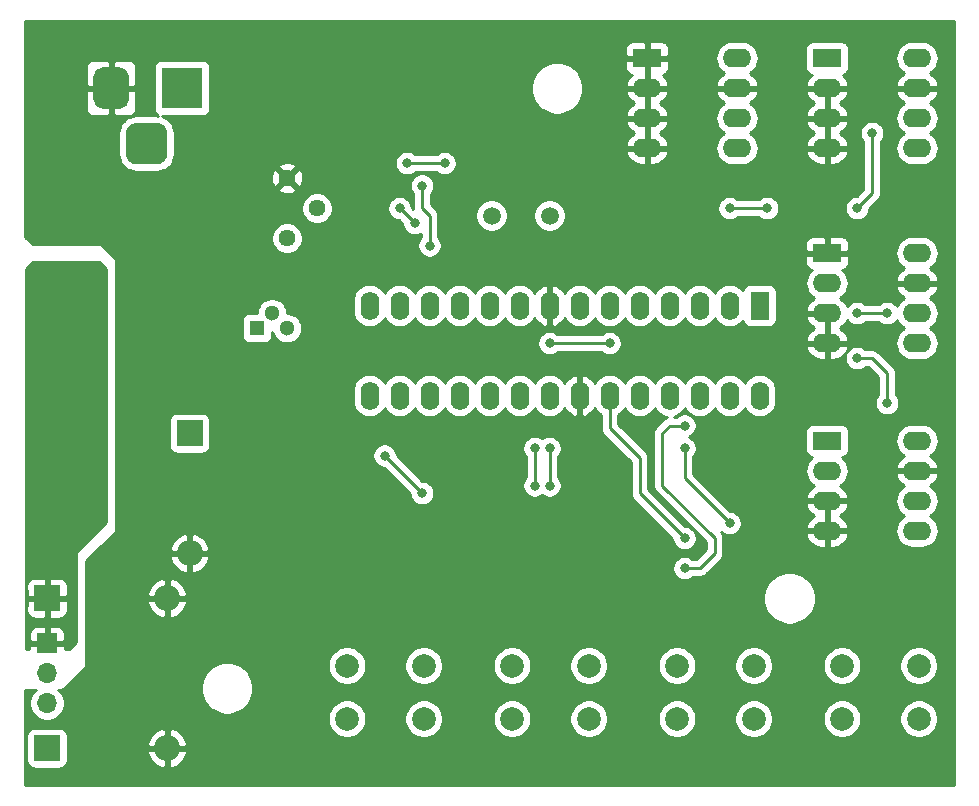
<source format=gbr>
%TF.GenerationSoftware,KiCad,Pcbnew,(5.1.10)-1*%
%TF.CreationDate,2021-06-26T23:15:49+03:00*%
%TF.ProjectId,ambient,616d6269-656e-4742-9e6b-696361645f70,rev?*%
%TF.SameCoordinates,Original*%
%TF.FileFunction,Copper,L2,Bot*%
%TF.FilePolarity,Positive*%
%FSLAX46Y46*%
G04 Gerber Fmt 4.6, Leading zero omitted, Abs format (unit mm)*
G04 Created by KiCad (PCBNEW (5.1.10)-1) date 2021-06-26 23:15:49*
%MOMM*%
%LPD*%
G01*
G04 APERTURE LIST*
%TA.AperFunction,ComponentPad*%
%ADD10R,3.500000X3.500000*%
%TD*%
%TA.AperFunction,ComponentPad*%
%ADD11R,1.600000X2.400000*%
%TD*%
%TA.AperFunction,ComponentPad*%
%ADD12O,1.600000X2.400000*%
%TD*%
%TA.AperFunction,ComponentPad*%
%ADD13C,1.500000*%
%TD*%
%TA.AperFunction,ComponentPad*%
%ADD14C,1.440000*%
%TD*%
%TA.AperFunction,ComponentPad*%
%ADD15O,2.400000X1.600000*%
%TD*%
%TA.AperFunction,ComponentPad*%
%ADD16R,2.400000X1.600000*%
%TD*%
%TA.AperFunction,ComponentPad*%
%ADD17C,2.000000*%
%TD*%
%TA.AperFunction,ComponentPad*%
%ADD18R,2.200000X2.200000*%
%TD*%
%TA.AperFunction,ComponentPad*%
%ADD19O,2.200000X2.200000*%
%TD*%
%TA.AperFunction,ComponentPad*%
%ADD20R,1.700000X1.700000*%
%TD*%
%TA.AperFunction,ComponentPad*%
%ADD21O,1.700000X1.700000*%
%TD*%
%TA.AperFunction,ComponentPad*%
%ADD22C,1.300000*%
%TD*%
%TA.AperFunction,ComponentPad*%
%ADD23R,1.300000X1.300000*%
%TD*%
%TA.AperFunction,ViaPad*%
%ADD24C,0.800000*%
%TD*%
%TA.AperFunction,Conductor*%
%ADD25C,0.250000*%
%TD*%
%TA.AperFunction,Conductor*%
%ADD26C,0.254000*%
%TD*%
%TA.AperFunction,Conductor*%
%ADD27C,0.100000*%
%TD*%
G04 APERTURE END LIST*
D10*
%TO.P,J1,1*%
%TO.N,+5V*%
X27940000Y-20320000D03*
%TO.P,J1,2*%
%TO.N,GND*%
%TA.AperFunction,ComponentPad*%
G36*
G01*
X20440000Y-21320000D02*
X20440000Y-19320000D01*
G75*
G02*
X21190000Y-18570000I750000J0D01*
G01*
X22690000Y-18570000D01*
G75*
G02*
X23440000Y-19320000I0J-750000D01*
G01*
X23440000Y-21320000D01*
G75*
G02*
X22690000Y-22070000I-750000J0D01*
G01*
X21190000Y-22070000D01*
G75*
G02*
X20440000Y-21320000I0J750000D01*
G01*
G37*
%TD.AperFunction*%
%TO.P,J1,3*%
%TO.N,N/C*%
%TA.AperFunction,ComponentPad*%
G36*
G01*
X23190000Y-25895000D02*
X23190000Y-24145000D01*
G75*
G02*
X24065000Y-23270000I875000J0D01*
G01*
X25815000Y-23270000D01*
G75*
G02*
X26690000Y-24145000I0J-875000D01*
G01*
X26690000Y-25895000D01*
G75*
G02*
X25815000Y-26770000I-875000J0D01*
G01*
X24065000Y-26770000D01*
G75*
G02*
X23190000Y-25895000I0J875000D01*
G01*
G37*
%TD.AperFunction*%
%TD*%
D11*
%TO.P,U1,1*%
%TO.N,RESET*%
X76835000Y-38735000D03*
D12*
%TO.P,U1,15*%
%TO.N,PREVIEW_ARRAY*%
X43815000Y-46355000D03*
%TO.P,U1,2*%
%TO.N,Net-(U1-Pad2)*%
X74295000Y-38735000D03*
%TO.P,U1,16*%
%TO.N,MAIN_ARRAY*%
X46355000Y-46355000D03*
%TO.P,U1,3*%
%TO.N,Net-(U1-Pad3)*%
X71755000Y-38735000D03*
%TO.P,U1,17*%
%TO.N,LCD_EN*%
X48895000Y-46355000D03*
%TO.P,U1,4*%
%TO.N,SELECT*%
X69215000Y-38735000D03*
%TO.P,U1,18*%
%TO.N,Net-(U1-Pad18)*%
X51435000Y-46355000D03*
%TO.P,U1,5*%
%TO.N,NEXT*%
X66675000Y-38735000D03*
%TO.P,U1,19*%
%TO.N,LED*%
X53975000Y-46355000D03*
%TO.P,U1,6*%
%TO.N,LCD_DB4*%
X64135000Y-38735000D03*
%TO.P,U1,20*%
%TO.N,VCC*%
X56515000Y-46355000D03*
%TO.P,U1,7*%
X61595000Y-38735000D03*
%TO.P,U1,21*%
X59055000Y-46355000D03*
%TO.P,U1,8*%
%TO.N,GND*%
X59055000Y-38735000D03*
%TO.P,U1,22*%
X61595000Y-46355000D03*
%TO.P,U1,9*%
%TO.N,XTAL1*%
X56515000Y-38735000D03*
%TO.P,U1,23*%
%TO.N,MODIFY*%
X64135000Y-46355000D03*
%TO.P,U1,10*%
%TO.N,XTAL2*%
X53975000Y-38735000D03*
%TO.P,U1,24*%
%TO.N,AMP_IN*%
X66675000Y-46355000D03*
%TO.P,U1,11*%
%TO.N,LCD_DB5*%
X51435000Y-38735000D03*
%TO.P,U1,25*%
%TO.N,Net-(U1-Pad25)*%
X69215000Y-46355000D03*
%TO.P,U1,12*%
%TO.N,LCD_DB6*%
X48895000Y-38735000D03*
%TO.P,U1,26*%
%TO.N,Net-(U1-Pad26)*%
X71755000Y-46355000D03*
%TO.P,U1,13*%
%TO.N,LCD_DB7*%
X46355000Y-38735000D03*
%TO.P,U1,27*%
%TO.N,SDA*%
X74295000Y-46355000D03*
%TO.P,U1,14*%
%TO.N,LCD_RS*%
X43815000Y-38735000D03*
%TO.P,U1,28*%
%TO.N,SCL*%
X76835000Y-46355000D03*
%TD*%
D13*
%TO.P,Y1,1*%
%TO.N,XTAL1*%
X59055000Y-31115000D03*
%TO.P,Y1,2*%
%TO.N,XTAL2*%
X54155000Y-31115000D03*
%TD*%
D14*
%TO.P,RV1,3*%
%TO.N,GND*%
X36830000Y-27940000D03*
%TO.P,RV1,2*%
%TO.N,Net-(J2-Pad7)*%
X39370000Y-30480000D03*
%TO.P,RV1,1*%
%TO.N,VCC*%
X36830000Y-33020000D03*
%TD*%
D15*
%TO.P,U2,8*%
%TO.N,VCC*%
X74930000Y-17780000D03*
%TO.P,U2,4*%
%TO.N,GND*%
X67310000Y-25400000D03*
%TO.P,U2,7*%
X74930000Y-20320000D03*
%TO.P,U2,3*%
X67310000Y-22860000D03*
%TO.P,U2,6*%
%TO.N,SCL*%
X74930000Y-22860000D03*
%TO.P,U2,2*%
%TO.N,GND*%
X67310000Y-20320000D03*
%TO.P,U2,5*%
%TO.N,SDA*%
X74930000Y-25400000D03*
D16*
%TO.P,U2,1*%
%TO.N,GND*%
X67310000Y-17780000D03*
%TD*%
%TO.P,U3,1*%
%TO.N,Net-(R14-Pad2)*%
X82550000Y-17780000D03*
D15*
%TO.P,U3,5*%
%TO.N,SDA*%
X90170000Y-25400000D03*
%TO.P,U3,2*%
%TO.N,GND*%
X82550000Y-20320000D03*
%TO.P,U3,6*%
%TO.N,SCL*%
X90170000Y-22860000D03*
%TO.P,U3,3*%
%TO.N,GND*%
X82550000Y-22860000D03*
%TO.P,U3,7*%
X90170000Y-20320000D03*
%TO.P,U3,4*%
X82550000Y-25400000D03*
%TO.P,U3,8*%
%TO.N,VCC*%
X90170000Y-17780000D03*
%TD*%
%TO.P,U4,8*%
%TO.N,VCC*%
X90170000Y-34290000D03*
%TO.P,U4,4*%
%TO.N,GND*%
X82550000Y-41910000D03*
%TO.P,U4,7*%
X90170000Y-36830000D03*
%TO.P,U4,3*%
X82550000Y-39370000D03*
%TO.P,U4,6*%
%TO.N,SCL*%
X90170000Y-39370000D03*
%TO.P,U4,2*%
%TO.N,Net-(R15-Pad2)*%
X82550000Y-36830000D03*
%TO.P,U4,5*%
%TO.N,SDA*%
X90170000Y-41910000D03*
D16*
%TO.P,U4,1*%
%TO.N,GND*%
X82550000Y-34290000D03*
%TD*%
%TO.P,U5,1*%
%TO.N,Net-(R16-Pad2)*%
X82550000Y-50165000D03*
D15*
%TO.P,U5,5*%
%TO.N,SDA*%
X90170000Y-57785000D03*
%TO.P,U5,2*%
%TO.N,Net-(R17-Pad2)*%
X82550000Y-52705000D03*
%TO.P,U5,6*%
%TO.N,SCL*%
X90170000Y-55245000D03*
%TO.P,U5,3*%
%TO.N,GND*%
X82550000Y-55245000D03*
%TO.P,U5,7*%
X90170000Y-52705000D03*
%TO.P,U5,4*%
X82550000Y-57785000D03*
%TO.P,U5,8*%
%TO.N,VCC*%
X90170000Y-50165000D03*
%TD*%
D17*
%TO.P,SW1,2*%
%TO.N,Net-(R3-Pad2)*%
X41910000Y-73715000D03*
%TO.P,SW1,1*%
%TO.N,RESET*%
X41910000Y-69215000D03*
%TO.P,SW1,2*%
%TO.N,Net-(R3-Pad2)*%
X48410000Y-73715000D03*
%TO.P,SW1,1*%
%TO.N,RESET*%
X48410000Y-69215000D03*
%TD*%
%TO.P,SW2,1*%
%TO.N,NEXT*%
X90320000Y-69215000D03*
%TO.P,SW2,2*%
%TO.N,Net-(R5-Pad2)*%
X90320000Y-73715000D03*
%TO.P,SW2,1*%
%TO.N,NEXT*%
X83820000Y-69215000D03*
%TO.P,SW2,2*%
%TO.N,Net-(R5-Pad2)*%
X83820000Y-73715000D03*
%TD*%
%TO.P,SW3,2*%
%TO.N,Net-(R7-Pad2)*%
X55880000Y-73715000D03*
%TO.P,SW3,1*%
%TO.N,SELECT*%
X55880000Y-69215000D03*
%TO.P,SW3,2*%
%TO.N,Net-(R7-Pad2)*%
X62380000Y-73715000D03*
%TO.P,SW3,1*%
%TO.N,SELECT*%
X62380000Y-69215000D03*
%TD*%
%TO.P,SW4,1*%
%TO.N,MODIFY*%
X76350000Y-69215000D03*
%TO.P,SW4,2*%
%TO.N,Net-(R9-Pad2)*%
X76350000Y-73715000D03*
%TO.P,SW4,1*%
%TO.N,MODIFY*%
X69850000Y-69215000D03*
%TO.P,SW4,2*%
%TO.N,Net-(R9-Pad2)*%
X69850000Y-73715000D03*
%TD*%
D18*
%TO.P,D3,1*%
%TO.N,ARRAY_DIN*%
X28575000Y-49530000D03*
D19*
%TO.P,D3,2*%
%TO.N,GND*%
X28575000Y-59690000D03*
%TD*%
%TO.P,D4,2*%
%TO.N,GND*%
X26670000Y-76200000D03*
D18*
%TO.P,D4,1*%
%TO.N,AMP_IN*%
X16510000Y-76200000D03*
%TD*%
%TO.P,D5,1*%
%TO.N,+5V*%
X16510000Y-63500000D03*
D19*
%TO.P,D5,2*%
%TO.N,GND*%
X26670000Y-63500000D03*
%TD*%
D20*
%TO.P,J3,1*%
%TO.N,+5V*%
X16510000Y-67310000D03*
D21*
%TO.P,J3,2*%
%TO.N,ARRAY_DIN*%
X16510000Y-69850000D03*
%TO.P,J3,3*%
%TO.N,AMP_IN*%
X16510000Y-72390000D03*
%TD*%
D22*
%TO.P,Q1,2*%
%TO.N,Net-(Q1-Pad2)*%
X35560000Y-39370000D03*
%TO.P,Q1,3*%
%TO.N,VCC*%
X36830000Y-40640000D03*
D23*
%TO.P,Q1,1*%
%TO.N,ARRAY_DIN*%
X34290000Y-40640000D03*
%TD*%
D24*
%TO.N,VCC*%
X59055000Y-53975000D03*
X57785000Y-53975000D03*
%TO.N,+5V*%
X20320000Y-36195000D03*
X20320000Y-37465000D03*
X19050000Y-37465000D03*
X19050000Y-36195000D03*
X17780000Y-36195000D03*
X17780000Y-37465000D03*
X16510000Y-36195000D03*
X16510000Y-37465000D03*
X16510000Y-38735000D03*
X16510000Y-40005000D03*
X16510000Y-41275000D03*
X15240000Y-41275000D03*
X15240000Y-40005000D03*
X15240000Y-38735000D03*
X15240000Y-37465000D03*
X15240000Y-36195000D03*
%TO.N,GND*%
X26670000Y-31750000D03*
X26670000Y-33020000D03*
X26670000Y-34290000D03*
X26670000Y-35560000D03*
X25400000Y-35560000D03*
X25400000Y-30480000D03*
X26670000Y-30480000D03*
X25400000Y-29210000D03*
X26670000Y-29210000D03*
X26670000Y-27940000D03*
X25400000Y-27940000D03*
X31750000Y-44450000D03*
X33020000Y-48260000D03*
X34290000Y-48260000D03*
X35560000Y-48260000D03*
X36830000Y-48260000D03*
X38100000Y-48260000D03*
X39370000Y-48260000D03*
X40640000Y-48260000D03*
X40640000Y-46990000D03*
X39370000Y-46990000D03*
X38100000Y-46990000D03*
X36830000Y-46990000D03*
X35560000Y-46990000D03*
X34290000Y-46990000D03*
X33020000Y-46990000D03*
X24130000Y-35560000D03*
X22860000Y-35560000D03*
X24130000Y-30480000D03*
X22860000Y-30480000D03*
X32385000Y-22860000D03*
X36830000Y-49530000D03*
X36830000Y-50800000D03*
X36830000Y-52070000D03*
X35560000Y-52070000D03*
X34290000Y-52070000D03*
X33020000Y-52070000D03*
X38100000Y-52070000D03*
X39370000Y-52070000D03*
X40640000Y-52070000D03*
X43180000Y-53340000D03*
X48260000Y-49530000D03*
X61595000Y-49530000D03*
X56515000Y-26670000D03*
X57785000Y-35560000D03*
X42545000Y-76835000D03*
X56515000Y-76835000D03*
X70485000Y-76835000D03*
X84455000Y-76835000D03*
X38100000Y-74930000D03*
X52070000Y-74930000D03*
X66040000Y-74930000D03*
X80010000Y-74930000D03*
X83820000Y-45085000D03*
X83820000Y-28575000D03*
X67945000Y-28575000D03*
X26670000Y-52070000D03*
X25400000Y-52070000D03*
X25400000Y-53340000D03*
X26670000Y-53340000D03*
X26670000Y-54610000D03*
X26670000Y-55880000D03*
X26670000Y-57150000D03*
X26670000Y-58420000D03*
X25400000Y-58420000D03*
X25400000Y-59690000D03*
X24130000Y-58420000D03*
X24130000Y-59690000D03*
X24130000Y-52070000D03*
X24130000Y-53340000D03*
X40640000Y-24765000D03*
X55880000Y-59690000D03*
X66040000Y-59690000D03*
X28575000Y-43815000D03*
X85090000Y-58420000D03*
%TO.N,VCC*%
X59055000Y-50800000D03*
X57785000Y-50800000D03*
X74295000Y-30480000D03*
X77470000Y-30480000D03*
%TO.N,NEXT*%
X74295000Y-57150000D03*
X70485000Y-50800000D03*
%TO.N,SELECT*%
X70485000Y-48895000D03*
X70485000Y-60960000D03*
%TO.N,MODIFY*%
X70485000Y-58420000D03*
%TO.N,LCD_DB6*%
X48895000Y-33655000D03*
X48260000Y-28575000D03*
%TO.N,LCD_DB5*%
X46990000Y-26670000D03*
X50165000Y-26670000D03*
%TO.N,LCD_DB4*%
X64135000Y-41910000D03*
X59055000Y-41910000D03*
X47625000Y-31750000D03*
X46355000Y-30480000D03*
%TO.N,SCL*%
X86360000Y-24130000D03*
X85090000Y-30480000D03*
X85090000Y-39370000D03*
X87630000Y-39370000D03*
X85090000Y-43180000D03*
X87630000Y-46990000D03*
%TO.N,PREVIEW_ARRAY*%
X48260000Y-54610000D03*
X45085000Y-51435000D03*
%TD*%
D25*
%TO.N,VCC*%
X74295000Y-30480000D02*
X77470000Y-30480000D01*
X77470000Y-30480000D02*
X77470000Y-30480000D01*
X57785000Y-51435000D02*
X57785000Y-50800000D01*
X57785000Y-53975000D02*
X57785000Y-51435000D01*
X59055000Y-51435000D02*
X59055000Y-50800000D01*
X59055000Y-53975000D02*
X59055000Y-51435000D01*
%TO.N,NEXT*%
X70485000Y-53340000D02*
X74295000Y-57150000D01*
X70485000Y-50800000D02*
X70485000Y-53340000D01*
%TO.N,SELECT*%
X70485000Y-48895000D02*
X69215000Y-48895000D01*
X69215000Y-48895000D02*
X68580000Y-49530000D01*
X68580000Y-49530000D02*
X68580000Y-53975000D01*
X68580000Y-53975000D02*
X73025000Y-58420000D01*
X73025000Y-58420000D02*
X73025000Y-59690000D01*
X73025000Y-59690000D02*
X71755000Y-60960000D01*
X71755000Y-60960000D02*
X70485000Y-60960000D01*
X70485000Y-60960000D02*
X70485000Y-60960000D01*
%TO.N,MODIFY*%
X64135000Y-49091998D02*
X66675000Y-51631998D01*
X64135000Y-46355000D02*
X64135000Y-49091998D01*
X66675000Y-54610000D02*
X70485000Y-58420000D01*
X66675000Y-51631998D02*
X66675000Y-54610000D01*
%TO.N,LCD_DB6*%
X48895000Y-33655000D02*
X48895000Y-31115000D01*
X48895000Y-31115000D02*
X48260000Y-30480000D01*
X48260000Y-30480000D02*
X48260000Y-28575000D01*
%TO.N,LCD_DB5*%
X50165000Y-26670000D02*
X46990000Y-26670000D01*
%TO.N,LCD_DB4*%
X64135000Y-41910000D02*
X59055000Y-41910000D01*
X59055000Y-41910000D02*
X59055000Y-41910000D01*
X47625000Y-31750000D02*
X46355000Y-30480000D01*
X46355000Y-30480000D02*
X46355000Y-30480000D01*
%TO.N,SCL*%
X86360000Y-29210000D02*
X85090000Y-30480000D01*
X86360000Y-24130000D02*
X86360000Y-29210000D01*
X85090000Y-39370000D02*
X86995000Y-39370000D01*
X86995000Y-39370000D02*
X87630000Y-39370000D01*
X87630000Y-39370000D02*
X87630000Y-39370000D01*
X87630000Y-46990000D02*
X87630000Y-46990000D01*
X87630000Y-46990000D02*
X87630000Y-44450000D01*
X87630000Y-44450000D02*
X86360000Y-43180000D01*
X86360000Y-43180000D02*
X85090000Y-43180000D01*
%TO.N,PREVIEW_ARRAY*%
X46990000Y-53340000D02*
X48260000Y-54610000D01*
X48260000Y-54610000D02*
X48260000Y-54610000D01*
X45085000Y-51435000D02*
X46990000Y-53340000D01*
%TD*%
D26*
%TO.N,+5V*%
X21463000Y-35612606D02*
X21463000Y-57097394D01*
X18960197Y-59600197D01*
X18944403Y-59619443D01*
X18932667Y-59641399D01*
X18925440Y-59665224D01*
X18923000Y-59690000D01*
X18923000Y-67257394D01*
X18362394Y-67818000D01*
X17996210Y-67818000D01*
X17995000Y-67595750D01*
X17836250Y-67437000D01*
X16637000Y-67437000D01*
X16637000Y-67457000D01*
X16383000Y-67457000D01*
X16383000Y-67437000D01*
X15183750Y-67437000D01*
X15025000Y-67595750D01*
X15023790Y-67818000D01*
X14732000Y-67818000D01*
X14732000Y-66460000D01*
X15021928Y-66460000D01*
X15025000Y-67024250D01*
X15183750Y-67183000D01*
X16383000Y-67183000D01*
X16383000Y-65983750D01*
X16637000Y-65983750D01*
X16637000Y-67183000D01*
X17836250Y-67183000D01*
X17995000Y-67024250D01*
X17998072Y-66460000D01*
X17985812Y-66335518D01*
X17949502Y-66215820D01*
X17890537Y-66105506D01*
X17811185Y-66008815D01*
X17714494Y-65929463D01*
X17604180Y-65870498D01*
X17484482Y-65834188D01*
X17360000Y-65821928D01*
X16795750Y-65825000D01*
X16637000Y-65983750D01*
X16383000Y-65983750D01*
X16224250Y-65825000D01*
X15660000Y-65821928D01*
X15535518Y-65834188D01*
X15415820Y-65870498D01*
X15305506Y-65929463D01*
X15208815Y-66008815D01*
X15129463Y-66105506D01*
X15070498Y-66215820D01*
X15034188Y-66335518D01*
X15021928Y-66460000D01*
X14732000Y-66460000D01*
X14732000Y-64600000D01*
X14771928Y-64600000D01*
X14784188Y-64724482D01*
X14820498Y-64844180D01*
X14879463Y-64954494D01*
X14958815Y-65051185D01*
X15055506Y-65130537D01*
X15165820Y-65189502D01*
X15285518Y-65225812D01*
X15410000Y-65238072D01*
X16224250Y-65235000D01*
X16383000Y-65076250D01*
X16383000Y-63627000D01*
X16637000Y-63627000D01*
X16637000Y-65076250D01*
X16795750Y-65235000D01*
X17610000Y-65238072D01*
X17734482Y-65225812D01*
X17854180Y-65189502D01*
X17964494Y-65130537D01*
X18061185Y-65051185D01*
X18140537Y-64954494D01*
X18199502Y-64844180D01*
X18235812Y-64724482D01*
X18248072Y-64600000D01*
X18245000Y-63785750D01*
X18086250Y-63627000D01*
X16637000Y-63627000D01*
X16383000Y-63627000D01*
X14933750Y-63627000D01*
X14775000Y-63785750D01*
X14771928Y-64600000D01*
X14732000Y-64600000D01*
X14732000Y-62400000D01*
X14771928Y-62400000D01*
X14775000Y-63214250D01*
X14933750Y-63373000D01*
X16383000Y-63373000D01*
X16383000Y-61923750D01*
X16637000Y-61923750D01*
X16637000Y-63373000D01*
X18086250Y-63373000D01*
X18245000Y-63214250D01*
X18248072Y-62400000D01*
X18235812Y-62275518D01*
X18199502Y-62155820D01*
X18140537Y-62045506D01*
X18061185Y-61948815D01*
X17964494Y-61869463D01*
X17854180Y-61810498D01*
X17734482Y-61774188D01*
X17610000Y-61761928D01*
X16795750Y-61765000D01*
X16637000Y-61923750D01*
X16383000Y-61923750D01*
X16224250Y-61765000D01*
X15410000Y-61761928D01*
X15285518Y-61774188D01*
X15165820Y-61810498D01*
X15055506Y-61869463D01*
X14958815Y-61948815D01*
X14879463Y-62045506D01*
X14820498Y-62155820D01*
X14784188Y-62275518D01*
X14771928Y-62400000D01*
X14732000Y-62400000D01*
X14732000Y-35612606D01*
X15292606Y-35052000D01*
X20902394Y-35052000D01*
X21463000Y-35612606D01*
%TA.AperFunction,Conductor*%
D27*
G36*
X21463000Y-35612606D02*
G01*
X21463000Y-57097394D01*
X18960197Y-59600197D01*
X18944403Y-59619443D01*
X18932667Y-59641399D01*
X18925440Y-59665224D01*
X18923000Y-59690000D01*
X18923000Y-67257394D01*
X18362394Y-67818000D01*
X17996210Y-67818000D01*
X17995000Y-67595750D01*
X17836250Y-67437000D01*
X16637000Y-67437000D01*
X16637000Y-67457000D01*
X16383000Y-67457000D01*
X16383000Y-67437000D01*
X15183750Y-67437000D01*
X15025000Y-67595750D01*
X15023790Y-67818000D01*
X14732000Y-67818000D01*
X14732000Y-66460000D01*
X15021928Y-66460000D01*
X15025000Y-67024250D01*
X15183750Y-67183000D01*
X16383000Y-67183000D01*
X16383000Y-65983750D01*
X16637000Y-65983750D01*
X16637000Y-67183000D01*
X17836250Y-67183000D01*
X17995000Y-67024250D01*
X17998072Y-66460000D01*
X17985812Y-66335518D01*
X17949502Y-66215820D01*
X17890537Y-66105506D01*
X17811185Y-66008815D01*
X17714494Y-65929463D01*
X17604180Y-65870498D01*
X17484482Y-65834188D01*
X17360000Y-65821928D01*
X16795750Y-65825000D01*
X16637000Y-65983750D01*
X16383000Y-65983750D01*
X16224250Y-65825000D01*
X15660000Y-65821928D01*
X15535518Y-65834188D01*
X15415820Y-65870498D01*
X15305506Y-65929463D01*
X15208815Y-66008815D01*
X15129463Y-66105506D01*
X15070498Y-66215820D01*
X15034188Y-66335518D01*
X15021928Y-66460000D01*
X14732000Y-66460000D01*
X14732000Y-64600000D01*
X14771928Y-64600000D01*
X14784188Y-64724482D01*
X14820498Y-64844180D01*
X14879463Y-64954494D01*
X14958815Y-65051185D01*
X15055506Y-65130537D01*
X15165820Y-65189502D01*
X15285518Y-65225812D01*
X15410000Y-65238072D01*
X16224250Y-65235000D01*
X16383000Y-65076250D01*
X16383000Y-63627000D01*
X16637000Y-63627000D01*
X16637000Y-65076250D01*
X16795750Y-65235000D01*
X17610000Y-65238072D01*
X17734482Y-65225812D01*
X17854180Y-65189502D01*
X17964494Y-65130537D01*
X18061185Y-65051185D01*
X18140537Y-64954494D01*
X18199502Y-64844180D01*
X18235812Y-64724482D01*
X18248072Y-64600000D01*
X18245000Y-63785750D01*
X18086250Y-63627000D01*
X16637000Y-63627000D01*
X16383000Y-63627000D01*
X14933750Y-63627000D01*
X14775000Y-63785750D01*
X14771928Y-64600000D01*
X14732000Y-64600000D01*
X14732000Y-62400000D01*
X14771928Y-62400000D01*
X14775000Y-63214250D01*
X14933750Y-63373000D01*
X16383000Y-63373000D01*
X16383000Y-61923750D01*
X16637000Y-61923750D01*
X16637000Y-63373000D01*
X18086250Y-63373000D01*
X18245000Y-63214250D01*
X18248072Y-62400000D01*
X18235812Y-62275518D01*
X18199502Y-62155820D01*
X18140537Y-62045506D01*
X18061185Y-61948815D01*
X17964494Y-61869463D01*
X17854180Y-61810498D01*
X17734482Y-61774188D01*
X17610000Y-61761928D01*
X16795750Y-61765000D01*
X16637000Y-61923750D01*
X16383000Y-61923750D01*
X16224250Y-61765000D01*
X15410000Y-61761928D01*
X15285518Y-61774188D01*
X15165820Y-61810498D01*
X15055506Y-61869463D01*
X14958815Y-61948815D01*
X14879463Y-62045506D01*
X14820498Y-62155820D01*
X14784188Y-62275518D01*
X14771928Y-62400000D01*
X14732000Y-62400000D01*
X14732000Y-35612606D01*
X15292606Y-35052000D01*
X20902394Y-35052000D01*
X21463000Y-35612606D01*
G37*
%TD.AperFunction*%
%TD*%
D26*
%TO.N,GND*%
X22733000Y-35253394D02*
X20626606Y-33147000D01*
X22733000Y-33147000D01*
X22733000Y-35253394D01*
%TA.AperFunction,Conductor*%
D27*
G36*
X22733000Y-35253394D02*
G01*
X20626606Y-33147000D01*
X22733000Y-33147000D01*
X22733000Y-35253394D01*
G37*
%TD.AperFunction*%
%TD*%
D26*
%TO.N,GND*%
X93320001Y-78707572D02*
X93320000Y-78707582D01*
X93320000Y-79350000D01*
X14630000Y-79350000D01*
X14630000Y-75100000D01*
X14771928Y-75100000D01*
X14771928Y-77300000D01*
X14784188Y-77424482D01*
X14820498Y-77544180D01*
X14879463Y-77654494D01*
X14958815Y-77751185D01*
X15055506Y-77830537D01*
X15165820Y-77889502D01*
X15285518Y-77925812D01*
X15410000Y-77938072D01*
X17610000Y-77938072D01*
X17734482Y-77925812D01*
X17854180Y-77889502D01*
X17964494Y-77830537D01*
X18061185Y-77751185D01*
X18140537Y-77654494D01*
X18199502Y-77544180D01*
X18235812Y-77424482D01*
X18248072Y-77300000D01*
X18248072Y-76596122D01*
X24980825Y-76596122D01*
X25045425Y-76809094D01*
X25195469Y-77114329D01*
X25402178Y-77384427D01*
X25657609Y-77609008D01*
X25951946Y-77779442D01*
X26273877Y-77889179D01*
X26543000Y-77771600D01*
X26543000Y-76327000D01*
X26797000Y-76327000D01*
X26797000Y-77771600D01*
X27066123Y-77889179D01*
X27388054Y-77779442D01*
X27682391Y-77609008D01*
X27937822Y-77384427D01*
X28144531Y-77114329D01*
X28294575Y-76809094D01*
X28359175Y-76596122D01*
X28241125Y-76327000D01*
X26797000Y-76327000D01*
X26543000Y-76327000D01*
X25098875Y-76327000D01*
X24980825Y-76596122D01*
X18248072Y-76596122D01*
X18248072Y-75803878D01*
X24980825Y-75803878D01*
X25098875Y-76073000D01*
X26543000Y-76073000D01*
X26543000Y-74628400D01*
X26797000Y-74628400D01*
X26797000Y-76073000D01*
X28241125Y-76073000D01*
X28359175Y-75803878D01*
X28294575Y-75590906D01*
X28144531Y-75285671D01*
X27937822Y-75015573D01*
X27682391Y-74790992D01*
X27388054Y-74620558D01*
X27066123Y-74510821D01*
X26797000Y-74628400D01*
X26543000Y-74628400D01*
X26273877Y-74510821D01*
X25951946Y-74620558D01*
X25657609Y-74790992D01*
X25402178Y-75015573D01*
X25195469Y-75285671D01*
X25045425Y-75590906D01*
X24980825Y-75803878D01*
X18248072Y-75803878D01*
X18248072Y-75100000D01*
X18235812Y-74975518D01*
X18199502Y-74855820D01*
X18140537Y-74745506D01*
X18061185Y-74648815D01*
X17964494Y-74569463D01*
X17854180Y-74510498D01*
X17734482Y-74474188D01*
X17610000Y-74461928D01*
X15410000Y-74461928D01*
X15285518Y-74474188D01*
X15165820Y-74510498D01*
X15055506Y-74569463D01*
X14958815Y-74648815D01*
X14879463Y-74745506D01*
X14820498Y-74855820D01*
X14784188Y-74975518D01*
X14771928Y-75100000D01*
X14630000Y-75100000D01*
X14630000Y-71247000D01*
X15552893Y-71247000D01*
X15356525Y-71443368D01*
X15194010Y-71686589D01*
X15082068Y-71956842D01*
X15025000Y-72243740D01*
X15025000Y-72536260D01*
X15082068Y-72823158D01*
X15194010Y-73093411D01*
X15356525Y-73336632D01*
X15563368Y-73543475D01*
X15806589Y-73705990D01*
X16076842Y-73817932D01*
X16363740Y-73875000D01*
X16656260Y-73875000D01*
X16943158Y-73817932D01*
X17213411Y-73705990D01*
X17440929Y-73553967D01*
X40275000Y-73553967D01*
X40275000Y-73876033D01*
X40337832Y-74191912D01*
X40461082Y-74489463D01*
X40640013Y-74757252D01*
X40867748Y-74984987D01*
X41135537Y-75163918D01*
X41433088Y-75287168D01*
X41748967Y-75350000D01*
X42071033Y-75350000D01*
X42386912Y-75287168D01*
X42684463Y-75163918D01*
X42952252Y-74984987D01*
X43179987Y-74757252D01*
X43358918Y-74489463D01*
X43482168Y-74191912D01*
X43545000Y-73876033D01*
X43545000Y-73553967D01*
X46775000Y-73553967D01*
X46775000Y-73876033D01*
X46837832Y-74191912D01*
X46961082Y-74489463D01*
X47140013Y-74757252D01*
X47367748Y-74984987D01*
X47635537Y-75163918D01*
X47933088Y-75287168D01*
X48248967Y-75350000D01*
X48571033Y-75350000D01*
X48886912Y-75287168D01*
X49184463Y-75163918D01*
X49452252Y-74984987D01*
X49679987Y-74757252D01*
X49858918Y-74489463D01*
X49982168Y-74191912D01*
X50045000Y-73876033D01*
X50045000Y-73553967D01*
X54245000Y-73553967D01*
X54245000Y-73876033D01*
X54307832Y-74191912D01*
X54431082Y-74489463D01*
X54610013Y-74757252D01*
X54837748Y-74984987D01*
X55105537Y-75163918D01*
X55403088Y-75287168D01*
X55718967Y-75350000D01*
X56041033Y-75350000D01*
X56356912Y-75287168D01*
X56654463Y-75163918D01*
X56922252Y-74984987D01*
X57149987Y-74757252D01*
X57328918Y-74489463D01*
X57452168Y-74191912D01*
X57515000Y-73876033D01*
X57515000Y-73553967D01*
X60745000Y-73553967D01*
X60745000Y-73876033D01*
X60807832Y-74191912D01*
X60931082Y-74489463D01*
X61110013Y-74757252D01*
X61337748Y-74984987D01*
X61605537Y-75163918D01*
X61903088Y-75287168D01*
X62218967Y-75350000D01*
X62541033Y-75350000D01*
X62856912Y-75287168D01*
X63154463Y-75163918D01*
X63422252Y-74984987D01*
X63649987Y-74757252D01*
X63828918Y-74489463D01*
X63952168Y-74191912D01*
X64015000Y-73876033D01*
X64015000Y-73553967D01*
X68215000Y-73553967D01*
X68215000Y-73876033D01*
X68277832Y-74191912D01*
X68401082Y-74489463D01*
X68580013Y-74757252D01*
X68807748Y-74984987D01*
X69075537Y-75163918D01*
X69373088Y-75287168D01*
X69688967Y-75350000D01*
X70011033Y-75350000D01*
X70326912Y-75287168D01*
X70624463Y-75163918D01*
X70892252Y-74984987D01*
X71119987Y-74757252D01*
X71298918Y-74489463D01*
X71422168Y-74191912D01*
X71485000Y-73876033D01*
X71485000Y-73553967D01*
X74715000Y-73553967D01*
X74715000Y-73876033D01*
X74777832Y-74191912D01*
X74901082Y-74489463D01*
X75080013Y-74757252D01*
X75307748Y-74984987D01*
X75575537Y-75163918D01*
X75873088Y-75287168D01*
X76188967Y-75350000D01*
X76511033Y-75350000D01*
X76826912Y-75287168D01*
X77124463Y-75163918D01*
X77392252Y-74984987D01*
X77619987Y-74757252D01*
X77798918Y-74489463D01*
X77922168Y-74191912D01*
X77985000Y-73876033D01*
X77985000Y-73553967D01*
X82185000Y-73553967D01*
X82185000Y-73876033D01*
X82247832Y-74191912D01*
X82371082Y-74489463D01*
X82550013Y-74757252D01*
X82777748Y-74984987D01*
X83045537Y-75163918D01*
X83343088Y-75287168D01*
X83658967Y-75350000D01*
X83981033Y-75350000D01*
X84296912Y-75287168D01*
X84594463Y-75163918D01*
X84862252Y-74984987D01*
X85089987Y-74757252D01*
X85268918Y-74489463D01*
X85392168Y-74191912D01*
X85455000Y-73876033D01*
X85455000Y-73553967D01*
X88685000Y-73553967D01*
X88685000Y-73876033D01*
X88747832Y-74191912D01*
X88871082Y-74489463D01*
X89050013Y-74757252D01*
X89277748Y-74984987D01*
X89545537Y-75163918D01*
X89843088Y-75287168D01*
X90158967Y-75350000D01*
X90481033Y-75350000D01*
X90796912Y-75287168D01*
X91094463Y-75163918D01*
X91362252Y-74984987D01*
X91589987Y-74757252D01*
X91768918Y-74489463D01*
X91892168Y-74191912D01*
X91955000Y-73876033D01*
X91955000Y-73553967D01*
X91892168Y-73238088D01*
X91768918Y-72940537D01*
X91589987Y-72672748D01*
X91362252Y-72445013D01*
X91094463Y-72266082D01*
X90796912Y-72142832D01*
X90481033Y-72080000D01*
X90158967Y-72080000D01*
X89843088Y-72142832D01*
X89545537Y-72266082D01*
X89277748Y-72445013D01*
X89050013Y-72672748D01*
X88871082Y-72940537D01*
X88747832Y-73238088D01*
X88685000Y-73553967D01*
X85455000Y-73553967D01*
X85392168Y-73238088D01*
X85268918Y-72940537D01*
X85089987Y-72672748D01*
X84862252Y-72445013D01*
X84594463Y-72266082D01*
X84296912Y-72142832D01*
X83981033Y-72080000D01*
X83658967Y-72080000D01*
X83343088Y-72142832D01*
X83045537Y-72266082D01*
X82777748Y-72445013D01*
X82550013Y-72672748D01*
X82371082Y-72940537D01*
X82247832Y-73238088D01*
X82185000Y-73553967D01*
X77985000Y-73553967D01*
X77922168Y-73238088D01*
X77798918Y-72940537D01*
X77619987Y-72672748D01*
X77392252Y-72445013D01*
X77124463Y-72266082D01*
X76826912Y-72142832D01*
X76511033Y-72080000D01*
X76188967Y-72080000D01*
X75873088Y-72142832D01*
X75575537Y-72266082D01*
X75307748Y-72445013D01*
X75080013Y-72672748D01*
X74901082Y-72940537D01*
X74777832Y-73238088D01*
X74715000Y-73553967D01*
X71485000Y-73553967D01*
X71422168Y-73238088D01*
X71298918Y-72940537D01*
X71119987Y-72672748D01*
X70892252Y-72445013D01*
X70624463Y-72266082D01*
X70326912Y-72142832D01*
X70011033Y-72080000D01*
X69688967Y-72080000D01*
X69373088Y-72142832D01*
X69075537Y-72266082D01*
X68807748Y-72445013D01*
X68580013Y-72672748D01*
X68401082Y-72940537D01*
X68277832Y-73238088D01*
X68215000Y-73553967D01*
X64015000Y-73553967D01*
X63952168Y-73238088D01*
X63828918Y-72940537D01*
X63649987Y-72672748D01*
X63422252Y-72445013D01*
X63154463Y-72266082D01*
X62856912Y-72142832D01*
X62541033Y-72080000D01*
X62218967Y-72080000D01*
X61903088Y-72142832D01*
X61605537Y-72266082D01*
X61337748Y-72445013D01*
X61110013Y-72672748D01*
X60931082Y-72940537D01*
X60807832Y-73238088D01*
X60745000Y-73553967D01*
X57515000Y-73553967D01*
X57452168Y-73238088D01*
X57328918Y-72940537D01*
X57149987Y-72672748D01*
X56922252Y-72445013D01*
X56654463Y-72266082D01*
X56356912Y-72142832D01*
X56041033Y-72080000D01*
X55718967Y-72080000D01*
X55403088Y-72142832D01*
X55105537Y-72266082D01*
X54837748Y-72445013D01*
X54610013Y-72672748D01*
X54431082Y-72940537D01*
X54307832Y-73238088D01*
X54245000Y-73553967D01*
X50045000Y-73553967D01*
X49982168Y-73238088D01*
X49858918Y-72940537D01*
X49679987Y-72672748D01*
X49452252Y-72445013D01*
X49184463Y-72266082D01*
X48886912Y-72142832D01*
X48571033Y-72080000D01*
X48248967Y-72080000D01*
X47933088Y-72142832D01*
X47635537Y-72266082D01*
X47367748Y-72445013D01*
X47140013Y-72672748D01*
X46961082Y-72940537D01*
X46837832Y-73238088D01*
X46775000Y-73553967D01*
X43545000Y-73553967D01*
X43482168Y-73238088D01*
X43358918Y-72940537D01*
X43179987Y-72672748D01*
X42952252Y-72445013D01*
X42684463Y-72266082D01*
X42386912Y-72142832D01*
X42071033Y-72080000D01*
X41748967Y-72080000D01*
X41433088Y-72142832D01*
X41135537Y-72266082D01*
X40867748Y-72445013D01*
X40640013Y-72672748D01*
X40461082Y-72940537D01*
X40337832Y-73238088D01*
X40275000Y-73553967D01*
X17440929Y-73553967D01*
X17456632Y-73543475D01*
X17663475Y-73336632D01*
X17825990Y-73093411D01*
X17937932Y-72823158D01*
X17995000Y-72536260D01*
X17995000Y-72243740D01*
X17937932Y-71956842D01*
X17825990Y-71686589D01*
X17663475Y-71443368D01*
X17467107Y-71247000D01*
X17780000Y-71247000D01*
X17804776Y-71244560D01*
X17828601Y-71237333D01*
X17850557Y-71225597D01*
X17869803Y-71209803D01*
X18179734Y-70899872D01*
X29515000Y-70899872D01*
X29515000Y-71340128D01*
X29600890Y-71771925D01*
X29769369Y-72178669D01*
X30013962Y-72544729D01*
X30325271Y-72856038D01*
X30691331Y-73100631D01*
X31098075Y-73269110D01*
X31529872Y-73355000D01*
X31970128Y-73355000D01*
X32401925Y-73269110D01*
X32808669Y-73100631D01*
X33174729Y-72856038D01*
X33486038Y-72544729D01*
X33730631Y-72178669D01*
X33899110Y-71771925D01*
X33985000Y-71340128D01*
X33985000Y-70899872D01*
X33899110Y-70468075D01*
X33730631Y-70061331D01*
X33486038Y-69695271D01*
X33174729Y-69383962D01*
X32808669Y-69139369D01*
X32602491Y-69053967D01*
X40275000Y-69053967D01*
X40275000Y-69376033D01*
X40337832Y-69691912D01*
X40461082Y-69989463D01*
X40640013Y-70257252D01*
X40867748Y-70484987D01*
X41135537Y-70663918D01*
X41433088Y-70787168D01*
X41748967Y-70850000D01*
X42071033Y-70850000D01*
X42386912Y-70787168D01*
X42684463Y-70663918D01*
X42952252Y-70484987D01*
X43179987Y-70257252D01*
X43358918Y-69989463D01*
X43482168Y-69691912D01*
X43545000Y-69376033D01*
X43545000Y-69053967D01*
X46775000Y-69053967D01*
X46775000Y-69376033D01*
X46837832Y-69691912D01*
X46961082Y-69989463D01*
X47140013Y-70257252D01*
X47367748Y-70484987D01*
X47635537Y-70663918D01*
X47933088Y-70787168D01*
X48248967Y-70850000D01*
X48571033Y-70850000D01*
X48886912Y-70787168D01*
X49184463Y-70663918D01*
X49452252Y-70484987D01*
X49679987Y-70257252D01*
X49858918Y-69989463D01*
X49982168Y-69691912D01*
X50045000Y-69376033D01*
X50045000Y-69053967D01*
X54245000Y-69053967D01*
X54245000Y-69376033D01*
X54307832Y-69691912D01*
X54431082Y-69989463D01*
X54610013Y-70257252D01*
X54837748Y-70484987D01*
X55105537Y-70663918D01*
X55403088Y-70787168D01*
X55718967Y-70850000D01*
X56041033Y-70850000D01*
X56356912Y-70787168D01*
X56654463Y-70663918D01*
X56922252Y-70484987D01*
X57149987Y-70257252D01*
X57328918Y-69989463D01*
X57452168Y-69691912D01*
X57515000Y-69376033D01*
X57515000Y-69053967D01*
X60745000Y-69053967D01*
X60745000Y-69376033D01*
X60807832Y-69691912D01*
X60931082Y-69989463D01*
X61110013Y-70257252D01*
X61337748Y-70484987D01*
X61605537Y-70663918D01*
X61903088Y-70787168D01*
X62218967Y-70850000D01*
X62541033Y-70850000D01*
X62856912Y-70787168D01*
X63154463Y-70663918D01*
X63422252Y-70484987D01*
X63649987Y-70257252D01*
X63828918Y-69989463D01*
X63952168Y-69691912D01*
X64015000Y-69376033D01*
X64015000Y-69053967D01*
X68215000Y-69053967D01*
X68215000Y-69376033D01*
X68277832Y-69691912D01*
X68401082Y-69989463D01*
X68580013Y-70257252D01*
X68807748Y-70484987D01*
X69075537Y-70663918D01*
X69373088Y-70787168D01*
X69688967Y-70850000D01*
X70011033Y-70850000D01*
X70326912Y-70787168D01*
X70624463Y-70663918D01*
X70892252Y-70484987D01*
X71119987Y-70257252D01*
X71298918Y-69989463D01*
X71422168Y-69691912D01*
X71485000Y-69376033D01*
X71485000Y-69053967D01*
X74715000Y-69053967D01*
X74715000Y-69376033D01*
X74777832Y-69691912D01*
X74901082Y-69989463D01*
X75080013Y-70257252D01*
X75307748Y-70484987D01*
X75575537Y-70663918D01*
X75873088Y-70787168D01*
X76188967Y-70850000D01*
X76511033Y-70850000D01*
X76826912Y-70787168D01*
X77124463Y-70663918D01*
X77392252Y-70484987D01*
X77619987Y-70257252D01*
X77798918Y-69989463D01*
X77922168Y-69691912D01*
X77985000Y-69376033D01*
X77985000Y-69053967D01*
X82185000Y-69053967D01*
X82185000Y-69376033D01*
X82247832Y-69691912D01*
X82371082Y-69989463D01*
X82550013Y-70257252D01*
X82777748Y-70484987D01*
X83045537Y-70663918D01*
X83343088Y-70787168D01*
X83658967Y-70850000D01*
X83981033Y-70850000D01*
X84296912Y-70787168D01*
X84594463Y-70663918D01*
X84862252Y-70484987D01*
X85089987Y-70257252D01*
X85268918Y-69989463D01*
X85392168Y-69691912D01*
X85455000Y-69376033D01*
X85455000Y-69053967D01*
X88685000Y-69053967D01*
X88685000Y-69376033D01*
X88747832Y-69691912D01*
X88871082Y-69989463D01*
X89050013Y-70257252D01*
X89277748Y-70484987D01*
X89545537Y-70663918D01*
X89843088Y-70787168D01*
X90158967Y-70850000D01*
X90481033Y-70850000D01*
X90796912Y-70787168D01*
X91094463Y-70663918D01*
X91362252Y-70484987D01*
X91589987Y-70257252D01*
X91768918Y-69989463D01*
X91892168Y-69691912D01*
X91955000Y-69376033D01*
X91955000Y-69053967D01*
X91892168Y-68738088D01*
X91768918Y-68440537D01*
X91589987Y-68172748D01*
X91362252Y-67945013D01*
X91094463Y-67766082D01*
X90796912Y-67642832D01*
X90481033Y-67580000D01*
X90158967Y-67580000D01*
X89843088Y-67642832D01*
X89545537Y-67766082D01*
X89277748Y-67945013D01*
X89050013Y-68172748D01*
X88871082Y-68440537D01*
X88747832Y-68738088D01*
X88685000Y-69053967D01*
X85455000Y-69053967D01*
X85392168Y-68738088D01*
X85268918Y-68440537D01*
X85089987Y-68172748D01*
X84862252Y-67945013D01*
X84594463Y-67766082D01*
X84296912Y-67642832D01*
X83981033Y-67580000D01*
X83658967Y-67580000D01*
X83343088Y-67642832D01*
X83045537Y-67766082D01*
X82777748Y-67945013D01*
X82550013Y-68172748D01*
X82371082Y-68440537D01*
X82247832Y-68738088D01*
X82185000Y-69053967D01*
X77985000Y-69053967D01*
X77922168Y-68738088D01*
X77798918Y-68440537D01*
X77619987Y-68172748D01*
X77392252Y-67945013D01*
X77124463Y-67766082D01*
X76826912Y-67642832D01*
X76511033Y-67580000D01*
X76188967Y-67580000D01*
X75873088Y-67642832D01*
X75575537Y-67766082D01*
X75307748Y-67945013D01*
X75080013Y-68172748D01*
X74901082Y-68440537D01*
X74777832Y-68738088D01*
X74715000Y-69053967D01*
X71485000Y-69053967D01*
X71422168Y-68738088D01*
X71298918Y-68440537D01*
X71119987Y-68172748D01*
X70892252Y-67945013D01*
X70624463Y-67766082D01*
X70326912Y-67642832D01*
X70011033Y-67580000D01*
X69688967Y-67580000D01*
X69373088Y-67642832D01*
X69075537Y-67766082D01*
X68807748Y-67945013D01*
X68580013Y-68172748D01*
X68401082Y-68440537D01*
X68277832Y-68738088D01*
X68215000Y-69053967D01*
X64015000Y-69053967D01*
X63952168Y-68738088D01*
X63828918Y-68440537D01*
X63649987Y-68172748D01*
X63422252Y-67945013D01*
X63154463Y-67766082D01*
X62856912Y-67642832D01*
X62541033Y-67580000D01*
X62218967Y-67580000D01*
X61903088Y-67642832D01*
X61605537Y-67766082D01*
X61337748Y-67945013D01*
X61110013Y-68172748D01*
X60931082Y-68440537D01*
X60807832Y-68738088D01*
X60745000Y-69053967D01*
X57515000Y-69053967D01*
X57452168Y-68738088D01*
X57328918Y-68440537D01*
X57149987Y-68172748D01*
X56922252Y-67945013D01*
X56654463Y-67766082D01*
X56356912Y-67642832D01*
X56041033Y-67580000D01*
X55718967Y-67580000D01*
X55403088Y-67642832D01*
X55105537Y-67766082D01*
X54837748Y-67945013D01*
X54610013Y-68172748D01*
X54431082Y-68440537D01*
X54307832Y-68738088D01*
X54245000Y-69053967D01*
X50045000Y-69053967D01*
X49982168Y-68738088D01*
X49858918Y-68440537D01*
X49679987Y-68172748D01*
X49452252Y-67945013D01*
X49184463Y-67766082D01*
X48886912Y-67642832D01*
X48571033Y-67580000D01*
X48248967Y-67580000D01*
X47933088Y-67642832D01*
X47635537Y-67766082D01*
X47367748Y-67945013D01*
X47140013Y-68172748D01*
X46961082Y-68440537D01*
X46837832Y-68738088D01*
X46775000Y-69053967D01*
X43545000Y-69053967D01*
X43482168Y-68738088D01*
X43358918Y-68440537D01*
X43179987Y-68172748D01*
X42952252Y-67945013D01*
X42684463Y-67766082D01*
X42386912Y-67642832D01*
X42071033Y-67580000D01*
X41748967Y-67580000D01*
X41433088Y-67642832D01*
X41135537Y-67766082D01*
X40867748Y-67945013D01*
X40640013Y-68172748D01*
X40461082Y-68440537D01*
X40337832Y-68738088D01*
X40275000Y-69053967D01*
X32602491Y-69053967D01*
X32401925Y-68970890D01*
X31970128Y-68885000D01*
X31529872Y-68885000D01*
X31098075Y-68970890D01*
X30691331Y-69139369D01*
X30325271Y-69383962D01*
X30013962Y-69695271D01*
X29769369Y-70061331D01*
X29600890Y-70468075D01*
X29515000Y-70899872D01*
X18179734Y-70899872D01*
X19774803Y-69304803D01*
X19790597Y-69285557D01*
X19802333Y-69263601D01*
X19809560Y-69239776D01*
X19812000Y-69215000D01*
X19812000Y-63896122D01*
X24980825Y-63896122D01*
X25045425Y-64109094D01*
X25195469Y-64414329D01*
X25402178Y-64684427D01*
X25657609Y-64909008D01*
X25951946Y-65079442D01*
X26273877Y-65189179D01*
X26543000Y-65071600D01*
X26543000Y-63627000D01*
X26797000Y-63627000D01*
X26797000Y-65071600D01*
X27066123Y-65189179D01*
X27388054Y-65079442D01*
X27682391Y-64909008D01*
X27937822Y-64684427D01*
X28144531Y-64414329D01*
X28294575Y-64109094D01*
X28359175Y-63896122D01*
X28241125Y-63627000D01*
X26797000Y-63627000D01*
X26543000Y-63627000D01*
X25098875Y-63627000D01*
X24980825Y-63896122D01*
X19812000Y-63896122D01*
X19812000Y-63103878D01*
X24980825Y-63103878D01*
X25098875Y-63373000D01*
X26543000Y-63373000D01*
X26543000Y-61928400D01*
X26797000Y-61928400D01*
X26797000Y-63373000D01*
X28241125Y-63373000D01*
X28281975Y-63279872D01*
X77140000Y-63279872D01*
X77140000Y-63720128D01*
X77225890Y-64151925D01*
X77394369Y-64558669D01*
X77638962Y-64924729D01*
X77950271Y-65236038D01*
X78316331Y-65480631D01*
X78723075Y-65649110D01*
X79154872Y-65735000D01*
X79595128Y-65735000D01*
X80026925Y-65649110D01*
X80433669Y-65480631D01*
X80799729Y-65236038D01*
X81111038Y-64924729D01*
X81355631Y-64558669D01*
X81524110Y-64151925D01*
X81610000Y-63720128D01*
X81610000Y-63279872D01*
X81524110Y-62848075D01*
X81355631Y-62441331D01*
X81111038Y-62075271D01*
X80799729Y-61763962D01*
X80433669Y-61519369D01*
X80026925Y-61350890D01*
X79595128Y-61265000D01*
X79154872Y-61265000D01*
X78723075Y-61350890D01*
X78316331Y-61519369D01*
X77950271Y-61763962D01*
X77638962Y-62075271D01*
X77394369Y-62441331D01*
X77225890Y-62848075D01*
X77140000Y-63279872D01*
X28281975Y-63279872D01*
X28359175Y-63103878D01*
X28294575Y-62890906D01*
X28144531Y-62585671D01*
X27937822Y-62315573D01*
X27682391Y-62090992D01*
X27388054Y-61920558D01*
X27066123Y-61810821D01*
X26797000Y-61928400D01*
X26543000Y-61928400D01*
X26273877Y-61810821D01*
X25951946Y-61920558D01*
X25657609Y-62090992D01*
X25402178Y-62315573D01*
X25195469Y-62585671D01*
X25045425Y-62890906D01*
X24980825Y-63103878D01*
X19812000Y-63103878D01*
X19812000Y-60377606D01*
X20103483Y-60086123D01*
X26885821Y-60086123D01*
X26995558Y-60408054D01*
X27165992Y-60702391D01*
X27390573Y-60957822D01*
X27660671Y-61164531D01*
X27965906Y-61314575D01*
X28178878Y-61379175D01*
X28448000Y-61261125D01*
X28448000Y-59817000D01*
X28702000Y-59817000D01*
X28702000Y-61261125D01*
X28971122Y-61379175D01*
X29184094Y-61314575D01*
X29489329Y-61164531D01*
X29759427Y-60957822D01*
X29984008Y-60702391D01*
X30154442Y-60408054D01*
X30264179Y-60086123D01*
X30146600Y-59817000D01*
X28702000Y-59817000D01*
X28448000Y-59817000D01*
X27003400Y-59817000D01*
X26885821Y-60086123D01*
X20103483Y-60086123D01*
X20895729Y-59293877D01*
X26885821Y-59293877D01*
X27003400Y-59563000D01*
X28448000Y-59563000D01*
X28448000Y-58118875D01*
X28702000Y-58118875D01*
X28702000Y-59563000D01*
X30146600Y-59563000D01*
X30264179Y-59293877D01*
X30154442Y-58971946D01*
X29984008Y-58677609D01*
X29759427Y-58422178D01*
X29489329Y-58215469D01*
X29184094Y-58065425D01*
X28971122Y-58000825D01*
X28702000Y-58118875D01*
X28448000Y-58118875D01*
X28178878Y-58000825D01*
X27965906Y-58065425D01*
X27660671Y-58215469D01*
X27390573Y-58422178D01*
X27165992Y-58677609D01*
X26995558Y-58971946D01*
X26885821Y-59293877D01*
X20895729Y-59293877D01*
X22314803Y-57874803D01*
X22330597Y-57855557D01*
X22342333Y-57833601D01*
X22349560Y-57809776D01*
X22352000Y-57785000D01*
X22352000Y-51333061D01*
X44050000Y-51333061D01*
X44050000Y-51536939D01*
X44089774Y-51736898D01*
X44167795Y-51925256D01*
X44281063Y-52094774D01*
X44425226Y-52238937D01*
X44594744Y-52352205D01*
X44783102Y-52430226D01*
X44983061Y-52470000D01*
X45045199Y-52470000D01*
X46478997Y-53903799D01*
X46479002Y-53903803D01*
X47225000Y-54649802D01*
X47225000Y-54711939D01*
X47264774Y-54911898D01*
X47342795Y-55100256D01*
X47456063Y-55269774D01*
X47600226Y-55413937D01*
X47769744Y-55527205D01*
X47958102Y-55605226D01*
X48158061Y-55645000D01*
X48361939Y-55645000D01*
X48561898Y-55605226D01*
X48750256Y-55527205D01*
X48919774Y-55413937D01*
X49063937Y-55269774D01*
X49177205Y-55100256D01*
X49255226Y-54911898D01*
X49295000Y-54711939D01*
X49295000Y-54508061D01*
X49255226Y-54308102D01*
X49177205Y-54119744D01*
X49063937Y-53950226D01*
X48919774Y-53806063D01*
X48750256Y-53692795D01*
X48561898Y-53614774D01*
X48361939Y-53575000D01*
X48299802Y-53575000D01*
X47553803Y-52829002D01*
X47553799Y-52828997D01*
X46120000Y-51395199D01*
X46120000Y-51333061D01*
X46080226Y-51133102D01*
X46002205Y-50944744D01*
X45888937Y-50775226D01*
X45811772Y-50698061D01*
X56750000Y-50698061D01*
X56750000Y-50901939D01*
X56789774Y-51101898D01*
X56867795Y-51290256D01*
X56981063Y-51459774D01*
X57025001Y-51503712D01*
X57025000Y-53271289D01*
X56981063Y-53315226D01*
X56867795Y-53484744D01*
X56789774Y-53673102D01*
X56750000Y-53873061D01*
X56750000Y-54076939D01*
X56789774Y-54276898D01*
X56867795Y-54465256D01*
X56981063Y-54634774D01*
X57125226Y-54778937D01*
X57294744Y-54892205D01*
X57483102Y-54970226D01*
X57683061Y-55010000D01*
X57886939Y-55010000D01*
X58086898Y-54970226D01*
X58275256Y-54892205D01*
X58420000Y-54795490D01*
X58564744Y-54892205D01*
X58753102Y-54970226D01*
X58953061Y-55010000D01*
X59156939Y-55010000D01*
X59356898Y-54970226D01*
X59545256Y-54892205D01*
X59714774Y-54778937D01*
X59858937Y-54634774D01*
X59972205Y-54465256D01*
X60050226Y-54276898D01*
X60090000Y-54076939D01*
X60090000Y-53873061D01*
X60050226Y-53673102D01*
X59972205Y-53484744D01*
X59858937Y-53315226D01*
X59815000Y-53271289D01*
X59815000Y-51503711D01*
X59858937Y-51459774D01*
X59972205Y-51290256D01*
X60050226Y-51101898D01*
X60090000Y-50901939D01*
X60090000Y-50698061D01*
X60050226Y-50498102D01*
X59972205Y-50309744D01*
X59858937Y-50140226D01*
X59714774Y-49996063D01*
X59545256Y-49882795D01*
X59356898Y-49804774D01*
X59156939Y-49765000D01*
X58953061Y-49765000D01*
X58753102Y-49804774D01*
X58564744Y-49882795D01*
X58420000Y-49979510D01*
X58275256Y-49882795D01*
X58086898Y-49804774D01*
X57886939Y-49765000D01*
X57683061Y-49765000D01*
X57483102Y-49804774D01*
X57294744Y-49882795D01*
X57125226Y-49996063D01*
X56981063Y-50140226D01*
X56867795Y-50309744D01*
X56789774Y-50498102D01*
X56750000Y-50698061D01*
X45811772Y-50698061D01*
X45744774Y-50631063D01*
X45575256Y-50517795D01*
X45386898Y-50439774D01*
X45186939Y-50400000D01*
X44983061Y-50400000D01*
X44783102Y-50439774D01*
X44594744Y-50517795D01*
X44425226Y-50631063D01*
X44281063Y-50775226D01*
X44167795Y-50944744D01*
X44089774Y-51133102D01*
X44050000Y-51333061D01*
X22352000Y-51333061D01*
X22352000Y-48430000D01*
X26836928Y-48430000D01*
X26836928Y-50630000D01*
X26849188Y-50754482D01*
X26885498Y-50874180D01*
X26944463Y-50984494D01*
X27023815Y-51081185D01*
X27120506Y-51160537D01*
X27230820Y-51219502D01*
X27350518Y-51255812D01*
X27475000Y-51268072D01*
X29675000Y-51268072D01*
X29799482Y-51255812D01*
X29919180Y-51219502D01*
X30029494Y-51160537D01*
X30126185Y-51081185D01*
X30205537Y-50984494D01*
X30264502Y-50874180D01*
X30300812Y-50754482D01*
X30313072Y-50630000D01*
X30313072Y-48430000D01*
X30300812Y-48305518D01*
X30264502Y-48185820D01*
X30205537Y-48075506D01*
X30126185Y-47978815D01*
X30029494Y-47899463D01*
X29919180Y-47840498D01*
X29799482Y-47804188D01*
X29675000Y-47791928D01*
X27475000Y-47791928D01*
X27350518Y-47804188D01*
X27230820Y-47840498D01*
X27120506Y-47899463D01*
X27023815Y-47978815D01*
X26944463Y-48075506D01*
X26885498Y-48185820D01*
X26849188Y-48305518D01*
X26836928Y-48430000D01*
X22352000Y-48430000D01*
X22352000Y-45884508D01*
X42380000Y-45884508D01*
X42380000Y-46825491D01*
X42400764Y-47036308D01*
X42482818Y-47306807D01*
X42616068Y-47556100D01*
X42795392Y-47774607D01*
X43013899Y-47953932D01*
X43263192Y-48087182D01*
X43533691Y-48169236D01*
X43815000Y-48196943D01*
X44096308Y-48169236D01*
X44366807Y-48087182D01*
X44616100Y-47953932D01*
X44834607Y-47774608D01*
X45013932Y-47556101D01*
X45085000Y-47423142D01*
X45156068Y-47556100D01*
X45335392Y-47774607D01*
X45553899Y-47953932D01*
X45803192Y-48087182D01*
X46073691Y-48169236D01*
X46355000Y-48196943D01*
X46636308Y-48169236D01*
X46906807Y-48087182D01*
X47156100Y-47953932D01*
X47374607Y-47774608D01*
X47553932Y-47556101D01*
X47625000Y-47423142D01*
X47696068Y-47556100D01*
X47875392Y-47774607D01*
X48093899Y-47953932D01*
X48343192Y-48087182D01*
X48613691Y-48169236D01*
X48895000Y-48196943D01*
X49176308Y-48169236D01*
X49446807Y-48087182D01*
X49696100Y-47953932D01*
X49914607Y-47774608D01*
X50093932Y-47556101D01*
X50165000Y-47423142D01*
X50236068Y-47556100D01*
X50415392Y-47774607D01*
X50633899Y-47953932D01*
X50883192Y-48087182D01*
X51153691Y-48169236D01*
X51435000Y-48196943D01*
X51716308Y-48169236D01*
X51986807Y-48087182D01*
X52236100Y-47953932D01*
X52454607Y-47774608D01*
X52633932Y-47556101D01*
X52705000Y-47423142D01*
X52776068Y-47556100D01*
X52955392Y-47774607D01*
X53173899Y-47953932D01*
X53423192Y-48087182D01*
X53693691Y-48169236D01*
X53975000Y-48196943D01*
X54256308Y-48169236D01*
X54526807Y-48087182D01*
X54776100Y-47953932D01*
X54994607Y-47774608D01*
X55173932Y-47556101D01*
X55245000Y-47423142D01*
X55316068Y-47556100D01*
X55495392Y-47774607D01*
X55713899Y-47953932D01*
X55963192Y-48087182D01*
X56233691Y-48169236D01*
X56515000Y-48196943D01*
X56796308Y-48169236D01*
X57066807Y-48087182D01*
X57316100Y-47953932D01*
X57534607Y-47774608D01*
X57713932Y-47556101D01*
X57785000Y-47423142D01*
X57856068Y-47556100D01*
X58035392Y-47774607D01*
X58253899Y-47953932D01*
X58503192Y-48087182D01*
X58773691Y-48169236D01*
X59055000Y-48196943D01*
X59336308Y-48169236D01*
X59606807Y-48087182D01*
X59856100Y-47953932D01*
X60074607Y-47774608D01*
X60253932Y-47556101D01*
X60322265Y-47428259D01*
X60472399Y-47657839D01*
X60670105Y-47859500D01*
X60903354Y-48018715D01*
X61163182Y-48129367D01*
X61245961Y-48146904D01*
X61468000Y-48024915D01*
X61468000Y-46482000D01*
X61448000Y-46482000D01*
X61448000Y-46228000D01*
X61468000Y-46228000D01*
X61468000Y-44685085D01*
X61722000Y-44685085D01*
X61722000Y-46228000D01*
X61742000Y-46228000D01*
X61742000Y-46482000D01*
X61722000Y-46482000D01*
X61722000Y-48024915D01*
X61944039Y-48146904D01*
X62026818Y-48129367D01*
X62286646Y-48018715D01*
X62519895Y-47859500D01*
X62717601Y-47657839D01*
X62867735Y-47428258D01*
X62936068Y-47556100D01*
X63115392Y-47774607D01*
X63333899Y-47953932D01*
X63375001Y-47975901D01*
X63375001Y-49054666D01*
X63371324Y-49091998D01*
X63385998Y-49240983D01*
X63429454Y-49384244D01*
X63500026Y-49516274D01*
X63569187Y-49600546D01*
X63595000Y-49631999D01*
X63623998Y-49655797D01*
X65915000Y-51946801D01*
X65915001Y-54572668D01*
X65911324Y-54610000D01*
X65915001Y-54647333D01*
X65922553Y-54724003D01*
X65925998Y-54758985D01*
X65969454Y-54902246D01*
X66040026Y-55034276D01*
X66094175Y-55100256D01*
X66135000Y-55150001D01*
X66163998Y-55173799D01*
X69450000Y-58459802D01*
X69450000Y-58521939D01*
X69489774Y-58721898D01*
X69567795Y-58910256D01*
X69681063Y-59079774D01*
X69825226Y-59223937D01*
X69994744Y-59337205D01*
X70183102Y-59415226D01*
X70383061Y-59455000D01*
X70586939Y-59455000D01*
X70786898Y-59415226D01*
X70975256Y-59337205D01*
X71144774Y-59223937D01*
X71288937Y-59079774D01*
X71402205Y-58910256D01*
X71480226Y-58721898D01*
X71520000Y-58521939D01*
X71520000Y-58318061D01*
X71480226Y-58118102D01*
X71402205Y-57929744D01*
X71288937Y-57760226D01*
X71144774Y-57616063D01*
X70975256Y-57502795D01*
X70786898Y-57424774D01*
X70586939Y-57385000D01*
X70524802Y-57385000D01*
X67435000Y-54295199D01*
X67435000Y-51669320D01*
X67438676Y-51631997D01*
X67435000Y-51594674D01*
X67435000Y-51594665D01*
X67424003Y-51483012D01*
X67380546Y-51339751D01*
X67309974Y-51207722D01*
X67291005Y-51184608D01*
X67238799Y-51120994D01*
X67238795Y-51120990D01*
X67215001Y-51091997D01*
X67186009Y-51068204D01*
X64895000Y-48777197D01*
X64895000Y-47975900D01*
X64936100Y-47953932D01*
X65154607Y-47774608D01*
X65333932Y-47556101D01*
X65405000Y-47423142D01*
X65476068Y-47556100D01*
X65655392Y-47774607D01*
X65873899Y-47953932D01*
X66123192Y-48087182D01*
X66393691Y-48169236D01*
X66675000Y-48196943D01*
X66956308Y-48169236D01*
X67226807Y-48087182D01*
X67476100Y-47953932D01*
X67694607Y-47774608D01*
X67873932Y-47556101D01*
X67945000Y-47423142D01*
X68016068Y-47556100D01*
X68195392Y-47774607D01*
X68413899Y-47953932D01*
X68663192Y-48087182D01*
X68933691Y-48169236D01*
X68975748Y-48173378D01*
X68922753Y-48189454D01*
X68790724Y-48260026D01*
X68674999Y-48354999D01*
X68651200Y-48383998D01*
X68069002Y-48966197D01*
X68039999Y-48989999D01*
X67984871Y-49057174D01*
X67945026Y-49105724D01*
X67936957Y-49120820D01*
X67874454Y-49237754D01*
X67830997Y-49381015D01*
X67820000Y-49492668D01*
X67820000Y-49492678D01*
X67816324Y-49530000D01*
X67820000Y-49567323D01*
X67820001Y-53937668D01*
X67816324Y-53975000D01*
X67820001Y-54012332D01*
X67820001Y-54012333D01*
X67827553Y-54089003D01*
X67830998Y-54123985D01*
X67874454Y-54267246D01*
X67945026Y-54399276D01*
X67999175Y-54465256D01*
X68040000Y-54515001D01*
X68068998Y-54538799D01*
X72265000Y-58734802D01*
X72265001Y-59375197D01*
X71440199Y-60200000D01*
X71188711Y-60200000D01*
X71144774Y-60156063D01*
X70975256Y-60042795D01*
X70786898Y-59964774D01*
X70586939Y-59925000D01*
X70383061Y-59925000D01*
X70183102Y-59964774D01*
X69994744Y-60042795D01*
X69825226Y-60156063D01*
X69681063Y-60300226D01*
X69567795Y-60469744D01*
X69489774Y-60658102D01*
X69450000Y-60858061D01*
X69450000Y-61061939D01*
X69489774Y-61261898D01*
X69567795Y-61450256D01*
X69681063Y-61619774D01*
X69825226Y-61763937D01*
X69994744Y-61877205D01*
X70183102Y-61955226D01*
X70383061Y-61995000D01*
X70586939Y-61995000D01*
X70786898Y-61955226D01*
X70975256Y-61877205D01*
X71144774Y-61763937D01*
X71188711Y-61720000D01*
X71717678Y-61720000D01*
X71755000Y-61723676D01*
X71792322Y-61720000D01*
X71792333Y-61720000D01*
X71903986Y-61709003D01*
X72047247Y-61665546D01*
X72179276Y-61594974D01*
X72295001Y-61500001D01*
X72318804Y-61470997D01*
X73536003Y-60253799D01*
X73565001Y-60230001D01*
X73659974Y-60114276D01*
X73730546Y-59982247D01*
X73774003Y-59838986D01*
X73785000Y-59727333D01*
X73785000Y-59727324D01*
X73788676Y-59690001D01*
X73785000Y-59652678D01*
X73785000Y-58457322D01*
X73788676Y-58419999D01*
X73785000Y-58382676D01*
X73785000Y-58382667D01*
X73774003Y-58271014D01*
X73730546Y-58127753D01*
X73659974Y-57995724D01*
X73581994Y-57900705D01*
X73635226Y-57953937D01*
X73804744Y-58067205D01*
X73993102Y-58145226D01*
X74193061Y-58185000D01*
X74396939Y-58185000D01*
X74596898Y-58145226D01*
X74623905Y-58134039D01*
X80758096Y-58134039D01*
X80775633Y-58216818D01*
X80886285Y-58476646D01*
X81045500Y-58709895D01*
X81247161Y-58907601D01*
X81483517Y-59062166D01*
X81745486Y-59167650D01*
X82023000Y-59220000D01*
X82423000Y-59220000D01*
X82423000Y-57912000D01*
X82677000Y-57912000D01*
X82677000Y-59220000D01*
X83077000Y-59220000D01*
X83354514Y-59167650D01*
X83616483Y-59062166D01*
X83852839Y-58907601D01*
X84054500Y-58709895D01*
X84213715Y-58476646D01*
X84324367Y-58216818D01*
X84341904Y-58134039D01*
X84219915Y-57912000D01*
X82677000Y-57912000D01*
X82423000Y-57912000D01*
X80880085Y-57912000D01*
X80758096Y-58134039D01*
X74623905Y-58134039D01*
X74785256Y-58067205D01*
X74954774Y-57953937D01*
X75098937Y-57809774D01*
X75212205Y-57640256D01*
X75290226Y-57451898D01*
X75330000Y-57251939D01*
X75330000Y-57048061D01*
X75290226Y-56848102D01*
X75212205Y-56659744D01*
X75098937Y-56490226D01*
X74954774Y-56346063D01*
X74785256Y-56232795D01*
X74596898Y-56154774D01*
X74396939Y-56115000D01*
X74334802Y-56115000D01*
X73813841Y-55594039D01*
X80758096Y-55594039D01*
X80775633Y-55676818D01*
X80886285Y-55936646D01*
X81045500Y-56169895D01*
X81247161Y-56367601D01*
X81472559Y-56515000D01*
X81247161Y-56662399D01*
X81045500Y-56860105D01*
X80886285Y-57093354D01*
X80775633Y-57353182D01*
X80758096Y-57435961D01*
X80880085Y-57658000D01*
X82423000Y-57658000D01*
X82423000Y-55372000D01*
X82677000Y-55372000D01*
X82677000Y-57658000D01*
X84219915Y-57658000D01*
X84341904Y-57435961D01*
X84324367Y-57353182D01*
X84213715Y-57093354D01*
X84054500Y-56860105D01*
X83852839Y-56662399D01*
X83627441Y-56515000D01*
X83852839Y-56367601D01*
X84054500Y-56169895D01*
X84213715Y-55936646D01*
X84324367Y-55676818D01*
X84341904Y-55594039D01*
X84219915Y-55372000D01*
X82677000Y-55372000D01*
X82423000Y-55372000D01*
X80880085Y-55372000D01*
X80758096Y-55594039D01*
X73813841Y-55594039D01*
X73464802Y-55245000D01*
X88328057Y-55245000D01*
X88355764Y-55526309D01*
X88437818Y-55796808D01*
X88571068Y-56046101D01*
X88750392Y-56264608D01*
X88968899Y-56443932D01*
X89101858Y-56515000D01*
X88968899Y-56586068D01*
X88750392Y-56765392D01*
X88571068Y-56983899D01*
X88437818Y-57233192D01*
X88355764Y-57503691D01*
X88328057Y-57785000D01*
X88355764Y-58066309D01*
X88437818Y-58336808D01*
X88571068Y-58586101D01*
X88750392Y-58804608D01*
X88968899Y-58983932D01*
X89218192Y-59117182D01*
X89488691Y-59199236D01*
X89699508Y-59220000D01*
X90640492Y-59220000D01*
X90851309Y-59199236D01*
X91121808Y-59117182D01*
X91371101Y-58983932D01*
X91589608Y-58804608D01*
X91768932Y-58586101D01*
X91902182Y-58336808D01*
X91984236Y-58066309D01*
X92011943Y-57785000D01*
X91984236Y-57503691D01*
X91902182Y-57233192D01*
X91768932Y-56983899D01*
X91589608Y-56765392D01*
X91371101Y-56586068D01*
X91238142Y-56515000D01*
X91371101Y-56443932D01*
X91589608Y-56264608D01*
X91768932Y-56046101D01*
X91902182Y-55796808D01*
X91984236Y-55526309D01*
X92011943Y-55245000D01*
X91984236Y-54963691D01*
X91902182Y-54693192D01*
X91768932Y-54443899D01*
X91589608Y-54225392D01*
X91371101Y-54046068D01*
X91243259Y-53977735D01*
X91472839Y-53827601D01*
X91674500Y-53629895D01*
X91833715Y-53396646D01*
X91944367Y-53136818D01*
X91961904Y-53054039D01*
X91839915Y-52832000D01*
X90297000Y-52832000D01*
X90297000Y-52852000D01*
X90043000Y-52852000D01*
X90043000Y-52832000D01*
X88500085Y-52832000D01*
X88378096Y-53054039D01*
X88395633Y-53136818D01*
X88506285Y-53396646D01*
X88665500Y-53629895D01*
X88867161Y-53827601D01*
X89096741Y-53977735D01*
X88968899Y-54046068D01*
X88750392Y-54225392D01*
X88571068Y-54443899D01*
X88437818Y-54693192D01*
X88355764Y-54963691D01*
X88328057Y-55245000D01*
X73464802Y-55245000D01*
X71245000Y-53025199D01*
X71245000Y-52705000D01*
X80708057Y-52705000D01*
X80735764Y-52986309D01*
X80817818Y-53256808D01*
X80951068Y-53506101D01*
X81130392Y-53724608D01*
X81348899Y-53903932D01*
X81476741Y-53972265D01*
X81247161Y-54122399D01*
X81045500Y-54320105D01*
X80886285Y-54553354D01*
X80775633Y-54813182D01*
X80758096Y-54895961D01*
X80880085Y-55118000D01*
X82423000Y-55118000D01*
X82423000Y-55098000D01*
X82677000Y-55098000D01*
X82677000Y-55118000D01*
X84219915Y-55118000D01*
X84341904Y-54895961D01*
X84324367Y-54813182D01*
X84213715Y-54553354D01*
X84054500Y-54320105D01*
X83852839Y-54122399D01*
X83623259Y-53972265D01*
X83751101Y-53903932D01*
X83969608Y-53724608D01*
X84148932Y-53506101D01*
X84282182Y-53256808D01*
X84364236Y-52986309D01*
X84391943Y-52705000D01*
X84364236Y-52423691D01*
X84282182Y-52153192D01*
X84148932Y-51903899D01*
X83969608Y-51685392D01*
X83856518Y-51592581D01*
X83874482Y-51590812D01*
X83994180Y-51554502D01*
X84104494Y-51495537D01*
X84201185Y-51416185D01*
X84280537Y-51319494D01*
X84339502Y-51209180D01*
X84375812Y-51089482D01*
X84388072Y-50965000D01*
X84388072Y-50165000D01*
X88328057Y-50165000D01*
X88355764Y-50446309D01*
X88437818Y-50716808D01*
X88571068Y-50966101D01*
X88750392Y-51184608D01*
X88968899Y-51363932D01*
X89096741Y-51432265D01*
X88867161Y-51582399D01*
X88665500Y-51780105D01*
X88506285Y-52013354D01*
X88395633Y-52273182D01*
X88378096Y-52355961D01*
X88500085Y-52578000D01*
X90043000Y-52578000D01*
X90043000Y-52558000D01*
X90297000Y-52558000D01*
X90297000Y-52578000D01*
X91839915Y-52578000D01*
X91961904Y-52355961D01*
X91944367Y-52273182D01*
X91833715Y-52013354D01*
X91674500Y-51780105D01*
X91472839Y-51582399D01*
X91243259Y-51432265D01*
X91371101Y-51363932D01*
X91589608Y-51184608D01*
X91768932Y-50966101D01*
X91902182Y-50716808D01*
X91984236Y-50446309D01*
X92011943Y-50165000D01*
X91984236Y-49883691D01*
X91902182Y-49613192D01*
X91768932Y-49363899D01*
X91589608Y-49145392D01*
X91371101Y-48966068D01*
X91121808Y-48832818D01*
X90851309Y-48750764D01*
X90640492Y-48730000D01*
X89699508Y-48730000D01*
X89488691Y-48750764D01*
X89218192Y-48832818D01*
X88968899Y-48966068D01*
X88750392Y-49145392D01*
X88571068Y-49363899D01*
X88437818Y-49613192D01*
X88355764Y-49883691D01*
X88328057Y-50165000D01*
X84388072Y-50165000D01*
X84388072Y-49365000D01*
X84375812Y-49240518D01*
X84339502Y-49120820D01*
X84280537Y-49010506D01*
X84201185Y-48913815D01*
X84104494Y-48834463D01*
X83994180Y-48775498D01*
X83874482Y-48739188D01*
X83750000Y-48726928D01*
X81350000Y-48726928D01*
X81225518Y-48739188D01*
X81105820Y-48775498D01*
X80995506Y-48834463D01*
X80898815Y-48913815D01*
X80819463Y-49010506D01*
X80760498Y-49120820D01*
X80724188Y-49240518D01*
X80711928Y-49365000D01*
X80711928Y-50965000D01*
X80724188Y-51089482D01*
X80760498Y-51209180D01*
X80819463Y-51319494D01*
X80898815Y-51416185D01*
X80995506Y-51495537D01*
X81105820Y-51554502D01*
X81225518Y-51590812D01*
X81243482Y-51592581D01*
X81130392Y-51685392D01*
X80951068Y-51903899D01*
X80817818Y-52153192D01*
X80735764Y-52423691D01*
X80708057Y-52705000D01*
X71245000Y-52705000D01*
X71245000Y-51503711D01*
X71288937Y-51459774D01*
X71402205Y-51290256D01*
X71480226Y-51101898D01*
X71520000Y-50901939D01*
X71520000Y-50698061D01*
X71480226Y-50498102D01*
X71402205Y-50309744D01*
X71288937Y-50140226D01*
X71144774Y-49996063D01*
X70975256Y-49882795D01*
X70890047Y-49847500D01*
X70975256Y-49812205D01*
X71144774Y-49698937D01*
X71288937Y-49554774D01*
X71402205Y-49385256D01*
X71480226Y-49196898D01*
X71520000Y-48996939D01*
X71520000Y-48793061D01*
X71480226Y-48593102D01*
X71402205Y-48404744D01*
X71288937Y-48235226D01*
X71144774Y-48091063D01*
X70975256Y-47977795D01*
X70786898Y-47899774D01*
X70586939Y-47860000D01*
X70383061Y-47860000D01*
X70183102Y-47899774D01*
X69994744Y-47977795D01*
X69825226Y-48091063D01*
X69781289Y-48135000D01*
X69609170Y-48135000D01*
X69766807Y-48087182D01*
X70016100Y-47953932D01*
X70234607Y-47774608D01*
X70413932Y-47556101D01*
X70485000Y-47423142D01*
X70556068Y-47556100D01*
X70735392Y-47774607D01*
X70953899Y-47953932D01*
X71203192Y-48087182D01*
X71473691Y-48169236D01*
X71755000Y-48196943D01*
X72036308Y-48169236D01*
X72306807Y-48087182D01*
X72556100Y-47953932D01*
X72774607Y-47774608D01*
X72953932Y-47556101D01*
X73025000Y-47423142D01*
X73096068Y-47556100D01*
X73275392Y-47774607D01*
X73493899Y-47953932D01*
X73743192Y-48087182D01*
X74013691Y-48169236D01*
X74295000Y-48196943D01*
X74576308Y-48169236D01*
X74846807Y-48087182D01*
X75096100Y-47953932D01*
X75314607Y-47774608D01*
X75493932Y-47556101D01*
X75565000Y-47423142D01*
X75636068Y-47556100D01*
X75815392Y-47774607D01*
X76033899Y-47953932D01*
X76283192Y-48087182D01*
X76553691Y-48169236D01*
X76835000Y-48196943D01*
X77116308Y-48169236D01*
X77386807Y-48087182D01*
X77636100Y-47953932D01*
X77854607Y-47774608D01*
X78033932Y-47556101D01*
X78167182Y-47306808D01*
X78249236Y-47036309D01*
X78270000Y-46825492D01*
X78270000Y-45884509D01*
X78249236Y-45673691D01*
X78167182Y-45403192D01*
X78033932Y-45153899D01*
X77854608Y-44935392D01*
X77636101Y-44756068D01*
X77386808Y-44622818D01*
X77116309Y-44540764D01*
X76835000Y-44513057D01*
X76553692Y-44540764D01*
X76283193Y-44622818D01*
X76033900Y-44756068D01*
X75815393Y-44935392D01*
X75636068Y-45153899D01*
X75565000Y-45286858D01*
X75493932Y-45153899D01*
X75314608Y-44935392D01*
X75096101Y-44756068D01*
X74846808Y-44622818D01*
X74576309Y-44540764D01*
X74295000Y-44513057D01*
X74013692Y-44540764D01*
X73743193Y-44622818D01*
X73493900Y-44756068D01*
X73275393Y-44935392D01*
X73096068Y-45153899D01*
X73025000Y-45286858D01*
X72953932Y-45153899D01*
X72774608Y-44935392D01*
X72556101Y-44756068D01*
X72306808Y-44622818D01*
X72036309Y-44540764D01*
X71755000Y-44513057D01*
X71473692Y-44540764D01*
X71203193Y-44622818D01*
X70953900Y-44756068D01*
X70735393Y-44935392D01*
X70556068Y-45153899D01*
X70485000Y-45286858D01*
X70413932Y-45153899D01*
X70234608Y-44935392D01*
X70016101Y-44756068D01*
X69766808Y-44622818D01*
X69496309Y-44540764D01*
X69215000Y-44513057D01*
X68933692Y-44540764D01*
X68663193Y-44622818D01*
X68413900Y-44756068D01*
X68195393Y-44935392D01*
X68016068Y-45153899D01*
X67945000Y-45286858D01*
X67873932Y-45153899D01*
X67694608Y-44935392D01*
X67476101Y-44756068D01*
X67226808Y-44622818D01*
X66956309Y-44540764D01*
X66675000Y-44513057D01*
X66393692Y-44540764D01*
X66123193Y-44622818D01*
X65873900Y-44756068D01*
X65655393Y-44935392D01*
X65476068Y-45153899D01*
X65405000Y-45286858D01*
X65333932Y-45153899D01*
X65154608Y-44935392D01*
X64936101Y-44756068D01*
X64686808Y-44622818D01*
X64416309Y-44540764D01*
X64135000Y-44513057D01*
X63853692Y-44540764D01*
X63583193Y-44622818D01*
X63333900Y-44756068D01*
X63115393Y-44935392D01*
X62936068Y-45153899D01*
X62867735Y-45281741D01*
X62717601Y-45052161D01*
X62519895Y-44850500D01*
X62286646Y-44691285D01*
X62026818Y-44580633D01*
X61944039Y-44563096D01*
X61722000Y-44685085D01*
X61468000Y-44685085D01*
X61245961Y-44563096D01*
X61163182Y-44580633D01*
X60903354Y-44691285D01*
X60670105Y-44850500D01*
X60472399Y-45052161D01*
X60322265Y-45281741D01*
X60253932Y-45153899D01*
X60074608Y-44935392D01*
X59856101Y-44756068D01*
X59606808Y-44622818D01*
X59336309Y-44540764D01*
X59055000Y-44513057D01*
X58773692Y-44540764D01*
X58503193Y-44622818D01*
X58253900Y-44756068D01*
X58035393Y-44935392D01*
X57856068Y-45153899D01*
X57785000Y-45286858D01*
X57713932Y-45153899D01*
X57534608Y-44935392D01*
X57316101Y-44756068D01*
X57066808Y-44622818D01*
X56796309Y-44540764D01*
X56515000Y-44513057D01*
X56233692Y-44540764D01*
X55963193Y-44622818D01*
X55713900Y-44756068D01*
X55495393Y-44935392D01*
X55316068Y-45153899D01*
X55245000Y-45286858D01*
X55173932Y-45153899D01*
X54994608Y-44935392D01*
X54776101Y-44756068D01*
X54526808Y-44622818D01*
X54256309Y-44540764D01*
X53975000Y-44513057D01*
X53693692Y-44540764D01*
X53423193Y-44622818D01*
X53173900Y-44756068D01*
X52955393Y-44935392D01*
X52776068Y-45153899D01*
X52705000Y-45286858D01*
X52633932Y-45153899D01*
X52454608Y-44935392D01*
X52236101Y-44756068D01*
X51986808Y-44622818D01*
X51716309Y-44540764D01*
X51435000Y-44513057D01*
X51153692Y-44540764D01*
X50883193Y-44622818D01*
X50633900Y-44756068D01*
X50415393Y-44935392D01*
X50236068Y-45153899D01*
X50165000Y-45286858D01*
X50093932Y-45153899D01*
X49914608Y-44935392D01*
X49696101Y-44756068D01*
X49446808Y-44622818D01*
X49176309Y-44540764D01*
X48895000Y-44513057D01*
X48613692Y-44540764D01*
X48343193Y-44622818D01*
X48093900Y-44756068D01*
X47875393Y-44935392D01*
X47696068Y-45153899D01*
X47625000Y-45286858D01*
X47553932Y-45153899D01*
X47374608Y-44935392D01*
X47156101Y-44756068D01*
X46906808Y-44622818D01*
X46636309Y-44540764D01*
X46355000Y-44513057D01*
X46073692Y-44540764D01*
X45803193Y-44622818D01*
X45553900Y-44756068D01*
X45335393Y-44935392D01*
X45156068Y-45153899D01*
X45085000Y-45286858D01*
X45013932Y-45153899D01*
X44834608Y-44935392D01*
X44616101Y-44756068D01*
X44366808Y-44622818D01*
X44096309Y-44540764D01*
X43815000Y-44513057D01*
X43533692Y-44540764D01*
X43263193Y-44622818D01*
X43013900Y-44756068D01*
X42795393Y-44935392D01*
X42616068Y-45153899D01*
X42482818Y-45403192D01*
X42400764Y-45673691D01*
X42380000Y-45884508D01*
X22352000Y-45884508D01*
X22352000Y-39990000D01*
X33001928Y-39990000D01*
X33001928Y-41290000D01*
X33014188Y-41414482D01*
X33050498Y-41534180D01*
X33109463Y-41644494D01*
X33188815Y-41741185D01*
X33285506Y-41820537D01*
X33395820Y-41879502D01*
X33515518Y-41915812D01*
X33640000Y-41928072D01*
X34940000Y-41928072D01*
X35064482Y-41915812D01*
X35184180Y-41879502D01*
X35294494Y-41820537D01*
X35391185Y-41741185D01*
X35470537Y-41644494D01*
X35529502Y-41534180D01*
X35565812Y-41414482D01*
X35578072Y-41290000D01*
X35578072Y-40932828D01*
X35594381Y-41014821D01*
X35691247Y-41248676D01*
X35831875Y-41459140D01*
X36010860Y-41638125D01*
X36221324Y-41778753D01*
X36455179Y-41875619D01*
X36703439Y-41925000D01*
X36956561Y-41925000D01*
X37204821Y-41875619D01*
X37367920Y-41808061D01*
X58020000Y-41808061D01*
X58020000Y-42011939D01*
X58059774Y-42211898D01*
X58137795Y-42400256D01*
X58251063Y-42569774D01*
X58395226Y-42713937D01*
X58564744Y-42827205D01*
X58753102Y-42905226D01*
X58953061Y-42945000D01*
X59156939Y-42945000D01*
X59356898Y-42905226D01*
X59545256Y-42827205D01*
X59714774Y-42713937D01*
X59758711Y-42670000D01*
X63431289Y-42670000D01*
X63475226Y-42713937D01*
X63644744Y-42827205D01*
X63833102Y-42905226D01*
X64033061Y-42945000D01*
X64236939Y-42945000D01*
X64436898Y-42905226D01*
X64625256Y-42827205D01*
X64794774Y-42713937D01*
X64938937Y-42569774D01*
X65052205Y-42400256D01*
X65110699Y-42259039D01*
X80758096Y-42259039D01*
X80775633Y-42341818D01*
X80886285Y-42601646D01*
X81045500Y-42834895D01*
X81247161Y-43032601D01*
X81483517Y-43187166D01*
X81745486Y-43292650D01*
X82023000Y-43345000D01*
X82423000Y-43345000D01*
X82423000Y-42037000D01*
X82677000Y-42037000D01*
X82677000Y-43345000D01*
X83077000Y-43345000D01*
X83354514Y-43292650D01*
X83616483Y-43187166D01*
X83783322Y-43078061D01*
X84055000Y-43078061D01*
X84055000Y-43281939D01*
X84094774Y-43481898D01*
X84172795Y-43670256D01*
X84286063Y-43839774D01*
X84430226Y-43983937D01*
X84599744Y-44097205D01*
X84788102Y-44175226D01*
X84988061Y-44215000D01*
X85191939Y-44215000D01*
X85391898Y-44175226D01*
X85580256Y-44097205D01*
X85749774Y-43983937D01*
X85793711Y-43940000D01*
X86045199Y-43940000D01*
X86870001Y-44764803D01*
X86870000Y-46286289D01*
X86826063Y-46330226D01*
X86712795Y-46499744D01*
X86634774Y-46688102D01*
X86595000Y-46888061D01*
X86595000Y-47091939D01*
X86634774Y-47291898D01*
X86712795Y-47480256D01*
X86826063Y-47649774D01*
X86970226Y-47793937D01*
X87139744Y-47907205D01*
X87328102Y-47985226D01*
X87528061Y-48025000D01*
X87731939Y-48025000D01*
X87931898Y-47985226D01*
X88120256Y-47907205D01*
X88289774Y-47793937D01*
X88433937Y-47649774D01*
X88547205Y-47480256D01*
X88625226Y-47291898D01*
X88665000Y-47091939D01*
X88665000Y-46888061D01*
X88625226Y-46688102D01*
X88547205Y-46499744D01*
X88433937Y-46330226D01*
X88390000Y-46286289D01*
X88390000Y-44487322D01*
X88393676Y-44449999D01*
X88390000Y-44412676D01*
X88390000Y-44412667D01*
X88379003Y-44301014D01*
X88335546Y-44157753D01*
X88264974Y-44025724D01*
X88170001Y-43909999D01*
X88141003Y-43886201D01*
X86923804Y-42669003D01*
X86900001Y-42639999D01*
X86784276Y-42545026D01*
X86652247Y-42474454D01*
X86508986Y-42430997D01*
X86397333Y-42420000D01*
X86397322Y-42420000D01*
X86360000Y-42416324D01*
X86322678Y-42420000D01*
X85793711Y-42420000D01*
X85749774Y-42376063D01*
X85580256Y-42262795D01*
X85391898Y-42184774D01*
X85191939Y-42145000D01*
X84988061Y-42145000D01*
X84788102Y-42184774D01*
X84599744Y-42262795D01*
X84430226Y-42376063D01*
X84286063Y-42520226D01*
X84172795Y-42689744D01*
X84094774Y-42878102D01*
X84055000Y-43078061D01*
X83783322Y-43078061D01*
X83852839Y-43032601D01*
X84054500Y-42834895D01*
X84213715Y-42601646D01*
X84324367Y-42341818D01*
X84341904Y-42259039D01*
X84219915Y-42037000D01*
X82677000Y-42037000D01*
X82423000Y-42037000D01*
X80880085Y-42037000D01*
X80758096Y-42259039D01*
X65110699Y-42259039D01*
X65130226Y-42211898D01*
X65170000Y-42011939D01*
X65170000Y-41808061D01*
X65130226Y-41608102D01*
X65052205Y-41419744D01*
X64938937Y-41250226D01*
X64794774Y-41106063D01*
X64625256Y-40992795D01*
X64436898Y-40914774D01*
X64236939Y-40875000D01*
X64033061Y-40875000D01*
X63833102Y-40914774D01*
X63644744Y-40992795D01*
X63475226Y-41106063D01*
X63431289Y-41150000D01*
X59758711Y-41150000D01*
X59714774Y-41106063D01*
X59545256Y-40992795D01*
X59356898Y-40914774D01*
X59156939Y-40875000D01*
X58953061Y-40875000D01*
X58753102Y-40914774D01*
X58564744Y-40992795D01*
X58395226Y-41106063D01*
X58251063Y-41250226D01*
X58137795Y-41419744D01*
X58059774Y-41608102D01*
X58020000Y-41808061D01*
X37367920Y-41808061D01*
X37438676Y-41778753D01*
X37649140Y-41638125D01*
X37828125Y-41459140D01*
X37968753Y-41248676D01*
X38065619Y-41014821D01*
X38115000Y-40766561D01*
X38115000Y-40513439D01*
X38065619Y-40265179D01*
X37968753Y-40031324D01*
X37828125Y-39820860D01*
X37649140Y-39641875D01*
X37438676Y-39501247D01*
X37204821Y-39404381D01*
X36956561Y-39355000D01*
X36845000Y-39355000D01*
X36845000Y-39243439D01*
X36795619Y-38995179D01*
X36698753Y-38761324D01*
X36558125Y-38550860D01*
X36379140Y-38371875D01*
X36218455Y-38264508D01*
X42380000Y-38264508D01*
X42380000Y-39205491D01*
X42400764Y-39416308D01*
X42482818Y-39686807D01*
X42616068Y-39936100D01*
X42795392Y-40154607D01*
X43013899Y-40333932D01*
X43263192Y-40467182D01*
X43533691Y-40549236D01*
X43815000Y-40576943D01*
X44096308Y-40549236D01*
X44366807Y-40467182D01*
X44616100Y-40333932D01*
X44834607Y-40154608D01*
X45013932Y-39936101D01*
X45085000Y-39803142D01*
X45156068Y-39936100D01*
X45335392Y-40154607D01*
X45553899Y-40333932D01*
X45803192Y-40467182D01*
X46073691Y-40549236D01*
X46355000Y-40576943D01*
X46636308Y-40549236D01*
X46906807Y-40467182D01*
X47156100Y-40333932D01*
X47374607Y-40154608D01*
X47553932Y-39936101D01*
X47625000Y-39803142D01*
X47696068Y-39936100D01*
X47875392Y-40154607D01*
X48093899Y-40333932D01*
X48343192Y-40467182D01*
X48613691Y-40549236D01*
X48895000Y-40576943D01*
X49176308Y-40549236D01*
X49446807Y-40467182D01*
X49696100Y-40333932D01*
X49914607Y-40154608D01*
X50093932Y-39936101D01*
X50165000Y-39803142D01*
X50236068Y-39936100D01*
X50415392Y-40154607D01*
X50633899Y-40333932D01*
X50883192Y-40467182D01*
X51153691Y-40549236D01*
X51435000Y-40576943D01*
X51716308Y-40549236D01*
X51986807Y-40467182D01*
X52236100Y-40333932D01*
X52454607Y-40154608D01*
X52633932Y-39936101D01*
X52705000Y-39803142D01*
X52776068Y-39936100D01*
X52955392Y-40154607D01*
X53173899Y-40333932D01*
X53423192Y-40467182D01*
X53693691Y-40549236D01*
X53975000Y-40576943D01*
X54256308Y-40549236D01*
X54526807Y-40467182D01*
X54776100Y-40333932D01*
X54994607Y-40154608D01*
X55173932Y-39936101D01*
X55245000Y-39803142D01*
X55316068Y-39936100D01*
X55495392Y-40154607D01*
X55713899Y-40333932D01*
X55963192Y-40467182D01*
X56233691Y-40549236D01*
X56515000Y-40576943D01*
X56796308Y-40549236D01*
X57066807Y-40467182D01*
X57316100Y-40333932D01*
X57534607Y-40154608D01*
X57713932Y-39936101D01*
X57782265Y-39808259D01*
X57932399Y-40037839D01*
X58130105Y-40239500D01*
X58363354Y-40398715D01*
X58623182Y-40509367D01*
X58705961Y-40526904D01*
X58928000Y-40404915D01*
X58928000Y-38862000D01*
X58908000Y-38862000D01*
X58908000Y-38608000D01*
X58928000Y-38608000D01*
X58928000Y-37065085D01*
X59182000Y-37065085D01*
X59182000Y-38608000D01*
X59202000Y-38608000D01*
X59202000Y-38862000D01*
X59182000Y-38862000D01*
X59182000Y-40404915D01*
X59404039Y-40526904D01*
X59486818Y-40509367D01*
X59746646Y-40398715D01*
X59979895Y-40239500D01*
X60177601Y-40037839D01*
X60327735Y-39808258D01*
X60396068Y-39936100D01*
X60575392Y-40154607D01*
X60793899Y-40333932D01*
X61043192Y-40467182D01*
X61313691Y-40549236D01*
X61595000Y-40576943D01*
X61876308Y-40549236D01*
X62146807Y-40467182D01*
X62396100Y-40333932D01*
X62614607Y-40154608D01*
X62793932Y-39936101D01*
X62865000Y-39803142D01*
X62936068Y-39936100D01*
X63115392Y-40154607D01*
X63333899Y-40333932D01*
X63583192Y-40467182D01*
X63853691Y-40549236D01*
X64135000Y-40576943D01*
X64416308Y-40549236D01*
X64686807Y-40467182D01*
X64936100Y-40333932D01*
X65154607Y-40154608D01*
X65333932Y-39936101D01*
X65405000Y-39803142D01*
X65476068Y-39936100D01*
X65655392Y-40154607D01*
X65873899Y-40333932D01*
X66123192Y-40467182D01*
X66393691Y-40549236D01*
X66675000Y-40576943D01*
X66956308Y-40549236D01*
X67226807Y-40467182D01*
X67476100Y-40333932D01*
X67694607Y-40154608D01*
X67873932Y-39936101D01*
X67945000Y-39803142D01*
X68016068Y-39936100D01*
X68195392Y-40154607D01*
X68413899Y-40333932D01*
X68663192Y-40467182D01*
X68933691Y-40549236D01*
X69215000Y-40576943D01*
X69496308Y-40549236D01*
X69766807Y-40467182D01*
X70016100Y-40333932D01*
X70234607Y-40154608D01*
X70413932Y-39936101D01*
X70485000Y-39803142D01*
X70556068Y-39936100D01*
X70735392Y-40154607D01*
X70953899Y-40333932D01*
X71203192Y-40467182D01*
X71473691Y-40549236D01*
X71755000Y-40576943D01*
X72036308Y-40549236D01*
X72306807Y-40467182D01*
X72556100Y-40333932D01*
X72774607Y-40154608D01*
X72953932Y-39936101D01*
X73025000Y-39803142D01*
X73096068Y-39936100D01*
X73275392Y-40154607D01*
X73493899Y-40333932D01*
X73743192Y-40467182D01*
X74013691Y-40549236D01*
X74295000Y-40576943D01*
X74576308Y-40549236D01*
X74846807Y-40467182D01*
X75096100Y-40333932D01*
X75314607Y-40154608D01*
X75407419Y-40041517D01*
X75409188Y-40059482D01*
X75445498Y-40179180D01*
X75504463Y-40289494D01*
X75583815Y-40386185D01*
X75680506Y-40465537D01*
X75790820Y-40524502D01*
X75910518Y-40560812D01*
X76035000Y-40573072D01*
X77635000Y-40573072D01*
X77759482Y-40560812D01*
X77879180Y-40524502D01*
X77989494Y-40465537D01*
X78086185Y-40386185D01*
X78165537Y-40289494D01*
X78224502Y-40179180D01*
X78260812Y-40059482D01*
X78273072Y-39935000D01*
X78273072Y-39719039D01*
X80758096Y-39719039D01*
X80775633Y-39801818D01*
X80886285Y-40061646D01*
X81045500Y-40294895D01*
X81247161Y-40492601D01*
X81472559Y-40640000D01*
X81247161Y-40787399D01*
X81045500Y-40985105D01*
X80886285Y-41218354D01*
X80775633Y-41478182D01*
X80758096Y-41560961D01*
X80880085Y-41783000D01*
X82423000Y-41783000D01*
X82423000Y-39497000D01*
X80880085Y-39497000D01*
X80758096Y-39719039D01*
X78273072Y-39719039D01*
X78273072Y-37535000D01*
X78260812Y-37410518D01*
X78224502Y-37290820D01*
X78165537Y-37180506D01*
X78086185Y-37083815D01*
X77989494Y-37004463D01*
X77879180Y-36945498D01*
X77759482Y-36909188D01*
X77635000Y-36896928D01*
X76035000Y-36896928D01*
X75910518Y-36909188D01*
X75790820Y-36945498D01*
X75680506Y-37004463D01*
X75583815Y-37083815D01*
X75504463Y-37180506D01*
X75445498Y-37290820D01*
X75409188Y-37410518D01*
X75407419Y-37428482D01*
X75314608Y-37315392D01*
X75096101Y-37136068D01*
X74846808Y-37002818D01*
X74576309Y-36920764D01*
X74295000Y-36893057D01*
X74013692Y-36920764D01*
X73743193Y-37002818D01*
X73493900Y-37136068D01*
X73275393Y-37315392D01*
X73096068Y-37533899D01*
X73025000Y-37666858D01*
X72953932Y-37533899D01*
X72774608Y-37315392D01*
X72556101Y-37136068D01*
X72306808Y-37002818D01*
X72036309Y-36920764D01*
X71755000Y-36893057D01*
X71473692Y-36920764D01*
X71203193Y-37002818D01*
X70953900Y-37136068D01*
X70735393Y-37315392D01*
X70556068Y-37533899D01*
X70485000Y-37666858D01*
X70413932Y-37533899D01*
X70234608Y-37315392D01*
X70016101Y-37136068D01*
X69766808Y-37002818D01*
X69496309Y-36920764D01*
X69215000Y-36893057D01*
X68933692Y-36920764D01*
X68663193Y-37002818D01*
X68413900Y-37136068D01*
X68195393Y-37315392D01*
X68016068Y-37533899D01*
X67945000Y-37666858D01*
X67873932Y-37533899D01*
X67694608Y-37315392D01*
X67476101Y-37136068D01*
X67226808Y-37002818D01*
X66956309Y-36920764D01*
X66675000Y-36893057D01*
X66393692Y-36920764D01*
X66123193Y-37002818D01*
X65873900Y-37136068D01*
X65655393Y-37315392D01*
X65476068Y-37533899D01*
X65405000Y-37666858D01*
X65333932Y-37533899D01*
X65154608Y-37315392D01*
X64936101Y-37136068D01*
X64686808Y-37002818D01*
X64416309Y-36920764D01*
X64135000Y-36893057D01*
X63853692Y-36920764D01*
X63583193Y-37002818D01*
X63333900Y-37136068D01*
X63115393Y-37315392D01*
X62936068Y-37533899D01*
X62865000Y-37666858D01*
X62793932Y-37533899D01*
X62614608Y-37315392D01*
X62396101Y-37136068D01*
X62146808Y-37002818D01*
X61876309Y-36920764D01*
X61595000Y-36893057D01*
X61313692Y-36920764D01*
X61043193Y-37002818D01*
X60793900Y-37136068D01*
X60575393Y-37315392D01*
X60396068Y-37533899D01*
X60327735Y-37661741D01*
X60177601Y-37432161D01*
X59979895Y-37230500D01*
X59746646Y-37071285D01*
X59486818Y-36960633D01*
X59404039Y-36943096D01*
X59182000Y-37065085D01*
X58928000Y-37065085D01*
X58705961Y-36943096D01*
X58623182Y-36960633D01*
X58363354Y-37071285D01*
X58130105Y-37230500D01*
X57932399Y-37432161D01*
X57782265Y-37661741D01*
X57713932Y-37533899D01*
X57534608Y-37315392D01*
X57316101Y-37136068D01*
X57066808Y-37002818D01*
X56796309Y-36920764D01*
X56515000Y-36893057D01*
X56233692Y-36920764D01*
X55963193Y-37002818D01*
X55713900Y-37136068D01*
X55495393Y-37315392D01*
X55316068Y-37533899D01*
X55245000Y-37666858D01*
X55173932Y-37533899D01*
X54994608Y-37315392D01*
X54776101Y-37136068D01*
X54526808Y-37002818D01*
X54256309Y-36920764D01*
X53975000Y-36893057D01*
X53693692Y-36920764D01*
X53423193Y-37002818D01*
X53173900Y-37136068D01*
X52955393Y-37315392D01*
X52776068Y-37533899D01*
X52705000Y-37666858D01*
X52633932Y-37533899D01*
X52454608Y-37315392D01*
X52236101Y-37136068D01*
X51986808Y-37002818D01*
X51716309Y-36920764D01*
X51435000Y-36893057D01*
X51153692Y-36920764D01*
X50883193Y-37002818D01*
X50633900Y-37136068D01*
X50415393Y-37315392D01*
X50236068Y-37533899D01*
X50165000Y-37666858D01*
X50093932Y-37533899D01*
X49914608Y-37315392D01*
X49696101Y-37136068D01*
X49446808Y-37002818D01*
X49176309Y-36920764D01*
X48895000Y-36893057D01*
X48613692Y-36920764D01*
X48343193Y-37002818D01*
X48093900Y-37136068D01*
X47875393Y-37315392D01*
X47696068Y-37533899D01*
X47625000Y-37666858D01*
X47553932Y-37533899D01*
X47374608Y-37315392D01*
X47156101Y-37136068D01*
X46906808Y-37002818D01*
X46636309Y-36920764D01*
X46355000Y-36893057D01*
X46073692Y-36920764D01*
X45803193Y-37002818D01*
X45553900Y-37136068D01*
X45335393Y-37315392D01*
X45156068Y-37533899D01*
X45085000Y-37666858D01*
X45013932Y-37533899D01*
X44834608Y-37315392D01*
X44616101Y-37136068D01*
X44366808Y-37002818D01*
X44096309Y-36920764D01*
X43815000Y-36893057D01*
X43533692Y-36920764D01*
X43263193Y-37002818D01*
X43013900Y-37136068D01*
X42795393Y-37315392D01*
X42616068Y-37533899D01*
X42482818Y-37783192D01*
X42400764Y-38053691D01*
X42380000Y-38264508D01*
X36218455Y-38264508D01*
X36168676Y-38231247D01*
X35934821Y-38134381D01*
X35686561Y-38085000D01*
X35433439Y-38085000D01*
X35185179Y-38134381D01*
X34951324Y-38231247D01*
X34740860Y-38371875D01*
X34561875Y-38550860D01*
X34421247Y-38761324D01*
X34324381Y-38995179D01*
X34275000Y-39243439D01*
X34275000Y-39351928D01*
X33640000Y-39351928D01*
X33515518Y-39364188D01*
X33395820Y-39400498D01*
X33285506Y-39459463D01*
X33188815Y-39538815D01*
X33109463Y-39635506D01*
X33050498Y-39745820D01*
X33014188Y-39865518D01*
X33001928Y-39990000D01*
X22352000Y-39990000D01*
X22352000Y-36830000D01*
X80708057Y-36830000D01*
X80735764Y-37111309D01*
X80817818Y-37381808D01*
X80951068Y-37631101D01*
X81130392Y-37849608D01*
X81348899Y-38028932D01*
X81476741Y-38097265D01*
X81247161Y-38247399D01*
X81045500Y-38445105D01*
X80886285Y-38678354D01*
X80775633Y-38938182D01*
X80758096Y-39020961D01*
X80880085Y-39243000D01*
X82423000Y-39243000D01*
X82423000Y-39223000D01*
X82677000Y-39223000D01*
X82677000Y-39243000D01*
X82697000Y-39243000D01*
X82697000Y-39497000D01*
X82677000Y-39497000D01*
X82677000Y-41783000D01*
X84219915Y-41783000D01*
X84341904Y-41560961D01*
X84324367Y-41478182D01*
X84213715Y-41218354D01*
X84054500Y-40985105D01*
X83852839Y-40787399D01*
X83627441Y-40640000D01*
X83852839Y-40492601D01*
X84054500Y-40294895D01*
X84213715Y-40061646D01*
X84250167Y-39976051D01*
X84286063Y-40029774D01*
X84430226Y-40173937D01*
X84599744Y-40287205D01*
X84788102Y-40365226D01*
X84988061Y-40405000D01*
X85191939Y-40405000D01*
X85391898Y-40365226D01*
X85580256Y-40287205D01*
X85749774Y-40173937D01*
X85793711Y-40130000D01*
X86926289Y-40130000D01*
X86970226Y-40173937D01*
X87139744Y-40287205D01*
X87328102Y-40365226D01*
X87528061Y-40405000D01*
X87731939Y-40405000D01*
X87931898Y-40365226D01*
X88120256Y-40287205D01*
X88289774Y-40173937D01*
X88433937Y-40029774D01*
X88468155Y-39978564D01*
X88571068Y-40171101D01*
X88750392Y-40389608D01*
X88968899Y-40568932D01*
X89101858Y-40640000D01*
X88968899Y-40711068D01*
X88750392Y-40890392D01*
X88571068Y-41108899D01*
X88437818Y-41358192D01*
X88355764Y-41628691D01*
X88328057Y-41910000D01*
X88355764Y-42191309D01*
X88437818Y-42461808D01*
X88571068Y-42711101D01*
X88750392Y-42929608D01*
X88968899Y-43108932D01*
X89218192Y-43242182D01*
X89488691Y-43324236D01*
X89699508Y-43345000D01*
X90640492Y-43345000D01*
X90851309Y-43324236D01*
X91121808Y-43242182D01*
X91371101Y-43108932D01*
X91589608Y-42929608D01*
X91768932Y-42711101D01*
X91902182Y-42461808D01*
X91984236Y-42191309D01*
X92011943Y-41910000D01*
X91984236Y-41628691D01*
X91902182Y-41358192D01*
X91768932Y-41108899D01*
X91589608Y-40890392D01*
X91371101Y-40711068D01*
X91238142Y-40640000D01*
X91371101Y-40568932D01*
X91589608Y-40389608D01*
X91768932Y-40171101D01*
X91902182Y-39921808D01*
X91984236Y-39651309D01*
X92011943Y-39370000D01*
X91984236Y-39088691D01*
X91902182Y-38818192D01*
X91768932Y-38568899D01*
X91589608Y-38350392D01*
X91371101Y-38171068D01*
X91243259Y-38102735D01*
X91472839Y-37952601D01*
X91674500Y-37754895D01*
X91833715Y-37521646D01*
X91944367Y-37261818D01*
X91961904Y-37179039D01*
X91839915Y-36957000D01*
X90297000Y-36957000D01*
X90297000Y-36977000D01*
X90043000Y-36977000D01*
X90043000Y-36957000D01*
X88500085Y-36957000D01*
X88378096Y-37179039D01*
X88395633Y-37261818D01*
X88506285Y-37521646D01*
X88665500Y-37754895D01*
X88867161Y-37952601D01*
X89096741Y-38102735D01*
X88968899Y-38171068D01*
X88750392Y-38350392D01*
X88571068Y-38568899D01*
X88468155Y-38761436D01*
X88433937Y-38710226D01*
X88289774Y-38566063D01*
X88120256Y-38452795D01*
X87931898Y-38374774D01*
X87731939Y-38335000D01*
X87528061Y-38335000D01*
X87328102Y-38374774D01*
X87139744Y-38452795D01*
X86970226Y-38566063D01*
X86926289Y-38610000D01*
X85793711Y-38610000D01*
X85749774Y-38566063D01*
X85580256Y-38452795D01*
X85391898Y-38374774D01*
X85191939Y-38335000D01*
X84988061Y-38335000D01*
X84788102Y-38374774D01*
X84599744Y-38452795D01*
X84430226Y-38566063D01*
X84286063Y-38710226D01*
X84250167Y-38763949D01*
X84213715Y-38678354D01*
X84054500Y-38445105D01*
X83852839Y-38247399D01*
X83623259Y-38097265D01*
X83751101Y-38028932D01*
X83969608Y-37849608D01*
X84148932Y-37631101D01*
X84282182Y-37381808D01*
X84364236Y-37111309D01*
X84391943Y-36830000D01*
X84364236Y-36548691D01*
X84282182Y-36278192D01*
X84148932Y-36028899D01*
X83969608Y-35810392D01*
X83856518Y-35717581D01*
X83874482Y-35715812D01*
X83994180Y-35679502D01*
X84104494Y-35620537D01*
X84201185Y-35541185D01*
X84280537Y-35444494D01*
X84339502Y-35334180D01*
X84375812Y-35214482D01*
X84388072Y-35090000D01*
X84385000Y-34575750D01*
X84226250Y-34417000D01*
X82677000Y-34417000D01*
X82677000Y-34437000D01*
X82423000Y-34437000D01*
X82423000Y-34417000D01*
X80873750Y-34417000D01*
X80715000Y-34575750D01*
X80711928Y-35090000D01*
X80724188Y-35214482D01*
X80760498Y-35334180D01*
X80819463Y-35444494D01*
X80898815Y-35541185D01*
X80995506Y-35620537D01*
X81105820Y-35679502D01*
X81225518Y-35715812D01*
X81243482Y-35717581D01*
X81130392Y-35810392D01*
X80951068Y-36028899D01*
X80817818Y-36278192D01*
X80735764Y-36548691D01*
X80708057Y-36830000D01*
X22352000Y-36830000D01*
X22352000Y-33655000D01*
X22349560Y-33630224D01*
X22342333Y-33606399D01*
X22330597Y-33584443D01*
X22314803Y-33565197D01*
X22295557Y-33549403D01*
X22273601Y-33537667D01*
X22249776Y-33530440D01*
X22225000Y-33528000D01*
X15292606Y-33528000D01*
X14651150Y-32886544D01*
X35475000Y-32886544D01*
X35475000Y-33153456D01*
X35527072Y-33415239D01*
X35629215Y-33661833D01*
X35777503Y-33883762D01*
X35966238Y-34072497D01*
X36188167Y-34220785D01*
X36434761Y-34322928D01*
X36696544Y-34375000D01*
X36963456Y-34375000D01*
X37225239Y-34322928D01*
X37471833Y-34220785D01*
X37693762Y-34072497D01*
X37882497Y-33883762D01*
X38030785Y-33661833D01*
X38132928Y-33415239D01*
X38185000Y-33153456D01*
X38185000Y-32886544D01*
X38132928Y-32624761D01*
X38030785Y-32378167D01*
X37882497Y-32156238D01*
X37693762Y-31967503D01*
X37471833Y-31819215D01*
X37225239Y-31717072D01*
X36963456Y-31665000D01*
X36696544Y-31665000D01*
X36434761Y-31717072D01*
X36188167Y-31819215D01*
X35966238Y-31967503D01*
X35777503Y-32156238D01*
X35629215Y-32378167D01*
X35527072Y-32624761D01*
X35475000Y-32886544D01*
X14651150Y-32886544D01*
X14630000Y-32865394D01*
X14630000Y-30346544D01*
X38015000Y-30346544D01*
X38015000Y-30613456D01*
X38067072Y-30875239D01*
X38169215Y-31121833D01*
X38317503Y-31343762D01*
X38506238Y-31532497D01*
X38728167Y-31680785D01*
X38974761Y-31782928D01*
X39236544Y-31835000D01*
X39503456Y-31835000D01*
X39765239Y-31782928D01*
X40011833Y-31680785D01*
X40233762Y-31532497D01*
X40422497Y-31343762D01*
X40570785Y-31121833D01*
X40672928Y-30875239D01*
X40725000Y-30613456D01*
X40725000Y-30378061D01*
X45320000Y-30378061D01*
X45320000Y-30581939D01*
X45359774Y-30781898D01*
X45437795Y-30970256D01*
X45551063Y-31139774D01*
X45695226Y-31283937D01*
X45864744Y-31397205D01*
X46053102Y-31475226D01*
X46253061Y-31515000D01*
X46315199Y-31515000D01*
X46590000Y-31789802D01*
X46590000Y-31851939D01*
X46629774Y-32051898D01*
X46707795Y-32240256D01*
X46821063Y-32409774D01*
X46965226Y-32553937D01*
X47134744Y-32667205D01*
X47323102Y-32745226D01*
X47523061Y-32785000D01*
X47726939Y-32785000D01*
X47926898Y-32745226D01*
X48115256Y-32667205D01*
X48135000Y-32654012D01*
X48135000Y-32951289D01*
X48091063Y-32995226D01*
X47977795Y-33164744D01*
X47899774Y-33353102D01*
X47860000Y-33553061D01*
X47860000Y-33756939D01*
X47899774Y-33956898D01*
X47977795Y-34145256D01*
X48091063Y-34314774D01*
X48235226Y-34458937D01*
X48404744Y-34572205D01*
X48593102Y-34650226D01*
X48793061Y-34690000D01*
X48996939Y-34690000D01*
X49196898Y-34650226D01*
X49385256Y-34572205D01*
X49554774Y-34458937D01*
X49698937Y-34314774D01*
X49715490Y-34290000D01*
X88328057Y-34290000D01*
X88355764Y-34571309D01*
X88437818Y-34841808D01*
X88571068Y-35091101D01*
X88750392Y-35309608D01*
X88968899Y-35488932D01*
X89096741Y-35557265D01*
X88867161Y-35707399D01*
X88665500Y-35905105D01*
X88506285Y-36138354D01*
X88395633Y-36398182D01*
X88378096Y-36480961D01*
X88500085Y-36703000D01*
X90043000Y-36703000D01*
X90043000Y-36683000D01*
X90297000Y-36683000D01*
X90297000Y-36703000D01*
X91839915Y-36703000D01*
X91961904Y-36480961D01*
X91944367Y-36398182D01*
X91833715Y-36138354D01*
X91674500Y-35905105D01*
X91472839Y-35707399D01*
X91243259Y-35557265D01*
X91371101Y-35488932D01*
X91589608Y-35309608D01*
X91768932Y-35091101D01*
X91902182Y-34841808D01*
X91984236Y-34571309D01*
X92011943Y-34290000D01*
X91984236Y-34008691D01*
X91902182Y-33738192D01*
X91768932Y-33488899D01*
X91589608Y-33270392D01*
X91371101Y-33091068D01*
X91121808Y-32957818D01*
X90851309Y-32875764D01*
X90640492Y-32855000D01*
X89699508Y-32855000D01*
X89488691Y-32875764D01*
X89218192Y-32957818D01*
X88968899Y-33091068D01*
X88750392Y-33270392D01*
X88571068Y-33488899D01*
X88437818Y-33738192D01*
X88355764Y-34008691D01*
X88328057Y-34290000D01*
X49715490Y-34290000D01*
X49812205Y-34145256D01*
X49890226Y-33956898D01*
X49930000Y-33756939D01*
X49930000Y-33553061D01*
X49917457Y-33490000D01*
X80711928Y-33490000D01*
X80715000Y-34004250D01*
X80873750Y-34163000D01*
X82423000Y-34163000D01*
X82423000Y-33013750D01*
X82677000Y-33013750D01*
X82677000Y-34163000D01*
X84226250Y-34163000D01*
X84385000Y-34004250D01*
X84388072Y-33490000D01*
X84375812Y-33365518D01*
X84339502Y-33245820D01*
X84280537Y-33135506D01*
X84201185Y-33038815D01*
X84104494Y-32959463D01*
X83994180Y-32900498D01*
X83874482Y-32864188D01*
X83750000Y-32851928D01*
X82835750Y-32855000D01*
X82677000Y-33013750D01*
X82423000Y-33013750D01*
X82264250Y-32855000D01*
X81350000Y-32851928D01*
X81225518Y-32864188D01*
X81105820Y-32900498D01*
X80995506Y-32959463D01*
X80898815Y-33038815D01*
X80819463Y-33135506D01*
X80760498Y-33245820D01*
X80724188Y-33365518D01*
X80711928Y-33490000D01*
X49917457Y-33490000D01*
X49890226Y-33353102D01*
X49812205Y-33164744D01*
X49698937Y-32995226D01*
X49655000Y-32951289D01*
X49655000Y-31152333D01*
X49658677Y-31115000D01*
X49645242Y-30978589D01*
X52770000Y-30978589D01*
X52770000Y-31251411D01*
X52823225Y-31518989D01*
X52927629Y-31771043D01*
X53079201Y-31997886D01*
X53272114Y-32190799D01*
X53498957Y-32342371D01*
X53751011Y-32446775D01*
X54018589Y-32500000D01*
X54291411Y-32500000D01*
X54558989Y-32446775D01*
X54811043Y-32342371D01*
X55037886Y-32190799D01*
X55230799Y-31997886D01*
X55382371Y-31771043D01*
X55486775Y-31518989D01*
X55540000Y-31251411D01*
X55540000Y-30978589D01*
X57670000Y-30978589D01*
X57670000Y-31251411D01*
X57723225Y-31518989D01*
X57827629Y-31771043D01*
X57979201Y-31997886D01*
X58172114Y-32190799D01*
X58398957Y-32342371D01*
X58651011Y-32446775D01*
X58918589Y-32500000D01*
X59191411Y-32500000D01*
X59458989Y-32446775D01*
X59711043Y-32342371D01*
X59937886Y-32190799D01*
X60130799Y-31997886D01*
X60282371Y-31771043D01*
X60386775Y-31518989D01*
X60440000Y-31251411D01*
X60440000Y-30978589D01*
X60386775Y-30711011D01*
X60282371Y-30458957D01*
X60228318Y-30378061D01*
X73260000Y-30378061D01*
X73260000Y-30581939D01*
X73299774Y-30781898D01*
X73377795Y-30970256D01*
X73491063Y-31139774D01*
X73635226Y-31283937D01*
X73804744Y-31397205D01*
X73993102Y-31475226D01*
X74193061Y-31515000D01*
X74396939Y-31515000D01*
X74596898Y-31475226D01*
X74785256Y-31397205D01*
X74954774Y-31283937D01*
X74998711Y-31240000D01*
X76766289Y-31240000D01*
X76810226Y-31283937D01*
X76979744Y-31397205D01*
X77168102Y-31475226D01*
X77368061Y-31515000D01*
X77571939Y-31515000D01*
X77771898Y-31475226D01*
X77960256Y-31397205D01*
X78129774Y-31283937D01*
X78273937Y-31139774D01*
X78387205Y-30970256D01*
X78465226Y-30781898D01*
X78505000Y-30581939D01*
X78505000Y-30378061D01*
X84055000Y-30378061D01*
X84055000Y-30581939D01*
X84094774Y-30781898D01*
X84172795Y-30970256D01*
X84286063Y-31139774D01*
X84430226Y-31283937D01*
X84599744Y-31397205D01*
X84788102Y-31475226D01*
X84988061Y-31515000D01*
X85191939Y-31515000D01*
X85391898Y-31475226D01*
X85580256Y-31397205D01*
X85749774Y-31283937D01*
X85893937Y-31139774D01*
X86007205Y-30970256D01*
X86085226Y-30781898D01*
X86125000Y-30581939D01*
X86125000Y-30519801D01*
X86871003Y-29773799D01*
X86900001Y-29750001D01*
X86994974Y-29634276D01*
X87065546Y-29502247D01*
X87109003Y-29358986D01*
X87120000Y-29247333D01*
X87120000Y-29247324D01*
X87123676Y-29210001D01*
X87120000Y-29172678D01*
X87120000Y-24833711D01*
X87163937Y-24789774D01*
X87277205Y-24620256D01*
X87355226Y-24431898D01*
X87395000Y-24231939D01*
X87395000Y-24028061D01*
X87355226Y-23828102D01*
X87277205Y-23639744D01*
X87163937Y-23470226D01*
X87019774Y-23326063D01*
X86850256Y-23212795D01*
X86661898Y-23134774D01*
X86461939Y-23095000D01*
X86258061Y-23095000D01*
X86058102Y-23134774D01*
X85869744Y-23212795D01*
X85700226Y-23326063D01*
X85556063Y-23470226D01*
X85442795Y-23639744D01*
X85364774Y-23828102D01*
X85325000Y-24028061D01*
X85325000Y-24231939D01*
X85364774Y-24431898D01*
X85442795Y-24620256D01*
X85556063Y-24789774D01*
X85600000Y-24833711D01*
X85600001Y-28895197D01*
X85050199Y-29445000D01*
X84988061Y-29445000D01*
X84788102Y-29484774D01*
X84599744Y-29562795D01*
X84430226Y-29676063D01*
X84286063Y-29820226D01*
X84172795Y-29989744D01*
X84094774Y-30178102D01*
X84055000Y-30378061D01*
X78505000Y-30378061D01*
X78465226Y-30178102D01*
X78387205Y-29989744D01*
X78273937Y-29820226D01*
X78129774Y-29676063D01*
X77960256Y-29562795D01*
X77771898Y-29484774D01*
X77571939Y-29445000D01*
X77368061Y-29445000D01*
X77168102Y-29484774D01*
X76979744Y-29562795D01*
X76810226Y-29676063D01*
X76766289Y-29720000D01*
X74998711Y-29720000D01*
X74954774Y-29676063D01*
X74785256Y-29562795D01*
X74596898Y-29484774D01*
X74396939Y-29445000D01*
X74193061Y-29445000D01*
X73993102Y-29484774D01*
X73804744Y-29562795D01*
X73635226Y-29676063D01*
X73491063Y-29820226D01*
X73377795Y-29989744D01*
X73299774Y-30178102D01*
X73260000Y-30378061D01*
X60228318Y-30378061D01*
X60130799Y-30232114D01*
X59937886Y-30039201D01*
X59711043Y-29887629D01*
X59458989Y-29783225D01*
X59191411Y-29730000D01*
X58918589Y-29730000D01*
X58651011Y-29783225D01*
X58398957Y-29887629D01*
X58172114Y-30039201D01*
X57979201Y-30232114D01*
X57827629Y-30458957D01*
X57723225Y-30711011D01*
X57670000Y-30978589D01*
X55540000Y-30978589D01*
X55486775Y-30711011D01*
X55382371Y-30458957D01*
X55230799Y-30232114D01*
X55037886Y-30039201D01*
X54811043Y-29887629D01*
X54558989Y-29783225D01*
X54291411Y-29730000D01*
X54018589Y-29730000D01*
X53751011Y-29783225D01*
X53498957Y-29887629D01*
X53272114Y-30039201D01*
X53079201Y-30232114D01*
X52927629Y-30458957D01*
X52823225Y-30711011D01*
X52770000Y-30978589D01*
X49645242Y-30978589D01*
X49644003Y-30966014D01*
X49600546Y-30822753D01*
X49529974Y-30690724D01*
X49458799Y-30603997D01*
X49435001Y-30574999D01*
X49406002Y-30551200D01*
X49020000Y-30165199D01*
X49020000Y-29278711D01*
X49063937Y-29234774D01*
X49177205Y-29065256D01*
X49255226Y-28876898D01*
X49295000Y-28676939D01*
X49295000Y-28473061D01*
X49255226Y-28273102D01*
X49177205Y-28084744D01*
X49063937Y-27915226D01*
X48919774Y-27771063D01*
X48750256Y-27657795D01*
X48561898Y-27579774D01*
X48361939Y-27540000D01*
X48158061Y-27540000D01*
X47958102Y-27579774D01*
X47769744Y-27657795D01*
X47600226Y-27771063D01*
X47456063Y-27915226D01*
X47342795Y-28084744D01*
X47264774Y-28273102D01*
X47225000Y-28473061D01*
X47225000Y-28676939D01*
X47264774Y-28876898D01*
X47342795Y-29065256D01*
X47456063Y-29234774D01*
X47500001Y-29278712D01*
X47500000Y-30442677D01*
X47496324Y-30480000D01*
X47500000Y-30517322D01*
X47500000Y-30517332D01*
X47503591Y-30553789D01*
X47390000Y-30440199D01*
X47390000Y-30378061D01*
X47350226Y-30178102D01*
X47272205Y-29989744D01*
X47158937Y-29820226D01*
X47014774Y-29676063D01*
X46845256Y-29562795D01*
X46656898Y-29484774D01*
X46456939Y-29445000D01*
X46253061Y-29445000D01*
X46053102Y-29484774D01*
X45864744Y-29562795D01*
X45695226Y-29676063D01*
X45551063Y-29820226D01*
X45437795Y-29989744D01*
X45359774Y-30178102D01*
X45320000Y-30378061D01*
X40725000Y-30378061D01*
X40725000Y-30346544D01*
X40672928Y-30084761D01*
X40570785Y-29838167D01*
X40422497Y-29616238D01*
X40233762Y-29427503D01*
X40011833Y-29279215D01*
X39765239Y-29177072D01*
X39503456Y-29125000D01*
X39236544Y-29125000D01*
X38974761Y-29177072D01*
X38728167Y-29279215D01*
X38506238Y-29427503D01*
X38317503Y-29616238D01*
X38169215Y-29838167D01*
X38067072Y-30084761D01*
X38015000Y-30346544D01*
X14630000Y-30346544D01*
X14630000Y-28875560D01*
X36074045Y-28875560D01*
X36135932Y-29111368D01*
X36377790Y-29224266D01*
X36637027Y-29287811D01*
X36903680Y-29299561D01*
X37167501Y-29259063D01*
X37418353Y-29167875D01*
X37524068Y-29111368D01*
X37585955Y-28875560D01*
X36830000Y-28119605D01*
X36074045Y-28875560D01*
X14630000Y-28875560D01*
X14630000Y-28013680D01*
X35470439Y-28013680D01*
X35510937Y-28277501D01*
X35602125Y-28528353D01*
X35658632Y-28634068D01*
X35894440Y-28695955D01*
X36650395Y-27940000D01*
X37009605Y-27940000D01*
X37765560Y-28695955D01*
X38001368Y-28634068D01*
X38114266Y-28392210D01*
X38177811Y-28132973D01*
X38189561Y-27866320D01*
X38149063Y-27602499D01*
X38057875Y-27351647D01*
X38001368Y-27245932D01*
X37765560Y-27184045D01*
X37009605Y-27940000D01*
X36650395Y-27940000D01*
X35894440Y-27184045D01*
X35658632Y-27245932D01*
X35545734Y-27487790D01*
X35482189Y-27747027D01*
X35470439Y-28013680D01*
X14630000Y-28013680D01*
X14630000Y-24145000D01*
X22551928Y-24145000D01*
X22551928Y-25895000D01*
X22581001Y-26190186D01*
X22667104Y-26474028D01*
X22806927Y-26735618D01*
X22995097Y-26964903D01*
X23224382Y-27153073D01*
X23485972Y-27292896D01*
X23769814Y-27378999D01*
X24065000Y-27408072D01*
X25815000Y-27408072D01*
X26110186Y-27378999D01*
X26394028Y-27292896D01*
X26655618Y-27153073D01*
X26836727Y-27004440D01*
X36074045Y-27004440D01*
X36830000Y-27760395D01*
X37585955Y-27004440D01*
X37524068Y-26768632D01*
X37282210Y-26655734D01*
X37022973Y-26592189D01*
X36756320Y-26580439D01*
X36492499Y-26620937D01*
X36241647Y-26712125D01*
X36135932Y-26768632D01*
X36074045Y-27004440D01*
X26836727Y-27004440D01*
X26884903Y-26964903D01*
X27073073Y-26735618D01*
X27162634Y-26568061D01*
X45955000Y-26568061D01*
X45955000Y-26771939D01*
X45994774Y-26971898D01*
X46072795Y-27160256D01*
X46186063Y-27329774D01*
X46330226Y-27473937D01*
X46499744Y-27587205D01*
X46688102Y-27665226D01*
X46888061Y-27705000D01*
X47091939Y-27705000D01*
X47291898Y-27665226D01*
X47480256Y-27587205D01*
X47649774Y-27473937D01*
X47693711Y-27430000D01*
X49461289Y-27430000D01*
X49505226Y-27473937D01*
X49674744Y-27587205D01*
X49863102Y-27665226D01*
X50063061Y-27705000D01*
X50266939Y-27705000D01*
X50466898Y-27665226D01*
X50655256Y-27587205D01*
X50824774Y-27473937D01*
X50968937Y-27329774D01*
X51082205Y-27160256D01*
X51160226Y-26971898D01*
X51200000Y-26771939D01*
X51200000Y-26568061D01*
X51160226Y-26368102D01*
X51082205Y-26179744D01*
X50968937Y-26010226D01*
X50824774Y-25866063D01*
X50655256Y-25752795D01*
X50646189Y-25749039D01*
X65518096Y-25749039D01*
X65535633Y-25831818D01*
X65646285Y-26091646D01*
X65805500Y-26324895D01*
X66007161Y-26522601D01*
X66243517Y-26677166D01*
X66505486Y-26782650D01*
X66783000Y-26835000D01*
X67183000Y-26835000D01*
X67183000Y-25527000D01*
X67437000Y-25527000D01*
X67437000Y-26835000D01*
X67837000Y-26835000D01*
X68114514Y-26782650D01*
X68376483Y-26677166D01*
X68612839Y-26522601D01*
X68814500Y-26324895D01*
X68973715Y-26091646D01*
X69084367Y-25831818D01*
X69101904Y-25749039D01*
X68979915Y-25527000D01*
X67437000Y-25527000D01*
X67183000Y-25527000D01*
X65640085Y-25527000D01*
X65518096Y-25749039D01*
X50646189Y-25749039D01*
X50466898Y-25674774D01*
X50266939Y-25635000D01*
X50063061Y-25635000D01*
X49863102Y-25674774D01*
X49674744Y-25752795D01*
X49505226Y-25866063D01*
X49461289Y-25910000D01*
X47693711Y-25910000D01*
X47649774Y-25866063D01*
X47480256Y-25752795D01*
X47291898Y-25674774D01*
X47091939Y-25635000D01*
X46888061Y-25635000D01*
X46688102Y-25674774D01*
X46499744Y-25752795D01*
X46330226Y-25866063D01*
X46186063Y-26010226D01*
X46072795Y-26179744D01*
X45994774Y-26368102D01*
X45955000Y-26568061D01*
X27162634Y-26568061D01*
X27212896Y-26474028D01*
X27298999Y-26190186D01*
X27328072Y-25895000D01*
X27328072Y-24145000D01*
X27298999Y-23849814D01*
X27212896Y-23565972D01*
X27073073Y-23304382D01*
X26994827Y-23209039D01*
X65518096Y-23209039D01*
X65535633Y-23291818D01*
X65646285Y-23551646D01*
X65805500Y-23784895D01*
X66007161Y-23982601D01*
X66232559Y-24130000D01*
X66007161Y-24277399D01*
X65805500Y-24475105D01*
X65646285Y-24708354D01*
X65535633Y-24968182D01*
X65518096Y-25050961D01*
X65640085Y-25273000D01*
X67183000Y-25273000D01*
X67183000Y-22987000D01*
X67437000Y-22987000D01*
X67437000Y-25273000D01*
X68979915Y-25273000D01*
X69101904Y-25050961D01*
X69084367Y-24968182D01*
X68973715Y-24708354D01*
X68814500Y-24475105D01*
X68612839Y-24277399D01*
X68387441Y-24130000D01*
X68612839Y-23982601D01*
X68814500Y-23784895D01*
X68973715Y-23551646D01*
X69084367Y-23291818D01*
X69101904Y-23209039D01*
X68979915Y-22987000D01*
X67437000Y-22987000D01*
X67183000Y-22987000D01*
X65640085Y-22987000D01*
X65518096Y-23209039D01*
X26994827Y-23209039D01*
X26884903Y-23075097D01*
X26655618Y-22886927D01*
X26605242Y-22860000D01*
X73088057Y-22860000D01*
X73115764Y-23141309D01*
X73197818Y-23411808D01*
X73331068Y-23661101D01*
X73510392Y-23879608D01*
X73728899Y-24058932D01*
X73861858Y-24130000D01*
X73728899Y-24201068D01*
X73510392Y-24380392D01*
X73331068Y-24598899D01*
X73197818Y-24848192D01*
X73115764Y-25118691D01*
X73088057Y-25400000D01*
X73115764Y-25681309D01*
X73197818Y-25951808D01*
X73331068Y-26201101D01*
X73510392Y-26419608D01*
X73728899Y-26598932D01*
X73978192Y-26732182D01*
X74248691Y-26814236D01*
X74459508Y-26835000D01*
X75400492Y-26835000D01*
X75611309Y-26814236D01*
X75881808Y-26732182D01*
X76131101Y-26598932D01*
X76349608Y-26419608D01*
X76528932Y-26201101D01*
X76662182Y-25951808D01*
X76723690Y-25749039D01*
X80758096Y-25749039D01*
X80775633Y-25831818D01*
X80886285Y-26091646D01*
X81045500Y-26324895D01*
X81247161Y-26522601D01*
X81483517Y-26677166D01*
X81745486Y-26782650D01*
X82023000Y-26835000D01*
X82423000Y-26835000D01*
X82423000Y-25527000D01*
X82677000Y-25527000D01*
X82677000Y-26835000D01*
X83077000Y-26835000D01*
X83354514Y-26782650D01*
X83616483Y-26677166D01*
X83852839Y-26522601D01*
X84054500Y-26324895D01*
X84213715Y-26091646D01*
X84324367Y-25831818D01*
X84341904Y-25749039D01*
X84219915Y-25527000D01*
X82677000Y-25527000D01*
X82423000Y-25527000D01*
X80880085Y-25527000D01*
X80758096Y-25749039D01*
X76723690Y-25749039D01*
X76744236Y-25681309D01*
X76771943Y-25400000D01*
X76744236Y-25118691D01*
X76662182Y-24848192D01*
X76528932Y-24598899D01*
X76349608Y-24380392D01*
X76131101Y-24201068D01*
X75998142Y-24130000D01*
X76131101Y-24058932D01*
X76349608Y-23879608D01*
X76528932Y-23661101D01*
X76662182Y-23411808D01*
X76723690Y-23209039D01*
X80758096Y-23209039D01*
X80775633Y-23291818D01*
X80886285Y-23551646D01*
X81045500Y-23784895D01*
X81247161Y-23982601D01*
X81472559Y-24130000D01*
X81247161Y-24277399D01*
X81045500Y-24475105D01*
X80886285Y-24708354D01*
X80775633Y-24968182D01*
X80758096Y-25050961D01*
X80880085Y-25273000D01*
X82423000Y-25273000D01*
X82423000Y-22987000D01*
X82677000Y-22987000D01*
X82677000Y-25273000D01*
X84219915Y-25273000D01*
X84341904Y-25050961D01*
X84324367Y-24968182D01*
X84213715Y-24708354D01*
X84054500Y-24475105D01*
X83852839Y-24277399D01*
X83627441Y-24130000D01*
X83852839Y-23982601D01*
X84054500Y-23784895D01*
X84213715Y-23551646D01*
X84324367Y-23291818D01*
X84341904Y-23209039D01*
X84219915Y-22987000D01*
X82677000Y-22987000D01*
X82423000Y-22987000D01*
X80880085Y-22987000D01*
X80758096Y-23209039D01*
X76723690Y-23209039D01*
X76744236Y-23141309D01*
X76771943Y-22860000D01*
X88328057Y-22860000D01*
X88355764Y-23141309D01*
X88437818Y-23411808D01*
X88571068Y-23661101D01*
X88750392Y-23879608D01*
X88968899Y-24058932D01*
X89101858Y-24130000D01*
X88968899Y-24201068D01*
X88750392Y-24380392D01*
X88571068Y-24598899D01*
X88437818Y-24848192D01*
X88355764Y-25118691D01*
X88328057Y-25400000D01*
X88355764Y-25681309D01*
X88437818Y-25951808D01*
X88571068Y-26201101D01*
X88750392Y-26419608D01*
X88968899Y-26598932D01*
X89218192Y-26732182D01*
X89488691Y-26814236D01*
X89699508Y-26835000D01*
X90640492Y-26835000D01*
X90851309Y-26814236D01*
X91121808Y-26732182D01*
X91371101Y-26598932D01*
X91589608Y-26419608D01*
X91768932Y-26201101D01*
X91902182Y-25951808D01*
X91984236Y-25681309D01*
X92011943Y-25400000D01*
X91984236Y-25118691D01*
X91902182Y-24848192D01*
X91768932Y-24598899D01*
X91589608Y-24380392D01*
X91371101Y-24201068D01*
X91238142Y-24130000D01*
X91371101Y-24058932D01*
X91589608Y-23879608D01*
X91768932Y-23661101D01*
X91902182Y-23411808D01*
X91984236Y-23141309D01*
X92011943Y-22860000D01*
X91984236Y-22578691D01*
X91902182Y-22308192D01*
X91768932Y-22058899D01*
X91589608Y-21840392D01*
X91371101Y-21661068D01*
X91243259Y-21592735D01*
X91472839Y-21442601D01*
X91674500Y-21244895D01*
X91833715Y-21011646D01*
X91944367Y-20751818D01*
X91961904Y-20669039D01*
X91839915Y-20447000D01*
X90297000Y-20447000D01*
X90297000Y-20467000D01*
X90043000Y-20467000D01*
X90043000Y-20447000D01*
X88500085Y-20447000D01*
X88378096Y-20669039D01*
X88395633Y-20751818D01*
X88506285Y-21011646D01*
X88665500Y-21244895D01*
X88867161Y-21442601D01*
X89096741Y-21592735D01*
X88968899Y-21661068D01*
X88750392Y-21840392D01*
X88571068Y-22058899D01*
X88437818Y-22308192D01*
X88355764Y-22578691D01*
X88328057Y-22860000D01*
X76771943Y-22860000D01*
X76744236Y-22578691D01*
X76662182Y-22308192D01*
X76528932Y-22058899D01*
X76349608Y-21840392D01*
X76131101Y-21661068D01*
X76003259Y-21592735D01*
X76232839Y-21442601D01*
X76434500Y-21244895D01*
X76593715Y-21011646D01*
X76704367Y-20751818D01*
X76721904Y-20669039D01*
X80758096Y-20669039D01*
X80775633Y-20751818D01*
X80886285Y-21011646D01*
X81045500Y-21244895D01*
X81247161Y-21442601D01*
X81472559Y-21590000D01*
X81247161Y-21737399D01*
X81045500Y-21935105D01*
X80886285Y-22168354D01*
X80775633Y-22428182D01*
X80758096Y-22510961D01*
X80880085Y-22733000D01*
X82423000Y-22733000D01*
X82423000Y-20447000D01*
X82677000Y-20447000D01*
X82677000Y-22733000D01*
X84219915Y-22733000D01*
X84341904Y-22510961D01*
X84324367Y-22428182D01*
X84213715Y-22168354D01*
X84054500Y-21935105D01*
X83852839Y-21737399D01*
X83627441Y-21590000D01*
X83852839Y-21442601D01*
X84054500Y-21244895D01*
X84213715Y-21011646D01*
X84324367Y-20751818D01*
X84341904Y-20669039D01*
X84219915Y-20447000D01*
X82677000Y-20447000D01*
X82423000Y-20447000D01*
X80880085Y-20447000D01*
X80758096Y-20669039D01*
X76721904Y-20669039D01*
X76599915Y-20447000D01*
X75057000Y-20447000D01*
X75057000Y-20467000D01*
X74803000Y-20467000D01*
X74803000Y-20447000D01*
X73260085Y-20447000D01*
X73138096Y-20669039D01*
X73155633Y-20751818D01*
X73266285Y-21011646D01*
X73425500Y-21244895D01*
X73627161Y-21442601D01*
X73856741Y-21592735D01*
X73728899Y-21661068D01*
X73510392Y-21840392D01*
X73331068Y-22058899D01*
X73197818Y-22308192D01*
X73115764Y-22578691D01*
X73088057Y-22860000D01*
X26605242Y-22860000D01*
X26394028Y-22747104D01*
X26265357Y-22708072D01*
X29690000Y-22708072D01*
X29814482Y-22695812D01*
X29934180Y-22659502D01*
X30044494Y-22600537D01*
X30141185Y-22521185D01*
X30220537Y-22424494D01*
X30279502Y-22314180D01*
X30315812Y-22194482D01*
X30328072Y-22070000D01*
X30328072Y-20099872D01*
X57455000Y-20099872D01*
X57455000Y-20540128D01*
X57540890Y-20971925D01*
X57709369Y-21378669D01*
X57953962Y-21744729D01*
X58265271Y-22056038D01*
X58631331Y-22300631D01*
X59038075Y-22469110D01*
X59469872Y-22555000D01*
X59910128Y-22555000D01*
X60341925Y-22469110D01*
X60748669Y-22300631D01*
X61114729Y-22056038D01*
X61426038Y-21744729D01*
X61670631Y-21378669D01*
X61839110Y-20971925D01*
X61899357Y-20669039D01*
X65518096Y-20669039D01*
X65535633Y-20751818D01*
X65646285Y-21011646D01*
X65805500Y-21244895D01*
X66007161Y-21442601D01*
X66232559Y-21590000D01*
X66007161Y-21737399D01*
X65805500Y-21935105D01*
X65646285Y-22168354D01*
X65535633Y-22428182D01*
X65518096Y-22510961D01*
X65640085Y-22733000D01*
X67183000Y-22733000D01*
X67183000Y-20447000D01*
X67437000Y-20447000D01*
X67437000Y-22733000D01*
X68979915Y-22733000D01*
X69101904Y-22510961D01*
X69084367Y-22428182D01*
X68973715Y-22168354D01*
X68814500Y-21935105D01*
X68612839Y-21737399D01*
X68387441Y-21590000D01*
X68612839Y-21442601D01*
X68814500Y-21244895D01*
X68973715Y-21011646D01*
X69084367Y-20751818D01*
X69101904Y-20669039D01*
X68979915Y-20447000D01*
X67437000Y-20447000D01*
X67183000Y-20447000D01*
X65640085Y-20447000D01*
X65518096Y-20669039D01*
X61899357Y-20669039D01*
X61925000Y-20540128D01*
X61925000Y-20099872D01*
X61839110Y-19668075D01*
X61670631Y-19261331D01*
X61426038Y-18895271D01*
X61114729Y-18583962D01*
X61108800Y-18580000D01*
X65471928Y-18580000D01*
X65484188Y-18704482D01*
X65520498Y-18824180D01*
X65579463Y-18934494D01*
X65658815Y-19031185D01*
X65755506Y-19110537D01*
X65865820Y-19169502D01*
X65985518Y-19205812D01*
X65997387Y-19206981D01*
X65805500Y-19395105D01*
X65646285Y-19628354D01*
X65535633Y-19888182D01*
X65518096Y-19970961D01*
X65640085Y-20193000D01*
X67183000Y-20193000D01*
X67183000Y-17907000D01*
X67437000Y-17907000D01*
X67437000Y-20193000D01*
X68979915Y-20193000D01*
X69101904Y-19970961D01*
X69084367Y-19888182D01*
X68973715Y-19628354D01*
X68814500Y-19395105D01*
X68622613Y-19206981D01*
X68634482Y-19205812D01*
X68754180Y-19169502D01*
X68864494Y-19110537D01*
X68961185Y-19031185D01*
X69040537Y-18934494D01*
X69099502Y-18824180D01*
X69135812Y-18704482D01*
X69148072Y-18580000D01*
X69145000Y-18065750D01*
X68986250Y-17907000D01*
X67437000Y-17907000D01*
X67183000Y-17907000D01*
X65633750Y-17907000D01*
X65475000Y-18065750D01*
X65471928Y-18580000D01*
X61108800Y-18580000D01*
X60748669Y-18339369D01*
X60341925Y-18170890D01*
X59910128Y-18085000D01*
X59469872Y-18085000D01*
X59038075Y-18170890D01*
X58631331Y-18339369D01*
X58265271Y-18583962D01*
X57953962Y-18895271D01*
X57709369Y-19261331D01*
X57540890Y-19668075D01*
X57455000Y-20099872D01*
X30328072Y-20099872D01*
X30328072Y-18570000D01*
X30315812Y-18445518D01*
X30279502Y-18325820D01*
X30220537Y-18215506D01*
X30141185Y-18118815D01*
X30044494Y-18039463D01*
X29934180Y-17980498D01*
X29814482Y-17944188D01*
X29690000Y-17931928D01*
X26190000Y-17931928D01*
X26065518Y-17944188D01*
X25945820Y-17980498D01*
X25835506Y-18039463D01*
X25738815Y-18118815D01*
X25659463Y-18215506D01*
X25600498Y-18325820D01*
X25564188Y-18445518D01*
X25551928Y-18570000D01*
X25551928Y-22070000D01*
X25564188Y-22194482D01*
X25600498Y-22314180D01*
X25659463Y-22424494D01*
X25738815Y-22521185D01*
X25835506Y-22600537D01*
X25912131Y-22641494D01*
X25815000Y-22631928D01*
X24065000Y-22631928D01*
X23769814Y-22661001D01*
X23485972Y-22747104D01*
X23224382Y-22886927D01*
X22995097Y-23075097D01*
X22806927Y-23304382D01*
X22667104Y-23565972D01*
X22581001Y-23849814D01*
X22551928Y-24145000D01*
X14630000Y-24145000D01*
X14630000Y-22070000D01*
X19801928Y-22070000D01*
X19814188Y-22194482D01*
X19850498Y-22314180D01*
X19909463Y-22424494D01*
X19988815Y-22521185D01*
X20085506Y-22600537D01*
X20195820Y-22659502D01*
X20315518Y-22695812D01*
X20440000Y-22708072D01*
X21654250Y-22705000D01*
X21813000Y-22546250D01*
X21813000Y-20447000D01*
X22067000Y-20447000D01*
X22067000Y-22546250D01*
X22225750Y-22705000D01*
X23440000Y-22708072D01*
X23564482Y-22695812D01*
X23684180Y-22659502D01*
X23794494Y-22600537D01*
X23891185Y-22521185D01*
X23970537Y-22424494D01*
X24029502Y-22314180D01*
X24065812Y-22194482D01*
X24078072Y-22070000D01*
X24075000Y-20605750D01*
X23916250Y-20447000D01*
X22067000Y-20447000D01*
X21813000Y-20447000D01*
X19963750Y-20447000D01*
X19805000Y-20605750D01*
X19801928Y-22070000D01*
X14630000Y-22070000D01*
X14630000Y-18570000D01*
X19801928Y-18570000D01*
X19805000Y-20034250D01*
X19963750Y-20193000D01*
X21813000Y-20193000D01*
X21813000Y-18093750D01*
X22067000Y-18093750D01*
X22067000Y-20193000D01*
X23916250Y-20193000D01*
X24075000Y-20034250D01*
X24078072Y-18570000D01*
X24065812Y-18445518D01*
X24029502Y-18325820D01*
X23970537Y-18215506D01*
X23891185Y-18118815D01*
X23794494Y-18039463D01*
X23684180Y-17980498D01*
X23564482Y-17944188D01*
X23440000Y-17931928D01*
X22225750Y-17935000D01*
X22067000Y-18093750D01*
X21813000Y-18093750D01*
X21654250Y-17935000D01*
X20440000Y-17931928D01*
X20315518Y-17944188D01*
X20195820Y-17980498D01*
X20085506Y-18039463D01*
X19988815Y-18118815D01*
X19909463Y-18215506D01*
X19850498Y-18325820D01*
X19814188Y-18445518D01*
X19801928Y-18570000D01*
X14630000Y-18570000D01*
X14630000Y-17780000D01*
X73088057Y-17780000D01*
X73115764Y-18061309D01*
X73197818Y-18331808D01*
X73331068Y-18581101D01*
X73510392Y-18799608D01*
X73728899Y-18978932D01*
X73856741Y-19047265D01*
X73627161Y-19197399D01*
X73425500Y-19395105D01*
X73266285Y-19628354D01*
X73155633Y-19888182D01*
X73138096Y-19970961D01*
X73260085Y-20193000D01*
X74803000Y-20193000D01*
X74803000Y-20173000D01*
X75057000Y-20173000D01*
X75057000Y-20193000D01*
X76599915Y-20193000D01*
X76721904Y-19970961D01*
X76704367Y-19888182D01*
X76593715Y-19628354D01*
X76434500Y-19395105D01*
X76232839Y-19197399D01*
X76003259Y-19047265D01*
X76131101Y-18978932D01*
X76349608Y-18799608D01*
X76528932Y-18581101D01*
X76662182Y-18331808D01*
X76744236Y-18061309D01*
X76771943Y-17780000D01*
X76744236Y-17498691D01*
X76662182Y-17228192D01*
X76529521Y-16980000D01*
X80711928Y-16980000D01*
X80711928Y-18580000D01*
X80724188Y-18704482D01*
X80760498Y-18824180D01*
X80819463Y-18934494D01*
X80898815Y-19031185D01*
X80995506Y-19110537D01*
X81105820Y-19169502D01*
X81225518Y-19205812D01*
X81237387Y-19206981D01*
X81045500Y-19395105D01*
X80886285Y-19628354D01*
X80775633Y-19888182D01*
X80758096Y-19970961D01*
X80880085Y-20193000D01*
X82423000Y-20193000D01*
X82423000Y-20173000D01*
X82677000Y-20173000D01*
X82677000Y-20193000D01*
X84219915Y-20193000D01*
X84341904Y-19970961D01*
X84324367Y-19888182D01*
X84213715Y-19628354D01*
X84054500Y-19395105D01*
X83862613Y-19206981D01*
X83874482Y-19205812D01*
X83994180Y-19169502D01*
X84104494Y-19110537D01*
X84201185Y-19031185D01*
X84280537Y-18934494D01*
X84339502Y-18824180D01*
X84375812Y-18704482D01*
X84388072Y-18580000D01*
X84388072Y-17780000D01*
X88328057Y-17780000D01*
X88355764Y-18061309D01*
X88437818Y-18331808D01*
X88571068Y-18581101D01*
X88750392Y-18799608D01*
X88968899Y-18978932D01*
X89096741Y-19047265D01*
X88867161Y-19197399D01*
X88665500Y-19395105D01*
X88506285Y-19628354D01*
X88395633Y-19888182D01*
X88378096Y-19970961D01*
X88500085Y-20193000D01*
X90043000Y-20193000D01*
X90043000Y-20173000D01*
X90297000Y-20173000D01*
X90297000Y-20193000D01*
X91839915Y-20193000D01*
X91961904Y-19970961D01*
X91944367Y-19888182D01*
X91833715Y-19628354D01*
X91674500Y-19395105D01*
X91472839Y-19197399D01*
X91243259Y-19047265D01*
X91371101Y-18978932D01*
X91589608Y-18799608D01*
X91768932Y-18581101D01*
X91902182Y-18331808D01*
X91984236Y-18061309D01*
X92011943Y-17780000D01*
X91984236Y-17498691D01*
X91902182Y-17228192D01*
X91768932Y-16978899D01*
X91589608Y-16760392D01*
X91371101Y-16581068D01*
X91121808Y-16447818D01*
X90851309Y-16365764D01*
X90640492Y-16345000D01*
X89699508Y-16345000D01*
X89488691Y-16365764D01*
X89218192Y-16447818D01*
X88968899Y-16581068D01*
X88750392Y-16760392D01*
X88571068Y-16978899D01*
X88437818Y-17228192D01*
X88355764Y-17498691D01*
X88328057Y-17780000D01*
X84388072Y-17780000D01*
X84388072Y-16980000D01*
X84375812Y-16855518D01*
X84339502Y-16735820D01*
X84280537Y-16625506D01*
X84201185Y-16528815D01*
X84104494Y-16449463D01*
X83994180Y-16390498D01*
X83874482Y-16354188D01*
X83750000Y-16341928D01*
X81350000Y-16341928D01*
X81225518Y-16354188D01*
X81105820Y-16390498D01*
X80995506Y-16449463D01*
X80898815Y-16528815D01*
X80819463Y-16625506D01*
X80760498Y-16735820D01*
X80724188Y-16855518D01*
X80711928Y-16980000D01*
X76529521Y-16980000D01*
X76528932Y-16978899D01*
X76349608Y-16760392D01*
X76131101Y-16581068D01*
X75881808Y-16447818D01*
X75611309Y-16365764D01*
X75400492Y-16345000D01*
X74459508Y-16345000D01*
X74248691Y-16365764D01*
X73978192Y-16447818D01*
X73728899Y-16581068D01*
X73510392Y-16760392D01*
X73331068Y-16978899D01*
X73197818Y-17228192D01*
X73115764Y-17498691D01*
X73088057Y-17780000D01*
X14630000Y-17780000D01*
X14630000Y-16980000D01*
X65471928Y-16980000D01*
X65475000Y-17494250D01*
X65633750Y-17653000D01*
X67183000Y-17653000D01*
X67183000Y-16503750D01*
X67437000Y-16503750D01*
X67437000Y-17653000D01*
X68986250Y-17653000D01*
X69145000Y-17494250D01*
X69148072Y-16980000D01*
X69135812Y-16855518D01*
X69099502Y-16735820D01*
X69040537Y-16625506D01*
X68961185Y-16528815D01*
X68864494Y-16449463D01*
X68754180Y-16390498D01*
X68634482Y-16354188D01*
X68510000Y-16341928D01*
X67595750Y-16345000D01*
X67437000Y-16503750D01*
X67183000Y-16503750D01*
X67024250Y-16345000D01*
X66110000Y-16341928D01*
X65985518Y-16354188D01*
X65865820Y-16390498D01*
X65755506Y-16449463D01*
X65658815Y-16528815D01*
X65579463Y-16625506D01*
X65520498Y-16735820D01*
X65484188Y-16855518D01*
X65471928Y-16980000D01*
X14630000Y-16980000D01*
X14630000Y-14630000D01*
X93320000Y-14630000D01*
X93320001Y-78707572D01*
%TA.AperFunction,Conductor*%
D27*
G36*
X93320001Y-78707572D02*
G01*
X93320000Y-78707582D01*
X93320000Y-79350000D01*
X14630000Y-79350000D01*
X14630000Y-75100000D01*
X14771928Y-75100000D01*
X14771928Y-77300000D01*
X14784188Y-77424482D01*
X14820498Y-77544180D01*
X14879463Y-77654494D01*
X14958815Y-77751185D01*
X15055506Y-77830537D01*
X15165820Y-77889502D01*
X15285518Y-77925812D01*
X15410000Y-77938072D01*
X17610000Y-77938072D01*
X17734482Y-77925812D01*
X17854180Y-77889502D01*
X17964494Y-77830537D01*
X18061185Y-77751185D01*
X18140537Y-77654494D01*
X18199502Y-77544180D01*
X18235812Y-77424482D01*
X18248072Y-77300000D01*
X18248072Y-76596122D01*
X24980825Y-76596122D01*
X25045425Y-76809094D01*
X25195469Y-77114329D01*
X25402178Y-77384427D01*
X25657609Y-77609008D01*
X25951946Y-77779442D01*
X26273877Y-77889179D01*
X26543000Y-77771600D01*
X26543000Y-76327000D01*
X26797000Y-76327000D01*
X26797000Y-77771600D01*
X27066123Y-77889179D01*
X27388054Y-77779442D01*
X27682391Y-77609008D01*
X27937822Y-77384427D01*
X28144531Y-77114329D01*
X28294575Y-76809094D01*
X28359175Y-76596122D01*
X28241125Y-76327000D01*
X26797000Y-76327000D01*
X26543000Y-76327000D01*
X25098875Y-76327000D01*
X24980825Y-76596122D01*
X18248072Y-76596122D01*
X18248072Y-75803878D01*
X24980825Y-75803878D01*
X25098875Y-76073000D01*
X26543000Y-76073000D01*
X26543000Y-74628400D01*
X26797000Y-74628400D01*
X26797000Y-76073000D01*
X28241125Y-76073000D01*
X28359175Y-75803878D01*
X28294575Y-75590906D01*
X28144531Y-75285671D01*
X27937822Y-75015573D01*
X27682391Y-74790992D01*
X27388054Y-74620558D01*
X27066123Y-74510821D01*
X26797000Y-74628400D01*
X26543000Y-74628400D01*
X26273877Y-74510821D01*
X25951946Y-74620558D01*
X25657609Y-74790992D01*
X25402178Y-75015573D01*
X25195469Y-75285671D01*
X25045425Y-75590906D01*
X24980825Y-75803878D01*
X18248072Y-75803878D01*
X18248072Y-75100000D01*
X18235812Y-74975518D01*
X18199502Y-74855820D01*
X18140537Y-74745506D01*
X18061185Y-74648815D01*
X17964494Y-74569463D01*
X17854180Y-74510498D01*
X17734482Y-74474188D01*
X17610000Y-74461928D01*
X15410000Y-74461928D01*
X15285518Y-74474188D01*
X15165820Y-74510498D01*
X15055506Y-74569463D01*
X14958815Y-74648815D01*
X14879463Y-74745506D01*
X14820498Y-74855820D01*
X14784188Y-74975518D01*
X14771928Y-75100000D01*
X14630000Y-75100000D01*
X14630000Y-71247000D01*
X15552893Y-71247000D01*
X15356525Y-71443368D01*
X15194010Y-71686589D01*
X15082068Y-71956842D01*
X15025000Y-72243740D01*
X15025000Y-72536260D01*
X15082068Y-72823158D01*
X15194010Y-73093411D01*
X15356525Y-73336632D01*
X15563368Y-73543475D01*
X15806589Y-73705990D01*
X16076842Y-73817932D01*
X16363740Y-73875000D01*
X16656260Y-73875000D01*
X16943158Y-73817932D01*
X17213411Y-73705990D01*
X17440929Y-73553967D01*
X40275000Y-73553967D01*
X40275000Y-73876033D01*
X40337832Y-74191912D01*
X40461082Y-74489463D01*
X40640013Y-74757252D01*
X40867748Y-74984987D01*
X41135537Y-75163918D01*
X41433088Y-75287168D01*
X41748967Y-75350000D01*
X42071033Y-75350000D01*
X42386912Y-75287168D01*
X42684463Y-75163918D01*
X42952252Y-74984987D01*
X43179987Y-74757252D01*
X43358918Y-74489463D01*
X43482168Y-74191912D01*
X43545000Y-73876033D01*
X43545000Y-73553967D01*
X46775000Y-73553967D01*
X46775000Y-73876033D01*
X46837832Y-74191912D01*
X46961082Y-74489463D01*
X47140013Y-74757252D01*
X47367748Y-74984987D01*
X47635537Y-75163918D01*
X47933088Y-75287168D01*
X48248967Y-75350000D01*
X48571033Y-75350000D01*
X48886912Y-75287168D01*
X49184463Y-75163918D01*
X49452252Y-74984987D01*
X49679987Y-74757252D01*
X49858918Y-74489463D01*
X49982168Y-74191912D01*
X50045000Y-73876033D01*
X50045000Y-73553967D01*
X54245000Y-73553967D01*
X54245000Y-73876033D01*
X54307832Y-74191912D01*
X54431082Y-74489463D01*
X54610013Y-74757252D01*
X54837748Y-74984987D01*
X55105537Y-75163918D01*
X55403088Y-75287168D01*
X55718967Y-75350000D01*
X56041033Y-75350000D01*
X56356912Y-75287168D01*
X56654463Y-75163918D01*
X56922252Y-74984987D01*
X57149987Y-74757252D01*
X57328918Y-74489463D01*
X57452168Y-74191912D01*
X57515000Y-73876033D01*
X57515000Y-73553967D01*
X60745000Y-73553967D01*
X60745000Y-73876033D01*
X60807832Y-74191912D01*
X60931082Y-74489463D01*
X61110013Y-74757252D01*
X61337748Y-74984987D01*
X61605537Y-75163918D01*
X61903088Y-75287168D01*
X62218967Y-75350000D01*
X62541033Y-75350000D01*
X62856912Y-75287168D01*
X63154463Y-75163918D01*
X63422252Y-74984987D01*
X63649987Y-74757252D01*
X63828918Y-74489463D01*
X63952168Y-74191912D01*
X64015000Y-73876033D01*
X64015000Y-73553967D01*
X68215000Y-73553967D01*
X68215000Y-73876033D01*
X68277832Y-74191912D01*
X68401082Y-74489463D01*
X68580013Y-74757252D01*
X68807748Y-74984987D01*
X69075537Y-75163918D01*
X69373088Y-75287168D01*
X69688967Y-75350000D01*
X70011033Y-75350000D01*
X70326912Y-75287168D01*
X70624463Y-75163918D01*
X70892252Y-74984987D01*
X71119987Y-74757252D01*
X71298918Y-74489463D01*
X71422168Y-74191912D01*
X71485000Y-73876033D01*
X71485000Y-73553967D01*
X74715000Y-73553967D01*
X74715000Y-73876033D01*
X74777832Y-74191912D01*
X74901082Y-74489463D01*
X75080013Y-74757252D01*
X75307748Y-74984987D01*
X75575537Y-75163918D01*
X75873088Y-75287168D01*
X76188967Y-75350000D01*
X76511033Y-75350000D01*
X76826912Y-75287168D01*
X77124463Y-75163918D01*
X77392252Y-74984987D01*
X77619987Y-74757252D01*
X77798918Y-74489463D01*
X77922168Y-74191912D01*
X77985000Y-73876033D01*
X77985000Y-73553967D01*
X82185000Y-73553967D01*
X82185000Y-73876033D01*
X82247832Y-74191912D01*
X82371082Y-74489463D01*
X82550013Y-74757252D01*
X82777748Y-74984987D01*
X83045537Y-75163918D01*
X83343088Y-75287168D01*
X83658967Y-75350000D01*
X83981033Y-75350000D01*
X84296912Y-75287168D01*
X84594463Y-75163918D01*
X84862252Y-74984987D01*
X85089987Y-74757252D01*
X85268918Y-74489463D01*
X85392168Y-74191912D01*
X85455000Y-73876033D01*
X85455000Y-73553967D01*
X88685000Y-73553967D01*
X88685000Y-73876033D01*
X88747832Y-74191912D01*
X88871082Y-74489463D01*
X89050013Y-74757252D01*
X89277748Y-74984987D01*
X89545537Y-75163918D01*
X89843088Y-75287168D01*
X90158967Y-75350000D01*
X90481033Y-75350000D01*
X90796912Y-75287168D01*
X91094463Y-75163918D01*
X91362252Y-74984987D01*
X91589987Y-74757252D01*
X91768918Y-74489463D01*
X91892168Y-74191912D01*
X91955000Y-73876033D01*
X91955000Y-73553967D01*
X91892168Y-73238088D01*
X91768918Y-72940537D01*
X91589987Y-72672748D01*
X91362252Y-72445013D01*
X91094463Y-72266082D01*
X90796912Y-72142832D01*
X90481033Y-72080000D01*
X90158967Y-72080000D01*
X89843088Y-72142832D01*
X89545537Y-72266082D01*
X89277748Y-72445013D01*
X89050013Y-72672748D01*
X88871082Y-72940537D01*
X88747832Y-73238088D01*
X88685000Y-73553967D01*
X85455000Y-73553967D01*
X85392168Y-73238088D01*
X85268918Y-72940537D01*
X85089987Y-72672748D01*
X84862252Y-72445013D01*
X84594463Y-72266082D01*
X84296912Y-72142832D01*
X83981033Y-72080000D01*
X83658967Y-72080000D01*
X83343088Y-72142832D01*
X83045537Y-72266082D01*
X82777748Y-72445013D01*
X82550013Y-72672748D01*
X82371082Y-72940537D01*
X82247832Y-73238088D01*
X82185000Y-73553967D01*
X77985000Y-73553967D01*
X77922168Y-73238088D01*
X77798918Y-72940537D01*
X77619987Y-72672748D01*
X77392252Y-72445013D01*
X77124463Y-72266082D01*
X76826912Y-72142832D01*
X76511033Y-72080000D01*
X76188967Y-72080000D01*
X75873088Y-72142832D01*
X75575537Y-72266082D01*
X75307748Y-72445013D01*
X75080013Y-72672748D01*
X74901082Y-72940537D01*
X74777832Y-73238088D01*
X74715000Y-73553967D01*
X71485000Y-73553967D01*
X71422168Y-73238088D01*
X71298918Y-72940537D01*
X71119987Y-72672748D01*
X70892252Y-72445013D01*
X70624463Y-72266082D01*
X70326912Y-72142832D01*
X70011033Y-72080000D01*
X69688967Y-72080000D01*
X69373088Y-72142832D01*
X69075537Y-72266082D01*
X68807748Y-72445013D01*
X68580013Y-72672748D01*
X68401082Y-72940537D01*
X68277832Y-73238088D01*
X68215000Y-73553967D01*
X64015000Y-73553967D01*
X63952168Y-73238088D01*
X63828918Y-72940537D01*
X63649987Y-72672748D01*
X63422252Y-72445013D01*
X63154463Y-72266082D01*
X62856912Y-72142832D01*
X62541033Y-72080000D01*
X62218967Y-72080000D01*
X61903088Y-72142832D01*
X61605537Y-72266082D01*
X61337748Y-72445013D01*
X61110013Y-72672748D01*
X60931082Y-72940537D01*
X60807832Y-73238088D01*
X60745000Y-73553967D01*
X57515000Y-73553967D01*
X57452168Y-73238088D01*
X57328918Y-72940537D01*
X57149987Y-72672748D01*
X56922252Y-72445013D01*
X56654463Y-72266082D01*
X56356912Y-72142832D01*
X56041033Y-72080000D01*
X55718967Y-72080000D01*
X55403088Y-72142832D01*
X55105537Y-72266082D01*
X54837748Y-72445013D01*
X54610013Y-72672748D01*
X54431082Y-72940537D01*
X54307832Y-73238088D01*
X54245000Y-73553967D01*
X50045000Y-73553967D01*
X49982168Y-73238088D01*
X49858918Y-72940537D01*
X49679987Y-72672748D01*
X49452252Y-72445013D01*
X49184463Y-72266082D01*
X48886912Y-72142832D01*
X48571033Y-72080000D01*
X48248967Y-72080000D01*
X47933088Y-72142832D01*
X47635537Y-72266082D01*
X47367748Y-72445013D01*
X47140013Y-72672748D01*
X46961082Y-72940537D01*
X46837832Y-73238088D01*
X46775000Y-73553967D01*
X43545000Y-73553967D01*
X43482168Y-73238088D01*
X43358918Y-72940537D01*
X43179987Y-72672748D01*
X42952252Y-72445013D01*
X42684463Y-72266082D01*
X42386912Y-72142832D01*
X42071033Y-72080000D01*
X41748967Y-72080000D01*
X41433088Y-72142832D01*
X41135537Y-72266082D01*
X40867748Y-72445013D01*
X40640013Y-72672748D01*
X40461082Y-72940537D01*
X40337832Y-73238088D01*
X40275000Y-73553967D01*
X17440929Y-73553967D01*
X17456632Y-73543475D01*
X17663475Y-73336632D01*
X17825990Y-73093411D01*
X17937932Y-72823158D01*
X17995000Y-72536260D01*
X17995000Y-72243740D01*
X17937932Y-71956842D01*
X17825990Y-71686589D01*
X17663475Y-71443368D01*
X17467107Y-71247000D01*
X17780000Y-71247000D01*
X17804776Y-71244560D01*
X17828601Y-71237333D01*
X17850557Y-71225597D01*
X17869803Y-71209803D01*
X18179734Y-70899872D01*
X29515000Y-70899872D01*
X29515000Y-71340128D01*
X29600890Y-71771925D01*
X29769369Y-72178669D01*
X30013962Y-72544729D01*
X30325271Y-72856038D01*
X30691331Y-73100631D01*
X31098075Y-73269110D01*
X31529872Y-73355000D01*
X31970128Y-73355000D01*
X32401925Y-73269110D01*
X32808669Y-73100631D01*
X33174729Y-72856038D01*
X33486038Y-72544729D01*
X33730631Y-72178669D01*
X33899110Y-71771925D01*
X33985000Y-71340128D01*
X33985000Y-70899872D01*
X33899110Y-70468075D01*
X33730631Y-70061331D01*
X33486038Y-69695271D01*
X33174729Y-69383962D01*
X32808669Y-69139369D01*
X32602491Y-69053967D01*
X40275000Y-69053967D01*
X40275000Y-69376033D01*
X40337832Y-69691912D01*
X40461082Y-69989463D01*
X40640013Y-70257252D01*
X40867748Y-70484987D01*
X41135537Y-70663918D01*
X41433088Y-70787168D01*
X41748967Y-70850000D01*
X42071033Y-70850000D01*
X42386912Y-70787168D01*
X42684463Y-70663918D01*
X42952252Y-70484987D01*
X43179987Y-70257252D01*
X43358918Y-69989463D01*
X43482168Y-69691912D01*
X43545000Y-69376033D01*
X43545000Y-69053967D01*
X46775000Y-69053967D01*
X46775000Y-69376033D01*
X46837832Y-69691912D01*
X46961082Y-69989463D01*
X47140013Y-70257252D01*
X47367748Y-70484987D01*
X47635537Y-70663918D01*
X47933088Y-70787168D01*
X48248967Y-70850000D01*
X48571033Y-70850000D01*
X48886912Y-70787168D01*
X49184463Y-70663918D01*
X49452252Y-70484987D01*
X49679987Y-70257252D01*
X49858918Y-69989463D01*
X49982168Y-69691912D01*
X50045000Y-69376033D01*
X50045000Y-69053967D01*
X54245000Y-69053967D01*
X54245000Y-69376033D01*
X54307832Y-69691912D01*
X54431082Y-69989463D01*
X54610013Y-70257252D01*
X54837748Y-70484987D01*
X55105537Y-70663918D01*
X55403088Y-70787168D01*
X55718967Y-70850000D01*
X56041033Y-70850000D01*
X56356912Y-70787168D01*
X56654463Y-70663918D01*
X56922252Y-70484987D01*
X57149987Y-70257252D01*
X57328918Y-69989463D01*
X57452168Y-69691912D01*
X57515000Y-69376033D01*
X57515000Y-69053967D01*
X60745000Y-69053967D01*
X60745000Y-69376033D01*
X60807832Y-69691912D01*
X60931082Y-69989463D01*
X61110013Y-70257252D01*
X61337748Y-70484987D01*
X61605537Y-70663918D01*
X61903088Y-70787168D01*
X62218967Y-70850000D01*
X62541033Y-70850000D01*
X62856912Y-70787168D01*
X63154463Y-70663918D01*
X63422252Y-70484987D01*
X63649987Y-70257252D01*
X63828918Y-69989463D01*
X63952168Y-69691912D01*
X64015000Y-69376033D01*
X64015000Y-69053967D01*
X68215000Y-69053967D01*
X68215000Y-69376033D01*
X68277832Y-69691912D01*
X68401082Y-69989463D01*
X68580013Y-70257252D01*
X68807748Y-70484987D01*
X69075537Y-70663918D01*
X69373088Y-70787168D01*
X69688967Y-70850000D01*
X70011033Y-70850000D01*
X70326912Y-70787168D01*
X70624463Y-70663918D01*
X70892252Y-70484987D01*
X71119987Y-70257252D01*
X71298918Y-69989463D01*
X71422168Y-69691912D01*
X71485000Y-69376033D01*
X71485000Y-69053967D01*
X74715000Y-69053967D01*
X74715000Y-69376033D01*
X74777832Y-69691912D01*
X74901082Y-69989463D01*
X75080013Y-70257252D01*
X75307748Y-70484987D01*
X75575537Y-70663918D01*
X75873088Y-70787168D01*
X76188967Y-70850000D01*
X76511033Y-70850000D01*
X76826912Y-70787168D01*
X77124463Y-70663918D01*
X77392252Y-70484987D01*
X77619987Y-70257252D01*
X77798918Y-69989463D01*
X77922168Y-69691912D01*
X77985000Y-69376033D01*
X77985000Y-69053967D01*
X82185000Y-69053967D01*
X82185000Y-69376033D01*
X82247832Y-69691912D01*
X82371082Y-69989463D01*
X82550013Y-70257252D01*
X82777748Y-70484987D01*
X83045537Y-70663918D01*
X83343088Y-70787168D01*
X83658967Y-70850000D01*
X83981033Y-70850000D01*
X84296912Y-70787168D01*
X84594463Y-70663918D01*
X84862252Y-70484987D01*
X85089987Y-70257252D01*
X85268918Y-69989463D01*
X85392168Y-69691912D01*
X85455000Y-69376033D01*
X85455000Y-69053967D01*
X88685000Y-69053967D01*
X88685000Y-69376033D01*
X88747832Y-69691912D01*
X88871082Y-69989463D01*
X89050013Y-70257252D01*
X89277748Y-70484987D01*
X89545537Y-70663918D01*
X89843088Y-70787168D01*
X90158967Y-70850000D01*
X90481033Y-70850000D01*
X90796912Y-70787168D01*
X91094463Y-70663918D01*
X91362252Y-70484987D01*
X91589987Y-70257252D01*
X91768918Y-69989463D01*
X91892168Y-69691912D01*
X91955000Y-69376033D01*
X91955000Y-69053967D01*
X91892168Y-68738088D01*
X91768918Y-68440537D01*
X91589987Y-68172748D01*
X91362252Y-67945013D01*
X91094463Y-67766082D01*
X90796912Y-67642832D01*
X90481033Y-67580000D01*
X90158967Y-67580000D01*
X89843088Y-67642832D01*
X89545537Y-67766082D01*
X89277748Y-67945013D01*
X89050013Y-68172748D01*
X88871082Y-68440537D01*
X88747832Y-68738088D01*
X88685000Y-69053967D01*
X85455000Y-69053967D01*
X85392168Y-68738088D01*
X85268918Y-68440537D01*
X85089987Y-68172748D01*
X84862252Y-67945013D01*
X84594463Y-67766082D01*
X84296912Y-67642832D01*
X83981033Y-67580000D01*
X83658967Y-67580000D01*
X83343088Y-67642832D01*
X83045537Y-67766082D01*
X82777748Y-67945013D01*
X82550013Y-68172748D01*
X82371082Y-68440537D01*
X82247832Y-68738088D01*
X82185000Y-69053967D01*
X77985000Y-69053967D01*
X77922168Y-68738088D01*
X77798918Y-68440537D01*
X77619987Y-68172748D01*
X77392252Y-67945013D01*
X77124463Y-67766082D01*
X76826912Y-67642832D01*
X76511033Y-67580000D01*
X76188967Y-67580000D01*
X75873088Y-67642832D01*
X75575537Y-67766082D01*
X75307748Y-67945013D01*
X75080013Y-68172748D01*
X74901082Y-68440537D01*
X74777832Y-68738088D01*
X74715000Y-69053967D01*
X71485000Y-69053967D01*
X71422168Y-68738088D01*
X71298918Y-68440537D01*
X71119987Y-68172748D01*
X70892252Y-67945013D01*
X70624463Y-67766082D01*
X70326912Y-67642832D01*
X70011033Y-67580000D01*
X69688967Y-67580000D01*
X69373088Y-67642832D01*
X69075537Y-67766082D01*
X68807748Y-67945013D01*
X68580013Y-68172748D01*
X68401082Y-68440537D01*
X68277832Y-68738088D01*
X68215000Y-69053967D01*
X64015000Y-69053967D01*
X63952168Y-68738088D01*
X63828918Y-68440537D01*
X63649987Y-68172748D01*
X63422252Y-67945013D01*
X63154463Y-67766082D01*
X62856912Y-67642832D01*
X62541033Y-67580000D01*
X62218967Y-67580000D01*
X61903088Y-67642832D01*
X61605537Y-67766082D01*
X61337748Y-67945013D01*
X61110013Y-68172748D01*
X60931082Y-68440537D01*
X60807832Y-68738088D01*
X60745000Y-69053967D01*
X57515000Y-69053967D01*
X57452168Y-68738088D01*
X57328918Y-68440537D01*
X57149987Y-68172748D01*
X56922252Y-67945013D01*
X56654463Y-67766082D01*
X56356912Y-67642832D01*
X56041033Y-67580000D01*
X55718967Y-67580000D01*
X55403088Y-67642832D01*
X55105537Y-67766082D01*
X54837748Y-67945013D01*
X54610013Y-68172748D01*
X54431082Y-68440537D01*
X54307832Y-68738088D01*
X54245000Y-69053967D01*
X50045000Y-69053967D01*
X49982168Y-68738088D01*
X49858918Y-68440537D01*
X49679987Y-68172748D01*
X49452252Y-67945013D01*
X49184463Y-67766082D01*
X48886912Y-67642832D01*
X48571033Y-67580000D01*
X48248967Y-67580000D01*
X47933088Y-67642832D01*
X47635537Y-67766082D01*
X47367748Y-67945013D01*
X47140013Y-68172748D01*
X46961082Y-68440537D01*
X46837832Y-68738088D01*
X46775000Y-69053967D01*
X43545000Y-69053967D01*
X43482168Y-68738088D01*
X43358918Y-68440537D01*
X43179987Y-68172748D01*
X42952252Y-67945013D01*
X42684463Y-67766082D01*
X42386912Y-67642832D01*
X42071033Y-67580000D01*
X41748967Y-67580000D01*
X41433088Y-67642832D01*
X41135537Y-67766082D01*
X40867748Y-67945013D01*
X40640013Y-68172748D01*
X40461082Y-68440537D01*
X40337832Y-68738088D01*
X40275000Y-69053967D01*
X32602491Y-69053967D01*
X32401925Y-68970890D01*
X31970128Y-68885000D01*
X31529872Y-68885000D01*
X31098075Y-68970890D01*
X30691331Y-69139369D01*
X30325271Y-69383962D01*
X30013962Y-69695271D01*
X29769369Y-70061331D01*
X29600890Y-70468075D01*
X29515000Y-70899872D01*
X18179734Y-70899872D01*
X19774803Y-69304803D01*
X19790597Y-69285557D01*
X19802333Y-69263601D01*
X19809560Y-69239776D01*
X19812000Y-69215000D01*
X19812000Y-63896122D01*
X24980825Y-63896122D01*
X25045425Y-64109094D01*
X25195469Y-64414329D01*
X25402178Y-64684427D01*
X25657609Y-64909008D01*
X25951946Y-65079442D01*
X26273877Y-65189179D01*
X26543000Y-65071600D01*
X26543000Y-63627000D01*
X26797000Y-63627000D01*
X26797000Y-65071600D01*
X27066123Y-65189179D01*
X27388054Y-65079442D01*
X27682391Y-64909008D01*
X27937822Y-64684427D01*
X28144531Y-64414329D01*
X28294575Y-64109094D01*
X28359175Y-63896122D01*
X28241125Y-63627000D01*
X26797000Y-63627000D01*
X26543000Y-63627000D01*
X25098875Y-63627000D01*
X24980825Y-63896122D01*
X19812000Y-63896122D01*
X19812000Y-63103878D01*
X24980825Y-63103878D01*
X25098875Y-63373000D01*
X26543000Y-63373000D01*
X26543000Y-61928400D01*
X26797000Y-61928400D01*
X26797000Y-63373000D01*
X28241125Y-63373000D01*
X28281975Y-63279872D01*
X77140000Y-63279872D01*
X77140000Y-63720128D01*
X77225890Y-64151925D01*
X77394369Y-64558669D01*
X77638962Y-64924729D01*
X77950271Y-65236038D01*
X78316331Y-65480631D01*
X78723075Y-65649110D01*
X79154872Y-65735000D01*
X79595128Y-65735000D01*
X80026925Y-65649110D01*
X80433669Y-65480631D01*
X80799729Y-65236038D01*
X81111038Y-64924729D01*
X81355631Y-64558669D01*
X81524110Y-64151925D01*
X81610000Y-63720128D01*
X81610000Y-63279872D01*
X81524110Y-62848075D01*
X81355631Y-62441331D01*
X81111038Y-62075271D01*
X80799729Y-61763962D01*
X80433669Y-61519369D01*
X80026925Y-61350890D01*
X79595128Y-61265000D01*
X79154872Y-61265000D01*
X78723075Y-61350890D01*
X78316331Y-61519369D01*
X77950271Y-61763962D01*
X77638962Y-62075271D01*
X77394369Y-62441331D01*
X77225890Y-62848075D01*
X77140000Y-63279872D01*
X28281975Y-63279872D01*
X28359175Y-63103878D01*
X28294575Y-62890906D01*
X28144531Y-62585671D01*
X27937822Y-62315573D01*
X27682391Y-62090992D01*
X27388054Y-61920558D01*
X27066123Y-61810821D01*
X26797000Y-61928400D01*
X26543000Y-61928400D01*
X26273877Y-61810821D01*
X25951946Y-61920558D01*
X25657609Y-62090992D01*
X25402178Y-62315573D01*
X25195469Y-62585671D01*
X25045425Y-62890906D01*
X24980825Y-63103878D01*
X19812000Y-63103878D01*
X19812000Y-60377606D01*
X20103483Y-60086123D01*
X26885821Y-60086123D01*
X26995558Y-60408054D01*
X27165992Y-60702391D01*
X27390573Y-60957822D01*
X27660671Y-61164531D01*
X27965906Y-61314575D01*
X28178878Y-61379175D01*
X28448000Y-61261125D01*
X28448000Y-59817000D01*
X28702000Y-59817000D01*
X28702000Y-61261125D01*
X28971122Y-61379175D01*
X29184094Y-61314575D01*
X29489329Y-61164531D01*
X29759427Y-60957822D01*
X29984008Y-60702391D01*
X30154442Y-60408054D01*
X30264179Y-60086123D01*
X30146600Y-59817000D01*
X28702000Y-59817000D01*
X28448000Y-59817000D01*
X27003400Y-59817000D01*
X26885821Y-60086123D01*
X20103483Y-60086123D01*
X20895729Y-59293877D01*
X26885821Y-59293877D01*
X27003400Y-59563000D01*
X28448000Y-59563000D01*
X28448000Y-58118875D01*
X28702000Y-58118875D01*
X28702000Y-59563000D01*
X30146600Y-59563000D01*
X30264179Y-59293877D01*
X30154442Y-58971946D01*
X29984008Y-58677609D01*
X29759427Y-58422178D01*
X29489329Y-58215469D01*
X29184094Y-58065425D01*
X28971122Y-58000825D01*
X28702000Y-58118875D01*
X28448000Y-58118875D01*
X28178878Y-58000825D01*
X27965906Y-58065425D01*
X27660671Y-58215469D01*
X27390573Y-58422178D01*
X27165992Y-58677609D01*
X26995558Y-58971946D01*
X26885821Y-59293877D01*
X20895729Y-59293877D01*
X22314803Y-57874803D01*
X22330597Y-57855557D01*
X22342333Y-57833601D01*
X22349560Y-57809776D01*
X22352000Y-57785000D01*
X22352000Y-51333061D01*
X44050000Y-51333061D01*
X44050000Y-51536939D01*
X44089774Y-51736898D01*
X44167795Y-51925256D01*
X44281063Y-52094774D01*
X44425226Y-52238937D01*
X44594744Y-52352205D01*
X44783102Y-52430226D01*
X44983061Y-52470000D01*
X45045199Y-52470000D01*
X46478997Y-53903799D01*
X46479002Y-53903803D01*
X47225000Y-54649802D01*
X47225000Y-54711939D01*
X47264774Y-54911898D01*
X47342795Y-55100256D01*
X47456063Y-55269774D01*
X47600226Y-55413937D01*
X47769744Y-55527205D01*
X47958102Y-55605226D01*
X48158061Y-55645000D01*
X48361939Y-55645000D01*
X48561898Y-55605226D01*
X48750256Y-55527205D01*
X48919774Y-55413937D01*
X49063937Y-55269774D01*
X49177205Y-55100256D01*
X49255226Y-54911898D01*
X49295000Y-54711939D01*
X49295000Y-54508061D01*
X49255226Y-54308102D01*
X49177205Y-54119744D01*
X49063937Y-53950226D01*
X48919774Y-53806063D01*
X48750256Y-53692795D01*
X48561898Y-53614774D01*
X48361939Y-53575000D01*
X48299802Y-53575000D01*
X47553803Y-52829002D01*
X47553799Y-52828997D01*
X46120000Y-51395199D01*
X46120000Y-51333061D01*
X46080226Y-51133102D01*
X46002205Y-50944744D01*
X45888937Y-50775226D01*
X45811772Y-50698061D01*
X56750000Y-50698061D01*
X56750000Y-50901939D01*
X56789774Y-51101898D01*
X56867795Y-51290256D01*
X56981063Y-51459774D01*
X57025001Y-51503712D01*
X57025000Y-53271289D01*
X56981063Y-53315226D01*
X56867795Y-53484744D01*
X56789774Y-53673102D01*
X56750000Y-53873061D01*
X56750000Y-54076939D01*
X56789774Y-54276898D01*
X56867795Y-54465256D01*
X56981063Y-54634774D01*
X57125226Y-54778937D01*
X57294744Y-54892205D01*
X57483102Y-54970226D01*
X57683061Y-55010000D01*
X57886939Y-55010000D01*
X58086898Y-54970226D01*
X58275256Y-54892205D01*
X58420000Y-54795490D01*
X58564744Y-54892205D01*
X58753102Y-54970226D01*
X58953061Y-55010000D01*
X59156939Y-55010000D01*
X59356898Y-54970226D01*
X59545256Y-54892205D01*
X59714774Y-54778937D01*
X59858937Y-54634774D01*
X59972205Y-54465256D01*
X60050226Y-54276898D01*
X60090000Y-54076939D01*
X60090000Y-53873061D01*
X60050226Y-53673102D01*
X59972205Y-53484744D01*
X59858937Y-53315226D01*
X59815000Y-53271289D01*
X59815000Y-51503711D01*
X59858937Y-51459774D01*
X59972205Y-51290256D01*
X60050226Y-51101898D01*
X60090000Y-50901939D01*
X60090000Y-50698061D01*
X60050226Y-50498102D01*
X59972205Y-50309744D01*
X59858937Y-50140226D01*
X59714774Y-49996063D01*
X59545256Y-49882795D01*
X59356898Y-49804774D01*
X59156939Y-49765000D01*
X58953061Y-49765000D01*
X58753102Y-49804774D01*
X58564744Y-49882795D01*
X58420000Y-49979510D01*
X58275256Y-49882795D01*
X58086898Y-49804774D01*
X57886939Y-49765000D01*
X57683061Y-49765000D01*
X57483102Y-49804774D01*
X57294744Y-49882795D01*
X57125226Y-49996063D01*
X56981063Y-50140226D01*
X56867795Y-50309744D01*
X56789774Y-50498102D01*
X56750000Y-50698061D01*
X45811772Y-50698061D01*
X45744774Y-50631063D01*
X45575256Y-50517795D01*
X45386898Y-50439774D01*
X45186939Y-50400000D01*
X44983061Y-50400000D01*
X44783102Y-50439774D01*
X44594744Y-50517795D01*
X44425226Y-50631063D01*
X44281063Y-50775226D01*
X44167795Y-50944744D01*
X44089774Y-51133102D01*
X44050000Y-51333061D01*
X22352000Y-51333061D01*
X22352000Y-48430000D01*
X26836928Y-48430000D01*
X26836928Y-50630000D01*
X26849188Y-50754482D01*
X26885498Y-50874180D01*
X26944463Y-50984494D01*
X27023815Y-51081185D01*
X27120506Y-51160537D01*
X27230820Y-51219502D01*
X27350518Y-51255812D01*
X27475000Y-51268072D01*
X29675000Y-51268072D01*
X29799482Y-51255812D01*
X29919180Y-51219502D01*
X30029494Y-51160537D01*
X30126185Y-51081185D01*
X30205537Y-50984494D01*
X30264502Y-50874180D01*
X30300812Y-50754482D01*
X30313072Y-50630000D01*
X30313072Y-48430000D01*
X30300812Y-48305518D01*
X30264502Y-48185820D01*
X30205537Y-48075506D01*
X30126185Y-47978815D01*
X30029494Y-47899463D01*
X29919180Y-47840498D01*
X29799482Y-47804188D01*
X29675000Y-47791928D01*
X27475000Y-47791928D01*
X27350518Y-47804188D01*
X27230820Y-47840498D01*
X27120506Y-47899463D01*
X27023815Y-47978815D01*
X26944463Y-48075506D01*
X26885498Y-48185820D01*
X26849188Y-48305518D01*
X26836928Y-48430000D01*
X22352000Y-48430000D01*
X22352000Y-45884508D01*
X42380000Y-45884508D01*
X42380000Y-46825491D01*
X42400764Y-47036308D01*
X42482818Y-47306807D01*
X42616068Y-47556100D01*
X42795392Y-47774607D01*
X43013899Y-47953932D01*
X43263192Y-48087182D01*
X43533691Y-48169236D01*
X43815000Y-48196943D01*
X44096308Y-48169236D01*
X44366807Y-48087182D01*
X44616100Y-47953932D01*
X44834607Y-47774608D01*
X45013932Y-47556101D01*
X45085000Y-47423142D01*
X45156068Y-47556100D01*
X45335392Y-47774607D01*
X45553899Y-47953932D01*
X45803192Y-48087182D01*
X46073691Y-48169236D01*
X46355000Y-48196943D01*
X46636308Y-48169236D01*
X46906807Y-48087182D01*
X47156100Y-47953932D01*
X47374607Y-47774608D01*
X47553932Y-47556101D01*
X47625000Y-47423142D01*
X47696068Y-47556100D01*
X47875392Y-47774607D01*
X48093899Y-47953932D01*
X48343192Y-48087182D01*
X48613691Y-48169236D01*
X48895000Y-48196943D01*
X49176308Y-48169236D01*
X49446807Y-48087182D01*
X49696100Y-47953932D01*
X49914607Y-47774608D01*
X50093932Y-47556101D01*
X50165000Y-47423142D01*
X50236068Y-47556100D01*
X50415392Y-47774607D01*
X50633899Y-47953932D01*
X50883192Y-48087182D01*
X51153691Y-48169236D01*
X51435000Y-48196943D01*
X51716308Y-48169236D01*
X51986807Y-48087182D01*
X52236100Y-47953932D01*
X52454607Y-47774608D01*
X52633932Y-47556101D01*
X52705000Y-47423142D01*
X52776068Y-47556100D01*
X52955392Y-47774607D01*
X53173899Y-47953932D01*
X53423192Y-48087182D01*
X53693691Y-48169236D01*
X53975000Y-48196943D01*
X54256308Y-48169236D01*
X54526807Y-48087182D01*
X54776100Y-47953932D01*
X54994607Y-47774608D01*
X55173932Y-47556101D01*
X55245000Y-47423142D01*
X55316068Y-47556100D01*
X55495392Y-47774607D01*
X55713899Y-47953932D01*
X55963192Y-48087182D01*
X56233691Y-48169236D01*
X56515000Y-48196943D01*
X56796308Y-48169236D01*
X57066807Y-48087182D01*
X57316100Y-47953932D01*
X57534607Y-47774608D01*
X57713932Y-47556101D01*
X57785000Y-47423142D01*
X57856068Y-47556100D01*
X58035392Y-47774607D01*
X58253899Y-47953932D01*
X58503192Y-48087182D01*
X58773691Y-48169236D01*
X59055000Y-48196943D01*
X59336308Y-48169236D01*
X59606807Y-48087182D01*
X59856100Y-47953932D01*
X60074607Y-47774608D01*
X60253932Y-47556101D01*
X60322265Y-47428259D01*
X60472399Y-47657839D01*
X60670105Y-47859500D01*
X60903354Y-48018715D01*
X61163182Y-48129367D01*
X61245961Y-48146904D01*
X61468000Y-48024915D01*
X61468000Y-46482000D01*
X61448000Y-46482000D01*
X61448000Y-46228000D01*
X61468000Y-46228000D01*
X61468000Y-44685085D01*
X61722000Y-44685085D01*
X61722000Y-46228000D01*
X61742000Y-46228000D01*
X61742000Y-46482000D01*
X61722000Y-46482000D01*
X61722000Y-48024915D01*
X61944039Y-48146904D01*
X62026818Y-48129367D01*
X62286646Y-48018715D01*
X62519895Y-47859500D01*
X62717601Y-47657839D01*
X62867735Y-47428258D01*
X62936068Y-47556100D01*
X63115392Y-47774607D01*
X63333899Y-47953932D01*
X63375001Y-47975901D01*
X63375001Y-49054666D01*
X63371324Y-49091998D01*
X63385998Y-49240983D01*
X63429454Y-49384244D01*
X63500026Y-49516274D01*
X63569187Y-49600546D01*
X63595000Y-49631999D01*
X63623998Y-49655797D01*
X65915000Y-51946801D01*
X65915001Y-54572668D01*
X65911324Y-54610000D01*
X65915001Y-54647333D01*
X65922553Y-54724003D01*
X65925998Y-54758985D01*
X65969454Y-54902246D01*
X66040026Y-55034276D01*
X66094175Y-55100256D01*
X66135000Y-55150001D01*
X66163998Y-55173799D01*
X69450000Y-58459802D01*
X69450000Y-58521939D01*
X69489774Y-58721898D01*
X69567795Y-58910256D01*
X69681063Y-59079774D01*
X69825226Y-59223937D01*
X69994744Y-59337205D01*
X70183102Y-59415226D01*
X70383061Y-59455000D01*
X70586939Y-59455000D01*
X70786898Y-59415226D01*
X70975256Y-59337205D01*
X71144774Y-59223937D01*
X71288937Y-59079774D01*
X71402205Y-58910256D01*
X71480226Y-58721898D01*
X71520000Y-58521939D01*
X71520000Y-58318061D01*
X71480226Y-58118102D01*
X71402205Y-57929744D01*
X71288937Y-57760226D01*
X71144774Y-57616063D01*
X70975256Y-57502795D01*
X70786898Y-57424774D01*
X70586939Y-57385000D01*
X70524802Y-57385000D01*
X67435000Y-54295199D01*
X67435000Y-51669320D01*
X67438676Y-51631997D01*
X67435000Y-51594674D01*
X67435000Y-51594665D01*
X67424003Y-51483012D01*
X67380546Y-51339751D01*
X67309974Y-51207722D01*
X67291005Y-51184608D01*
X67238799Y-51120994D01*
X67238795Y-51120990D01*
X67215001Y-51091997D01*
X67186009Y-51068204D01*
X64895000Y-48777197D01*
X64895000Y-47975900D01*
X64936100Y-47953932D01*
X65154607Y-47774608D01*
X65333932Y-47556101D01*
X65405000Y-47423142D01*
X65476068Y-47556100D01*
X65655392Y-47774607D01*
X65873899Y-47953932D01*
X66123192Y-48087182D01*
X66393691Y-48169236D01*
X66675000Y-48196943D01*
X66956308Y-48169236D01*
X67226807Y-48087182D01*
X67476100Y-47953932D01*
X67694607Y-47774608D01*
X67873932Y-47556101D01*
X67945000Y-47423142D01*
X68016068Y-47556100D01*
X68195392Y-47774607D01*
X68413899Y-47953932D01*
X68663192Y-48087182D01*
X68933691Y-48169236D01*
X68975748Y-48173378D01*
X68922753Y-48189454D01*
X68790724Y-48260026D01*
X68674999Y-48354999D01*
X68651200Y-48383998D01*
X68069002Y-48966197D01*
X68039999Y-48989999D01*
X67984871Y-49057174D01*
X67945026Y-49105724D01*
X67936957Y-49120820D01*
X67874454Y-49237754D01*
X67830997Y-49381015D01*
X67820000Y-49492668D01*
X67820000Y-49492678D01*
X67816324Y-49530000D01*
X67820000Y-49567323D01*
X67820001Y-53937668D01*
X67816324Y-53975000D01*
X67820001Y-54012332D01*
X67820001Y-54012333D01*
X67827553Y-54089003D01*
X67830998Y-54123985D01*
X67874454Y-54267246D01*
X67945026Y-54399276D01*
X67999175Y-54465256D01*
X68040000Y-54515001D01*
X68068998Y-54538799D01*
X72265000Y-58734802D01*
X72265001Y-59375197D01*
X71440199Y-60200000D01*
X71188711Y-60200000D01*
X71144774Y-60156063D01*
X70975256Y-60042795D01*
X70786898Y-59964774D01*
X70586939Y-59925000D01*
X70383061Y-59925000D01*
X70183102Y-59964774D01*
X69994744Y-60042795D01*
X69825226Y-60156063D01*
X69681063Y-60300226D01*
X69567795Y-60469744D01*
X69489774Y-60658102D01*
X69450000Y-60858061D01*
X69450000Y-61061939D01*
X69489774Y-61261898D01*
X69567795Y-61450256D01*
X69681063Y-61619774D01*
X69825226Y-61763937D01*
X69994744Y-61877205D01*
X70183102Y-61955226D01*
X70383061Y-61995000D01*
X70586939Y-61995000D01*
X70786898Y-61955226D01*
X70975256Y-61877205D01*
X71144774Y-61763937D01*
X71188711Y-61720000D01*
X71717678Y-61720000D01*
X71755000Y-61723676D01*
X71792322Y-61720000D01*
X71792333Y-61720000D01*
X71903986Y-61709003D01*
X72047247Y-61665546D01*
X72179276Y-61594974D01*
X72295001Y-61500001D01*
X72318804Y-61470997D01*
X73536003Y-60253799D01*
X73565001Y-60230001D01*
X73659974Y-60114276D01*
X73730546Y-59982247D01*
X73774003Y-59838986D01*
X73785000Y-59727333D01*
X73785000Y-59727324D01*
X73788676Y-59690001D01*
X73785000Y-59652678D01*
X73785000Y-58457322D01*
X73788676Y-58419999D01*
X73785000Y-58382676D01*
X73785000Y-58382667D01*
X73774003Y-58271014D01*
X73730546Y-58127753D01*
X73659974Y-57995724D01*
X73581994Y-57900705D01*
X73635226Y-57953937D01*
X73804744Y-58067205D01*
X73993102Y-58145226D01*
X74193061Y-58185000D01*
X74396939Y-58185000D01*
X74596898Y-58145226D01*
X74623905Y-58134039D01*
X80758096Y-58134039D01*
X80775633Y-58216818D01*
X80886285Y-58476646D01*
X81045500Y-58709895D01*
X81247161Y-58907601D01*
X81483517Y-59062166D01*
X81745486Y-59167650D01*
X82023000Y-59220000D01*
X82423000Y-59220000D01*
X82423000Y-57912000D01*
X82677000Y-57912000D01*
X82677000Y-59220000D01*
X83077000Y-59220000D01*
X83354514Y-59167650D01*
X83616483Y-59062166D01*
X83852839Y-58907601D01*
X84054500Y-58709895D01*
X84213715Y-58476646D01*
X84324367Y-58216818D01*
X84341904Y-58134039D01*
X84219915Y-57912000D01*
X82677000Y-57912000D01*
X82423000Y-57912000D01*
X80880085Y-57912000D01*
X80758096Y-58134039D01*
X74623905Y-58134039D01*
X74785256Y-58067205D01*
X74954774Y-57953937D01*
X75098937Y-57809774D01*
X75212205Y-57640256D01*
X75290226Y-57451898D01*
X75330000Y-57251939D01*
X75330000Y-57048061D01*
X75290226Y-56848102D01*
X75212205Y-56659744D01*
X75098937Y-56490226D01*
X74954774Y-56346063D01*
X74785256Y-56232795D01*
X74596898Y-56154774D01*
X74396939Y-56115000D01*
X74334802Y-56115000D01*
X73813841Y-55594039D01*
X80758096Y-55594039D01*
X80775633Y-55676818D01*
X80886285Y-55936646D01*
X81045500Y-56169895D01*
X81247161Y-56367601D01*
X81472559Y-56515000D01*
X81247161Y-56662399D01*
X81045500Y-56860105D01*
X80886285Y-57093354D01*
X80775633Y-57353182D01*
X80758096Y-57435961D01*
X80880085Y-57658000D01*
X82423000Y-57658000D01*
X82423000Y-55372000D01*
X82677000Y-55372000D01*
X82677000Y-57658000D01*
X84219915Y-57658000D01*
X84341904Y-57435961D01*
X84324367Y-57353182D01*
X84213715Y-57093354D01*
X84054500Y-56860105D01*
X83852839Y-56662399D01*
X83627441Y-56515000D01*
X83852839Y-56367601D01*
X84054500Y-56169895D01*
X84213715Y-55936646D01*
X84324367Y-55676818D01*
X84341904Y-55594039D01*
X84219915Y-55372000D01*
X82677000Y-55372000D01*
X82423000Y-55372000D01*
X80880085Y-55372000D01*
X80758096Y-55594039D01*
X73813841Y-55594039D01*
X73464802Y-55245000D01*
X88328057Y-55245000D01*
X88355764Y-55526309D01*
X88437818Y-55796808D01*
X88571068Y-56046101D01*
X88750392Y-56264608D01*
X88968899Y-56443932D01*
X89101858Y-56515000D01*
X88968899Y-56586068D01*
X88750392Y-56765392D01*
X88571068Y-56983899D01*
X88437818Y-57233192D01*
X88355764Y-57503691D01*
X88328057Y-57785000D01*
X88355764Y-58066309D01*
X88437818Y-58336808D01*
X88571068Y-58586101D01*
X88750392Y-58804608D01*
X88968899Y-58983932D01*
X89218192Y-59117182D01*
X89488691Y-59199236D01*
X89699508Y-59220000D01*
X90640492Y-59220000D01*
X90851309Y-59199236D01*
X91121808Y-59117182D01*
X91371101Y-58983932D01*
X91589608Y-58804608D01*
X91768932Y-58586101D01*
X91902182Y-58336808D01*
X91984236Y-58066309D01*
X92011943Y-57785000D01*
X91984236Y-57503691D01*
X91902182Y-57233192D01*
X91768932Y-56983899D01*
X91589608Y-56765392D01*
X91371101Y-56586068D01*
X91238142Y-56515000D01*
X91371101Y-56443932D01*
X91589608Y-56264608D01*
X91768932Y-56046101D01*
X91902182Y-55796808D01*
X91984236Y-55526309D01*
X92011943Y-55245000D01*
X91984236Y-54963691D01*
X91902182Y-54693192D01*
X91768932Y-54443899D01*
X91589608Y-54225392D01*
X91371101Y-54046068D01*
X91243259Y-53977735D01*
X91472839Y-53827601D01*
X91674500Y-53629895D01*
X91833715Y-53396646D01*
X91944367Y-53136818D01*
X91961904Y-53054039D01*
X91839915Y-52832000D01*
X90297000Y-52832000D01*
X90297000Y-52852000D01*
X90043000Y-52852000D01*
X90043000Y-52832000D01*
X88500085Y-52832000D01*
X88378096Y-53054039D01*
X88395633Y-53136818D01*
X88506285Y-53396646D01*
X88665500Y-53629895D01*
X88867161Y-53827601D01*
X89096741Y-53977735D01*
X88968899Y-54046068D01*
X88750392Y-54225392D01*
X88571068Y-54443899D01*
X88437818Y-54693192D01*
X88355764Y-54963691D01*
X88328057Y-55245000D01*
X73464802Y-55245000D01*
X71245000Y-53025199D01*
X71245000Y-52705000D01*
X80708057Y-52705000D01*
X80735764Y-52986309D01*
X80817818Y-53256808D01*
X80951068Y-53506101D01*
X81130392Y-53724608D01*
X81348899Y-53903932D01*
X81476741Y-53972265D01*
X81247161Y-54122399D01*
X81045500Y-54320105D01*
X80886285Y-54553354D01*
X80775633Y-54813182D01*
X80758096Y-54895961D01*
X80880085Y-55118000D01*
X82423000Y-55118000D01*
X82423000Y-55098000D01*
X82677000Y-55098000D01*
X82677000Y-55118000D01*
X84219915Y-55118000D01*
X84341904Y-54895961D01*
X84324367Y-54813182D01*
X84213715Y-54553354D01*
X84054500Y-54320105D01*
X83852839Y-54122399D01*
X83623259Y-53972265D01*
X83751101Y-53903932D01*
X83969608Y-53724608D01*
X84148932Y-53506101D01*
X84282182Y-53256808D01*
X84364236Y-52986309D01*
X84391943Y-52705000D01*
X84364236Y-52423691D01*
X84282182Y-52153192D01*
X84148932Y-51903899D01*
X83969608Y-51685392D01*
X83856518Y-51592581D01*
X83874482Y-51590812D01*
X83994180Y-51554502D01*
X84104494Y-51495537D01*
X84201185Y-51416185D01*
X84280537Y-51319494D01*
X84339502Y-51209180D01*
X84375812Y-51089482D01*
X84388072Y-50965000D01*
X84388072Y-50165000D01*
X88328057Y-50165000D01*
X88355764Y-50446309D01*
X88437818Y-50716808D01*
X88571068Y-50966101D01*
X88750392Y-51184608D01*
X88968899Y-51363932D01*
X89096741Y-51432265D01*
X88867161Y-51582399D01*
X88665500Y-51780105D01*
X88506285Y-52013354D01*
X88395633Y-52273182D01*
X88378096Y-52355961D01*
X88500085Y-52578000D01*
X90043000Y-52578000D01*
X90043000Y-52558000D01*
X90297000Y-52558000D01*
X90297000Y-52578000D01*
X91839915Y-52578000D01*
X91961904Y-52355961D01*
X91944367Y-52273182D01*
X91833715Y-52013354D01*
X91674500Y-51780105D01*
X91472839Y-51582399D01*
X91243259Y-51432265D01*
X91371101Y-51363932D01*
X91589608Y-51184608D01*
X91768932Y-50966101D01*
X91902182Y-50716808D01*
X91984236Y-50446309D01*
X92011943Y-50165000D01*
X91984236Y-49883691D01*
X91902182Y-49613192D01*
X91768932Y-49363899D01*
X91589608Y-49145392D01*
X91371101Y-48966068D01*
X91121808Y-48832818D01*
X90851309Y-48750764D01*
X90640492Y-48730000D01*
X89699508Y-48730000D01*
X89488691Y-48750764D01*
X89218192Y-48832818D01*
X88968899Y-48966068D01*
X88750392Y-49145392D01*
X88571068Y-49363899D01*
X88437818Y-49613192D01*
X88355764Y-49883691D01*
X88328057Y-50165000D01*
X84388072Y-50165000D01*
X84388072Y-49365000D01*
X84375812Y-49240518D01*
X84339502Y-49120820D01*
X84280537Y-49010506D01*
X84201185Y-48913815D01*
X84104494Y-48834463D01*
X83994180Y-48775498D01*
X83874482Y-48739188D01*
X83750000Y-48726928D01*
X81350000Y-48726928D01*
X81225518Y-48739188D01*
X81105820Y-48775498D01*
X80995506Y-48834463D01*
X80898815Y-48913815D01*
X80819463Y-49010506D01*
X80760498Y-49120820D01*
X80724188Y-49240518D01*
X80711928Y-49365000D01*
X80711928Y-50965000D01*
X80724188Y-51089482D01*
X80760498Y-51209180D01*
X80819463Y-51319494D01*
X80898815Y-51416185D01*
X80995506Y-51495537D01*
X81105820Y-51554502D01*
X81225518Y-51590812D01*
X81243482Y-51592581D01*
X81130392Y-51685392D01*
X80951068Y-51903899D01*
X80817818Y-52153192D01*
X80735764Y-52423691D01*
X80708057Y-52705000D01*
X71245000Y-52705000D01*
X71245000Y-51503711D01*
X71288937Y-51459774D01*
X71402205Y-51290256D01*
X71480226Y-51101898D01*
X71520000Y-50901939D01*
X71520000Y-50698061D01*
X71480226Y-50498102D01*
X71402205Y-50309744D01*
X71288937Y-50140226D01*
X71144774Y-49996063D01*
X70975256Y-49882795D01*
X70890047Y-49847500D01*
X70975256Y-49812205D01*
X71144774Y-49698937D01*
X71288937Y-49554774D01*
X71402205Y-49385256D01*
X71480226Y-49196898D01*
X71520000Y-48996939D01*
X71520000Y-48793061D01*
X71480226Y-48593102D01*
X71402205Y-48404744D01*
X71288937Y-48235226D01*
X71144774Y-48091063D01*
X70975256Y-47977795D01*
X70786898Y-47899774D01*
X70586939Y-47860000D01*
X70383061Y-47860000D01*
X70183102Y-47899774D01*
X69994744Y-47977795D01*
X69825226Y-48091063D01*
X69781289Y-48135000D01*
X69609170Y-48135000D01*
X69766807Y-48087182D01*
X70016100Y-47953932D01*
X70234607Y-47774608D01*
X70413932Y-47556101D01*
X70485000Y-47423142D01*
X70556068Y-47556100D01*
X70735392Y-47774607D01*
X70953899Y-47953932D01*
X71203192Y-48087182D01*
X71473691Y-48169236D01*
X71755000Y-48196943D01*
X72036308Y-48169236D01*
X72306807Y-48087182D01*
X72556100Y-47953932D01*
X72774607Y-47774608D01*
X72953932Y-47556101D01*
X73025000Y-47423142D01*
X73096068Y-47556100D01*
X73275392Y-47774607D01*
X73493899Y-47953932D01*
X73743192Y-48087182D01*
X74013691Y-48169236D01*
X74295000Y-48196943D01*
X74576308Y-48169236D01*
X74846807Y-48087182D01*
X75096100Y-47953932D01*
X75314607Y-47774608D01*
X75493932Y-47556101D01*
X75565000Y-47423142D01*
X75636068Y-47556100D01*
X75815392Y-47774607D01*
X76033899Y-47953932D01*
X76283192Y-48087182D01*
X76553691Y-48169236D01*
X76835000Y-48196943D01*
X77116308Y-48169236D01*
X77386807Y-48087182D01*
X77636100Y-47953932D01*
X77854607Y-47774608D01*
X78033932Y-47556101D01*
X78167182Y-47306808D01*
X78249236Y-47036309D01*
X78270000Y-46825492D01*
X78270000Y-45884509D01*
X78249236Y-45673691D01*
X78167182Y-45403192D01*
X78033932Y-45153899D01*
X77854608Y-44935392D01*
X77636101Y-44756068D01*
X77386808Y-44622818D01*
X77116309Y-44540764D01*
X76835000Y-44513057D01*
X76553692Y-44540764D01*
X76283193Y-44622818D01*
X76033900Y-44756068D01*
X75815393Y-44935392D01*
X75636068Y-45153899D01*
X75565000Y-45286858D01*
X75493932Y-45153899D01*
X75314608Y-44935392D01*
X75096101Y-44756068D01*
X74846808Y-44622818D01*
X74576309Y-44540764D01*
X74295000Y-44513057D01*
X74013692Y-44540764D01*
X73743193Y-44622818D01*
X73493900Y-44756068D01*
X73275393Y-44935392D01*
X73096068Y-45153899D01*
X73025000Y-45286858D01*
X72953932Y-45153899D01*
X72774608Y-44935392D01*
X72556101Y-44756068D01*
X72306808Y-44622818D01*
X72036309Y-44540764D01*
X71755000Y-44513057D01*
X71473692Y-44540764D01*
X71203193Y-44622818D01*
X70953900Y-44756068D01*
X70735393Y-44935392D01*
X70556068Y-45153899D01*
X70485000Y-45286858D01*
X70413932Y-45153899D01*
X70234608Y-44935392D01*
X70016101Y-44756068D01*
X69766808Y-44622818D01*
X69496309Y-44540764D01*
X69215000Y-44513057D01*
X68933692Y-44540764D01*
X68663193Y-44622818D01*
X68413900Y-44756068D01*
X68195393Y-44935392D01*
X68016068Y-45153899D01*
X67945000Y-45286858D01*
X67873932Y-45153899D01*
X67694608Y-44935392D01*
X67476101Y-44756068D01*
X67226808Y-44622818D01*
X66956309Y-44540764D01*
X66675000Y-44513057D01*
X66393692Y-44540764D01*
X66123193Y-44622818D01*
X65873900Y-44756068D01*
X65655393Y-44935392D01*
X65476068Y-45153899D01*
X65405000Y-45286858D01*
X65333932Y-45153899D01*
X65154608Y-44935392D01*
X64936101Y-44756068D01*
X64686808Y-44622818D01*
X64416309Y-44540764D01*
X64135000Y-44513057D01*
X63853692Y-44540764D01*
X63583193Y-44622818D01*
X63333900Y-44756068D01*
X63115393Y-44935392D01*
X62936068Y-45153899D01*
X62867735Y-45281741D01*
X62717601Y-45052161D01*
X62519895Y-44850500D01*
X62286646Y-44691285D01*
X62026818Y-44580633D01*
X61944039Y-44563096D01*
X61722000Y-44685085D01*
X61468000Y-44685085D01*
X61245961Y-44563096D01*
X61163182Y-44580633D01*
X60903354Y-44691285D01*
X60670105Y-44850500D01*
X60472399Y-45052161D01*
X60322265Y-45281741D01*
X60253932Y-45153899D01*
X60074608Y-44935392D01*
X59856101Y-44756068D01*
X59606808Y-44622818D01*
X59336309Y-44540764D01*
X59055000Y-44513057D01*
X58773692Y-44540764D01*
X58503193Y-44622818D01*
X58253900Y-44756068D01*
X58035393Y-44935392D01*
X57856068Y-45153899D01*
X57785000Y-45286858D01*
X57713932Y-45153899D01*
X57534608Y-44935392D01*
X57316101Y-44756068D01*
X57066808Y-44622818D01*
X56796309Y-44540764D01*
X56515000Y-44513057D01*
X56233692Y-44540764D01*
X55963193Y-44622818D01*
X55713900Y-44756068D01*
X55495393Y-44935392D01*
X55316068Y-45153899D01*
X55245000Y-45286858D01*
X55173932Y-45153899D01*
X54994608Y-44935392D01*
X54776101Y-44756068D01*
X54526808Y-44622818D01*
X54256309Y-44540764D01*
X53975000Y-44513057D01*
X53693692Y-44540764D01*
X53423193Y-44622818D01*
X53173900Y-44756068D01*
X52955393Y-44935392D01*
X52776068Y-45153899D01*
X52705000Y-45286858D01*
X52633932Y-45153899D01*
X52454608Y-44935392D01*
X52236101Y-44756068D01*
X51986808Y-44622818D01*
X51716309Y-44540764D01*
X51435000Y-44513057D01*
X51153692Y-44540764D01*
X50883193Y-44622818D01*
X50633900Y-44756068D01*
X50415393Y-44935392D01*
X50236068Y-45153899D01*
X50165000Y-45286858D01*
X50093932Y-45153899D01*
X49914608Y-44935392D01*
X49696101Y-44756068D01*
X49446808Y-44622818D01*
X49176309Y-44540764D01*
X48895000Y-44513057D01*
X48613692Y-44540764D01*
X48343193Y-44622818D01*
X48093900Y-44756068D01*
X47875393Y-44935392D01*
X47696068Y-45153899D01*
X47625000Y-45286858D01*
X47553932Y-45153899D01*
X47374608Y-44935392D01*
X47156101Y-44756068D01*
X46906808Y-44622818D01*
X46636309Y-44540764D01*
X46355000Y-44513057D01*
X46073692Y-44540764D01*
X45803193Y-44622818D01*
X45553900Y-44756068D01*
X45335393Y-44935392D01*
X45156068Y-45153899D01*
X45085000Y-45286858D01*
X45013932Y-45153899D01*
X44834608Y-44935392D01*
X44616101Y-44756068D01*
X44366808Y-44622818D01*
X44096309Y-44540764D01*
X43815000Y-44513057D01*
X43533692Y-44540764D01*
X43263193Y-44622818D01*
X43013900Y-44756068D01*
X42795393Y-44935392D01*
X42616068Y-45153899D01*
X42482818Y-45403192D01*
X42400764Y-45673691D01*
X42380000Y-45884508D01*
X22352000Y-45884508D01*
X22352000Y-39990000D01*
X33001928Y-39990000D01*
X33001928Y-41290000D01*
X33014188Y-41414482D01*
X33050498Y-41534180D01*
X33109463Y-41644494D01*
X33188815Y-41741185D01*
X33285506Y-41820537D01*
X33395820Y-41879502D01*
X33515518Y-41915812D01*
X33640000Y-41928072D01*
X34940000Y-41928072D01*
X35064482Y-41915812D01*
X35184180Y-41879502D01*
X35294494Y-41820537D01*
X35391185Y-41741185D01*
X35470537Y-41644494D01*
X35529502Y-41534180D01*
X35565812Y-41414482D01*
X35578072Y-41290000D01*
X35578072Y-40932828D01*
X35594381Y-41014821D01*
X35691247Y-41248676D01*
X35831875Y-41459140D01*
X36010860Y-41638125D01*
X36221324Y-41778753D01*
X36455179Y-41875619D01*
X36703439Y-41925000D01*
X36956561Y-41925000D01*
X37204821Y-41875619D01*
X37367920Y-41808061D01*
X58020000Y-41808061D01*
X58020000Y-42011939D01*
X58059774Y-42211898D01*
X58137795Y-42400256D01*
X58251063Y-42569774D01*
X58395226Y-42713937D01*
X58564744Y-42827205D01*
X58753102Y-42905226D01*
X58953061Y-42945000D01*
X59156939Y-42945000D01*
X59356898Y-42905226D01*
X59545256Y-42827205D01*
X59714774Y-42713937D01*
X59758711Y-42670000D01*
X63431289Y-42670000D01*
X63475226Y-42713937D01*
X63644744Y-42827205D01*
X63833102Y-42905226D01*
X64033061Y-42945000D01*
X64236939Y-42945000D01*
X64436898Y-42905226D01*
X64625256Y-42827205D01*
X64794774Y-42713937D01*
X64938937Y-42569774D01*
X65052205Y-42400256D01*
X65110699Y-42259039D01*
X80758096Y-42259039D01*
X80775633Y-42341818D01*
X80886285Y-42601646D01*
X81045500Y-42834895D01*
X81247161Y-43032601D01*
X81483517Y-43187166D01*
X81745486Y-43292650D01*
X82023000Y-43345000D01*
X82423000Y-43345000D01*
X82423000Y-42037000D01*
X82677000Y-42037000D01*
X82677000Y-43345000D01*
X83077000Y-43345000D01*
X83354514Y-43292650D01*
X83616483Y-43187166D01*
X83783322Y-43078061D01*
X84055000Y-43078061D01*
X84055000Y-43281939D01*
X84094774Y-43481898D01*
X84172795Y-43670256D01*
X84286063Y-43839774D01*
X84430226Y-43983937D01*
X84599744Y-44097205D01*
X84788102Y-44175226D01*
X84988061Y-44215000D01*
X85191939Y-44215000D01*
X85391898Y-44175226D01*
X85580256Y-44097205D01*
X85749774Y-43983937D01*
X85793711Y-43940000D01*
X86045199Y-43940000D01*
X86870001Y-44764803D01*
X86870000Y-46286289D01*
X86826063Y-46330226D01*
X86712795Y-46499744D01*
X86634774Y-46688102D01*
X86595000Y-46888061D01*
X86595000Y-47091939D01*
X86634774Y-47291898D01*
X86712795Y-47480256D01*
X86826063Y-47649774D01*
X86970226Y-47793937D01*
X87139744Y-47907205D01*
X87328102Y-47985226D01*
X87528061Y-48025000D01*
X87731939Y-48025000D01*
X87931898Y-47985226D01*
X88120256Y-47907205D01*
X88289774Y-47793937D01*
X88433937Y-47649774D01*
X88547205Y-47480256D01*
X88625226Y-47291898D01*
X88665000Y-47091939D01*
X88665000Y-46888061D01*
X88625226Y-46688102D01*
X88547205Y-46499744D01*
X88433937Y-46330226D01*
X88390000Y-46286289D01*
X88390000Y-44487322D01*
X88393676Y-44449999D01*
X88390000Y-44412676D01*
X88390000Y-44412667D01*
X88379003Y-44301014D01*
X88335546Y-44157753D01*
X88264974Y-44025724D01*
X88170001Y-43909999D01*
X88141003Y-43886201D01*
X86923804Y-42669003D01*
X86900001Y-42639999D01*
X86784276Y-42545026D01*
X86652247Y-42474454D01*
X86508986Y-42430997D01*
X86397333Y-42420000D01*
X86397322Y-42420000D01*
X86360000Y-42416324D01*
X86322678Y-42420000D01*
X85793711Y-42420000D01*
X85749774Y-42376063D01*
X85580256Y-42262795D01*
X85391898Y-42184774D01*
X85191939Y-42145000D01*
X84988061Y-42145000D01*
X84788102Y-42184774D01*
X84599744Y-42262795D01*
X84430226Y-42376063D01*
X84286063Y-42520226D01*
X84172795Y-42689744D01*
X84094774Y-42878102D01*
X84055000Y-43078061D01*
X83783322Y-43078061D01*
X83852839Y-43032601D01*
X84054500Y-42834895D01*
X84213715Y-42601646D01*
X84324367Y-42341818D01*
X84341904Y-42259039D01*
X84219915Y-42037000D01*
X82677000Y-42037000D01*
X82423000Y-42037000D01*
X80880085Y-42037000D01*
X80758096Y-42259039D01*
X65110699Y-42259039D01*
X65130226Y-42211898D01*
X65170000Y-42011939D01*
X65170000Y-41808061D01*
X65130226Y-41608102D01*
X65052205Y-41419744D01*
X64938937Y-41250226D01*
X64794774Y-41106063D01*
X64625256Y-40992795D01*
X64436898Y-40914774D01*
X64236939Y-40875000D01*
X64033061Y-40875000D01*
X63833102Y-40914774D01*
X63644744Y-40992795D01*
X63475226Y-41106063D01*
X63431289Y-41150000D01*
X59758711Y-41150000D01*
X59714774Y-41106063D01*
X59545256Y-40992795D01*
X59356898Y-40914774D01*
X59156939Y-40875000D01*
X58953061Y-40875000D01*
X58753102Y-40914774D01*
X58564744Y-40992795D01*
X58395226Y-41106063D01*
X58251063Y-41250226D01*
X58137795Y-41419744D01*
X58059774Y-41608102D01*
X58020000Y-41808061D01*
X37367920Y-41808061D01*
X37438676Y-41778753D01*
X37649140Y-41638125D01*
X37828125Y-41459140D01*
X37968753Y-41248676D01*
X38065619Y-41014821D01*
X38115000Y-40766561D01*
X38115000Y-40513439D01*
X38065619Y-40265179D01*
X37968753Y-40031324D01*
X37828125Y-39820860D01*
X37649140Y-39641875D01*
X37438676Y-39501247D01*
X37204821Y-39404381D01*
X36956561Y-39355000D01*
X36845000Y-39355000D01*
X36845000Y-39243439D01*
X36795619Y-38995179D01*
X36698753Y-38761324D01*
X36558125Y-38550860D01*
X36379140Y-38371875D01*
X36218455Y-38264508D01*
X42380000Y-38264508D01*
X42380000Y-39205491D01*
X42400764Y-39416308D01*
X42482818Y-39686807D01*
X42616068Y-39936100D01*
X42795392Y-40154607D01*
X43013899Y-40333932D01*
X43263192Y-40467182D01*
X43533691Y-40549236D01*
X43815000Y-40576943D01*
X44096308Y-40549236D01*
X44366807Y-40467182D01*
X44616100Y-40333932D01*
X44834607Y-40154608D01*
X45013932Y-39936101D01*
X45085000Y-39803142D01*
X45156068Y-39936100D01*
X45335392Y-40154607D01*
X45553899Y-40333932D01*
X45803192Y-40467182D01*
X46073691Y-40549236D01*
X46355000Y-40576943D01*
X46636308Y-40549236D01*
X46906807Y-40467182D01*
X47156100Y-40333932D01*
X47374607Y-40154608D01*
X47553932Y-39936101D01*
X47625000Y-39803142D01*
X47696068Y-39936100D01*
X47875392Y-40154607D01*
X48093899Y-40333932D01*
X48343192Y-40467182D01*
X48613691Y-40549236D01*
X48895000Y-40576943D01*
X49176308Y-40549236D01*
X49446807Y-40467182D01*
X49696100Y-40333932D01*
X49914607Y-40154608D01*
X50093932Y-39936101D01*
X50165000Y-39803142D01*
X50236068Y-39936100D01*
X50415392Y-40154607D01*
X50633899Y-40333932D01*
X50883192Y-40467182D01*
X51153691Y-40549236D01*
X51435000Y-40576943D01*
X51716308Y-40549236D01*
X51986807Y-40467182D01*
X52236100Y-40333932D01*
X52454607Y-40154608D01*
X52633932Y-39936101D01*
X52705000Y-39803142D01*
X52776068Y-39936100D01*
X52955392Y-40154607D01*
X53173899Y-40333932D01*
X53423192Y-40467182D01*
X53693691Y-40549236D01*
X53975000Y-40576943D01*
X54256308Y-40549236D01*
X54526807Y-40467182D01*
X54776100Y-40333932D01*
X54994607Y-40154608D01*
X55173932Y-39936101D01*
X55245000Y-39803142D01*
X55316068Y-39936100D01*
X55495392Y-40154607D01*
X55713899Y-40333932D01*
X55963192Y-40467182D01*
X56233691Y-40549236D01*
X56515000Y-40576943D01*
X56796308Y-40549236D01*
X57066807Y-40467182D01*
X57316100Y-40333932D01*
X57534607Y-40154608D01*
X57713932Y-39936101D01*
X57782265Y-39808259D01*
X57932399Y-40037839D01*
X58130105Y-40239500D01*
X58363354Y-40398715D01*
X58623182Y-40509367D01*
X58705961Y-40526904D01*
X58928000Y-40404915D01*
X58928000Y-38862000D01*
X58908000Y-38862000D01*
X58908000Y-38608000D01*
X58928000Y-38608000D01*
X58928000Y-37065085D01*
X59182000Y-37065085D01*
X59182000Y-38608000D01*
X59202000Y-38608000D01*
X59202000Y-38862000D01*
X59182000Y-38862000D01*
X59182000Y-40404915D01*
X59404039Y-40526904D01*
X59486818Y-40509367D01*
X59746646Y-40398715D01*
X59979895Y-40239500D01*
X60177601Y-40037839D01*
X60327735Y-39808258D01*
X60396068Y-39936100D01*
X60575392Y-40154607D01*
X60793899Y-40333932D01*
X61043192Y-40467182D01*
X61313691Y-40549236D01*
X61595000Y-40576943D01*
X61876308Y-40549236D01*
X62146807Y-40467182D01*
X62396100Y-40333932D01*
X62614607Y-40154608D01*
X62793932Y-39936101D01*
X62865000Y-39803142D01*
X62936068Y-39936100D01*
X63115392Y-40154607D01*
X63333899Y-40333932D01*
X63583192Y-40467182D01*
X63853691Y-40549236D01*
X64135000Y-40576943D01*
X64416308Y-40549236D01*
X64686807Y-40467182D01*
X64936100Y-40333932D01*
X65154607Y-40154608D01*
X65333932Y-39936101D01*
X65405000Y-39803142D01*
X65476068Y-39936100D01*
X65655392Y-40154607D01*
X65873899Y-40333932D01*
X66123192Y-40467182D01*
X66393691Y-40549236D01*
X66675000Y-40576943D01*
X66956308Y-40549236D01*
X67226807Y-40467182D01*
X67476100Y-40333932D01*
X67694607Y-40154608D01*
X67873932Y-39936101D01*
X67945000Y-39803142D01*
X68016068Y-39936100D01*
X68195392Y-40154607D01*
X68413899Y-40333932D01*
X68663192Y-40467182D01*
X68933691Y-40549236D01*
X69215000Y-40576943D01*
X69496308Y-40549236D01*
X69766807Y-40467182D01*
X70016100Y-40333932D01*
X70234607Y-40154608D01*
X70413932Y-39936101D01*
X70485000Y-39803142D01*
X70556068Y-39936100D01*
X70735392Y-40154607D01*
X70953899Y-40333932D01*
X71203192Y-40467182D01*
X71473691Y-40549236D01*
X71755000Y-40576943D01*
X72036308Y-40549236D01*
X72306807Y-40467182D01*
X72556100Y-40333932D01*
X72774607Y-40154608D01*
X72953932Y-39936101D01*
X73025000Y-39803142D01*
X73096068Y-39936100D01*
X73275392Y-40154607D01*
X73493899Y-40333932D01*
X73743192Y-40467182D01*
X74013691Y-40549236D01*
X74295000Y-40576943D01*
X74576308Y-40549236D01*
X74846807Y-40467182D01*
X75096100Y-40333932D01*
X75314607Y-40154608D01*
X75407419Y-40041517D01*
X75409188Y-40059482D01*
X75445498Y-40179180D01*
X75504463Y-40289494D01*
X75583815Y-40386185D01*
X75680506Y-40465537D01*
X75790820Y-40524502D01*
X75910518Y-40560812D01*
X76035000Y-40573072D01*
X77635000Y-40573072D01*
X77759482Y-40560812D01*
X77879180Y-40524502D01*
X77989494Y-40465537D01*
X78086185Y-40386185D01*
X78165537Y-40289494D01*
X78224502Y-40179180D01*
X78260812Y-40059482D01*
X78273072Y-39935000D01*
X78273072Y-39719039D01*
X80758096Y-39719039D01*
X80775633Y-39801818D01*
X80886285Y-40061646D01*
X81045500Y-40294895D01*
X81247161Y-40492601D01*
X81472559Y-40640000D01*
X81247161Y-40787399D01*
X81045500Y-40985105D01*
X80886285Y-41218354D01*
X80775633Y-41478182D01*
X80758096Y-41560961D01*
X80880085Y-41783000D01*
X82423000Y-41783000D01*
X82423000Y-39497000D01*
X80880085Y-39497000D01*
X80758096Y-39719039D01*
X78273072Y-39719039D01*
X78273072Y-37535000D01*
X78260812Y-37410518D01*
X78224502Y-37290820D01*
X78165537Y-37180506D01*
X78086185Y-37083815D01*
X77989494Y-37004463D01*
X77879180Y-36945498D01*
X77759482Y-36909188D01*
X77635000Y-36896928D01*
X76035000Y-36896928D01*
X75910518Y-36909188D01*
X75790820Y-36945498D01*
X75680506Y-37004463D01*
X75583815Y-37083815D01*
X75504463Y-37180506D01*
X75445498Y-37290820D01*
X75409188Y-37410518D01*
X75407419Y-37428482D01*
X75314608Y-37315392D01*
X75096101Y-37136068D01*
X74846808Y-37002818D01*
X74576309Y-36920764D01*
X74295000Y-36893057D01*
X74013692Y-36920764D01*
X73743193Y-37002818D01*
X73493900Y-37136068D01*
X73275393Y-37315392D01*
X73096068Y-37533899D01*
X73025000Y-37666858D01*
X72953932Y-37533899D01*
X72774608Y-37315392D01*
X72556101Y-37136068D01*
X72306808Y-37002818D01*
X72036309Y-36920764D01*
X71755000Y-36893057D01*
X71473692Y-36920764D01*
X71203193Y-37002818D01*
X70953900Y-37136068D01*
X70735393Y-37315392D01*
X70556068Y-37533899D01*
X70485000Y-37666858D01*
X70413932Y-37533899D01*
X70234608Y-37315392D01*
X70016101Y-37136068D01*
X69766808Y-37002818D01*
X69496309Y-36920764D01*
X69215000Y-36893057D01*
X68933692Y-36920764D01*
X68663193Y-37002818D01*
X68413900Y-37136068D01*
X68195393Y-37315392D01*
X68016068Y-37533899D01*
X67945000Y-37666858D01*
X67873932Y-37533899D01*
X67694608Y-37315392D01*
X67476101Y-37136068D01*
X67226808Y-37002818D01*
X66956309Y-36920764D01*
X66675000Y-36893057D01*
X66393692Y-36920764D01*
X66123193Y-37002818D01*
X65873900Y-37136068D01*
X65655393Y-37315392D01*
X65476068Y-37533899D01*
X65405000Y-37666858D01*
X65333932Y-37533899D01*
X65154608Y-37315392D01*
X64936101Y-37136068D01*
X64686808Y-37002818D01*
X64416309Y-36920764D01*
X64135000Y-36893057D01*
X63853692Y-36920764D01*
X63583193Y-37002818D01*
X63333900Y-37136068D01*
X63115393Y-37315392D01*
X62936068Y-37533899D01*
X62865000Y-37666858D01*
X62793932Y-37533899D01*
X62614608Y-37315392D01*
X62396101Y-37136068D01*
X62146808Y-37002818D01*
X61876309Y-36920764D01*
X61595000Y-36893057D01*
X61313692Y-36920764D01*
X61043193Y-37002818D01*
X60793900Y-37136068D01*
X60575393Y-37315392D01*
X60396068Y-37533899D01*
X60327735Y-37661741D01*
X60177601Y-37432161D01*
X59979895Y-37230500D01*
X59746646Y-37071285D01*
X59486818Y-36960633D01*
X59404039Y-36943096D01*
X59182000Y-37065085D01*
X58928000Y-37065085D01*
X58705961Y-36943096D01*
X58623182Y-36960633D01*
X58363354Y-37071285D01*
X58130105Y-37230500D01*
X57932399Y-37432161D01*
X57782265Y-37661741D01*
X57713932Y-37533899D01*
X57534608Y-37315392D01*
X57316101Y-37136068D01*
X57066808Y-37002818D01*
X56796309Y-36920764D01*
X56515000Y-36893057D01*
X56233692Y-36920764D01*
X55963193Y-37002818D01*
X55713900Y-37136068D01*
X55495393Y-37315392D01*
X55316068Y-37533899D01*
X55245000Y-37666858D01*
X55173932Y-37533899D01*
X54994608Y-37315392D01*
X54776101Y-37136068D01*
X54526808Y-37002818D01*
X54256309Y-36920764D01*
X53975000Y-36893057D01*
X53693692Y-36920764D01*
X53423193Y-37002818D01*
X53173900Y-37136068D01*
X52955393Y-37315392D01*
X52776068Y-37533899D01*
X52705000Y-37666858D01*
X52633932Y-37533899D01*
X52454608Y-37315392D01*
X52236101Y-37136068D01*
X51986808Y-37002818D01*
X51716309Y-36920764D01*
X51435000Y-36893057D01*
X51153692Y-36920764D01*
X50883193Y-37002818D01*
X50633900Y-37136068D01*
X50415393Y-37315392D01*
X50236068Y-37533899D01*
X50165000Y-37666858D01*
X50093932Y-37533899D01*
X49914608Y-37315392D01*
X49696101Y-37136068D01*
X49446808Y-37002818D01*
X49176309Y-36920764D01*
X48895000Y-36893057D01*
X48613692Y-36920764D01*
X48343193Y-37002818D01*
X48093900Y-37136068D01*
X47875393Y-37315392D01*
X47696068Y-37533899D01*
X47625000Y-37666858D01*
X47553932Y-37533899D01*
X47374608Y-37315392D01*
X47156101Y-37136068D01*
X46906808Y-37002818D01*
X46636309Y-36920764D01*
X46355000Y-36893057D01*
X46073692Y-36920764D01*
X45803193Y-37002818D01*
X45553900Y-37136068D01*
X45335393Y-37315392D01*
X45156068Y-37533899D01*
X45085000Y-37666858D01*
X45013932Y-37533899D01*
X44834608Y-37315392D01*
X44616101Y-37136068D01*
X44366808Y-37002818D01*
X44096309Y-36920764D01*
X43815000Y-36893057D01*
X43533692Y-36920764D01*
X43263193Y-37002818D01*
X43013900Y-37136068D01*
X42795393Y-37315392D01*
X42616068Y-37533899D01*
X42482818Y-37783192D01*
X42400764Y-38053691D01*
X42380000Y-38264508D01*
X36218455Y-38264508D01*
X36168676Y-38231247D01*
X35934821Y-38134381D01*
X35686561Y-38085000D01*
X35433439Y-38085000D01*
X35185179Y-38134381D01*
X34951324Y-38231247D01*
X34740860Y-38371875D01*
X34561875Y-38550860D01*
X34421247Y-38761324D01*
X34324381Y-38995179D01*
X34275000Y-39243439D01*
X34275000Y-39351928D01*
X33640000Y-39351928D01*
X33515518Y-39364188D01*
X33395820Y-39400498D01*
X33285506Y-39459463D01*
X33188815Y-39538815D01*
X33109463Y-39635506D01*
X33050498Y-39745820D01*
X33014188Y-39865518D01*
X33001928Y-39990000D01*
X22352000Y-39990000D01*
X22352000Y-36830000D01*
X80708057Y-36830000D01*
X80735764Y-37111309D01*
X80817818Y-37381808D01*
X80951068Y-37631101D01*
X81130392Y-37849608D01*
X81348899Y-38028932D01*
X81476741Y-38097265D01*
X81247161Y-38247399D01*
X81045500Y-38445105D01*
X80886285Y-38678354D01*
X80775633Y-38938182D01*
X80758096Y-39020961D01*
X80880085Y-39243000D01*
X82423000Y-39243000D01*
X82423000Y-39223000D01*
X82677000Y-39223000D01*
X82677000Y-39243000D01*
X82697000Y-39243000D01*
X82697000Y-39497000D01*
X82677000Y-39497000D01*
X82677000Y-41783000D01*
X84219915Y-41783000D01*
X84341904Y-41560961D01*
X84324367Y-41478182D01*
X84213715Y-41218354D01*
X84054500Y-40985105D01*
X83852839Y-40787399D01*
X83627441Y-40640000D01*
X83852839Y-40492601D01*
X84054500Y-40294895D01*
X84213715Y-40061646D01*
X84250167Y-39976051D01*
X84286063Y-40029774D01*
X84430226Y-40173937D01*
X84599744Y-40287205D01*
X84788102Y-40365226D01*
X84988061Y-40405000D01*
X85191939Y-40405000D01*
X85391898Y-40365226D01*
X85580256Y-40287205D01*
X85749774Y-40173937D01*
X85793711Y-40130000D01*
X86926289Y-40130000D01*
X86970226Y-40173937D01*
X87139744Y-40287205D01*
X87328102Y-40365226D01*
X87528061Y-40405000D01*
X87731939Y-40405000D01*
X87931898Y-40365226D01*
X88120256Y-40287205D01*
X88289774Y-40173937D01*
X88433937Y-40029774D01*
X88468155Y-39978564D01*
X88571068Y-40171101D01*
X88750392Y-40389608D01*
X88968899Y-40568932D01*
X89101858Y-40640000D01*
X88968899Y-40711068D01*
X88750392Y-40890392D01*
X88571068Y-41108899D01*
X88437818Y-41358192D01*
X88355764Y-41628691D01*
X88328057Y-41910000D01*
X88355764Y-42191309D01*
X88437818Y-42461808D01*
X88571068Y-42711101D01*
X88750392Y-42929608D01*
X88968899Y-43108932D01*
X89218192Y-43242182D01*
X89488691Y-43324236D01*
X89699508Y-43345000D01*
X90640492Y-43345000D01*
X90851309Y-43324236D01*
X91121808Y-43242182D01*
X91371101Y-43108932D01*
X91589608Y-42929608D01*
X91768932Y-42711101D01*
X91902182Y-42461808D01*
X91984236Y-42191309D01*
X92011943Y-41910000D01*
X91984236Y-41628691D01*
X91902182Y-41358192D01*
X91768932Y-41108899D01*
X91589608Y-40890392D01*
X91371101Y-40711068D01*
X91238142Y-40640000D01*
X91371101Y-40568932D01*
X91589608Y-40389608D01*
X91768932Y-40171101D01*
X91902182Y-39921808D01*
X91984236Y-39651309D01*
X92011943Y-39370000D01*
X91984236Y-39088691D01*
X91902182Y-38818192D01*
X91768932Y-38568899D01*
X91589608Y-38350392D01*
X91371101Y-38171068D01*
X91243259Y-38102735D01*
X91472839Y-37952601D01*
X91674500Y-37754895D01*
X91833715Y-37521646D01*
X91944367Y-37261818D01*
X91961904Y-37179039D01*
X91839915Y-36957000D01*
X90297000Y-36957000D01*
X90297000Y-36977000D01*
X90043000Y-36977000D01*
X90043000Y-36957000D01*
X88500085Y-36957000D01*
X88378096Y-37179039D01*
X88395633Y-37261818D01*
X88506285Y-37521646D01*
X88665500Y-37754895D01*
X88867161Y-37952601D01*
X89096741Y-38102735D01*
X88968899Y-38171068D01*
X88750392Y-38350392D01*
X88571068Y-38568899D01*
X88468155Y-38761436D01*
X88433937Y-38710226D01*
X88289774Y-38566063D01*
X88120256Y-38452795D01*
X87931898Y-38374774D01*
X87731939Y-38335000D01*
X87528061Y-38335000D01*
X87328102Y-38374774D01*
X87139744Y-38452795D01*
X86970226Y-38566063D01*
X86926289Y-38610000D01*
X85793711Y-38610000D01*
X85749774Y-38566063D01*
X85580256Y-38452795D01*
X85391898Y-38374774D01*
X85191939Y-38335000D01*
X84988061Y-38335000D01*
X84788102Y-38374774D01*
X84599744Y-38452795D01*
X84430226Y-38566063D01*
X84286063Y-38710226D01*
X84250167Y-38763949D01*
X84213715Y-38678354D01*
X84054500Y-38445105D01*
X83852839Y-38247399D01*
X83623259Y-38097265D01*
X83751101Y-38028932D01*
X83969608Y-37849608D01*
X84148932Y-37631101D01*
X84282182Y-37381808D01*
X84364236Y-37111309D01*
X84391943Y-36830000D01*
X84364236Y-36548691D01*
X84282182Y-36278192D01*
X84148932Y-36028899D01*
X83969608Y-35810392D01*
X83856518Y-35717581D01*
X83874482Y-35715812D01*
X83994180Y-35679502D01*
X84104494Y-35620537D01*
X84201185Y-35541185D01*
X84280537Y-35444494D01*
X84339502Y-35334180D01*
X84375812Y-35214482D01*
X84388072Y-35090000D01*
X84385000Y-34575750D01*
X84226250Y-34417000D01*
X82677000Y-34417000D01*
X82677000Y-34437000D01*
X82423000Y-34437000D01*
X82423000Y-34417000D01*
X80873750Y-34417000D01*
X80715000Y-34575750D01*
X80711928Y-35090000D01*
X80724188Y-35214482D01*
X80760498Y-35334180D01*
X80819463Y-35444494D01*
X80898815Y-35541185D01*
X80995506Y-35620537D01*
X81105820Y-35679502D01*
X81225518Y-35715812D01*
X81243482Y-35717581D01*
X81130392Y-35810392D01*
X80951068Y-36028899D01*
X80817818Y-36278192D01*
X80735764Y-36548691D01*
X80708057Y-36830000D01*
X22352000Y-36830000D01*
X22352000Y-33655000D01*
X22349560Y-33630224D01*
X22342333Y-33606399D01*
X22330597Y-33584443D01*
X22314803Y-33565197D01*
X22295557Y-33549403D01*
X22273601Y-33537667D01*
X22249776Y-33530440D01*
X22225000Y-33528000D01*
X15292606Y-33528000D01*
X14651150Y-32886544D01*
X35475000Y-32886544D01*
X35475000Y-33153456D01*
X35527072Y-33415239D01*
X35629215Y-33661833D01*
X35777503Y-33883762D01*
X35966238Y-34072497D01*
X36188167Y-34220785D01*
X36434761Y-34322928D01*
X36696544Y-34375000D01*
X36963456Y-34375000D01*
X37225239Y-34322928D01*
X37471833Y-34220785D01*
X37693762Y-34072497D01*
X37882497Y-33883762D01*
X38030785Y-33661833D01*
X38132928Y-33415239D01*
X38185000Y-33153456D01*
X38185000Y-32886544D01*
X38132928Y-32624761D01*
X38030785Y-32378167D01*
X37882497Y-32156238D01*
X37693762Y-31967503D01*
X37471833Y-31819215D01*
X37225239Y-31717072D01*
X36963456Y-31665000D01*
X36696544Y-31665000D01*
X36434761Y-31717072D01*
X36188167Y-31819215D01*
X35966238Y-31967503D01*
X35777503Y-32156238D01*
X35629215Y-32378167D01*
X35527072Y-32624761D01*
X35475000Y-32886544D01*
X14651150Y-32886544D01*
X14630000Y-32865394D01*
X14630000Y-30346544D01*
X38015000Y-30346544D01*
X38015000Y-30613456D01*
X38067072Y-30875239D01*
X38169215Y-31121833D01*
X38317503Y-31343762D01*
X38506238Y-31532497D01*
X38728167Y-31680785D01*
X38974761Y-31782928D01*
X39236544Y-31835000D01*
X39503456Y-31835000D01*
X39765239Y-31782928D01*
X40011833Y-31680785D01*
X40233762Y-31532497D01*
X40422497Y-31343762D01*
X40570785Y-31121833D01*
X40672928Y-30875239D01*
X40725000Y-30613456D01*
X40725000Y-30378061D01*
X45320000Y-30378061D01*
X45320000Y-30581939D01*
X45359774Y-30781898D01*
X45437795Y-30970256D01*
X45551063Y-31139774D01*
X45695226Y-31283937D01*
X45864744Y-31397205D01*
X46053102Y-31475226D01*
X46253061Y-31515000D01*
X46315199Y-31515000D01*
X46590000Y-31789802D01*
X46590000Y-31851939D01*
X46629774Y-32051898D01*
X46707795Y-32240256D01*
X46821063Y-32409774D01*
X46965226Y-32553937D01*
X47134744Y-32667205D01*
X47323102Y-32745226D01*
X47523061Y-32785000D01*
X47726939Y-32785000D01*
X47926898Y-32745226D01*
X48115256Y-32667205D01*
X48135000Y-32654012D01*
X48135000Y-32951289D01*
X48091063Y-32995226D01*
X47977795Y-33164744D01*
X47899774Y-33353102D01*
X47860000Y-33553061D01*
X47860000Y-33756939D01*
X47899774Y-33956898D01*
X47977795Y-34145256D01*
X48091063Y-34314774D01*
X48235226Y-34458937D01*
X48404744Y-34572205D01*
X48593102Y-34650226D01*
X48793061Y-34690000D01*
X48996939Y-34690000D01*
X49196898Y-34650226D01*
X49385256Y-34572205D01*
X49554774Y-34458937D01*
X49698937Y-34314774D01*
X49715490Y-34290000D01*
X88328057Y-34290000D01*
X88355764Y-34571309D01*
X88437818Y-34841808D01*
X88571068Y-35091101D01*
X88750392Y-35309608D01*
X88968899Y-35488932D01*
X89096741Y-35557265D01*
X88867161Y-35707399D01*
X88665500Y-35905105D01*
X88506285Y-36138354D01*
X88395633Y-36398182D01*
X88378096Y-36480961D01*
X88500085Y-36703000D01*
X90043000Y-36703000D01*
X90043000Y-36683000D01*
X90297000Y-36683000D01*
X90297000Y-36703000D01*
X91839915Y-36703000D01*
X91961904Y-36480961D01*
X91944367Y-36398182D01*
X91833715Y-36138354D01*
X91674500Y-35905105D01*
X91472839Y-35707399D01*
X91243259Y-35557265D01*
X91371101Y-35488932D01*
X91589608Y-35309608D01*
X91768932Y-35091101D01*
X91902182Y-34841808D01*
X91984236Y-34571309D01*
X92011943Y-34290000D01*
X91984236Y-34008691D01*
X91902182Y-33738192D01*
X91768932Y-33488899D01*
X91589608Y-33270392D01*
X91371101Y-33091068D01*
X91121808Y-32957818D01*
X90851309Y-32875764D01*
X90640492Y-32855000D01*
X89699508Y-32855000D01*
X89488691Y-32875764D01*
X89218192Y-32957818D01*
X88968899Y-33091068D01*
X88750392Y-33270392D01*
X88571068Y-33488899D01*
X88437818Y-33738192D01*
X88355764Y-34008691D01*
X88328057Y-34290000D01*
X49715490Y-34290000D01*
X49812205Y-34145256D01*
X49890226Y-33956898D01*
X49930000Y-33756939D01*
X49930000Y-33553061D01*
X49917457Y-33490000D01*
X80711928Y-33490000D01*
X80715000Y-34004250D01*
X80873750Y-34163000D01*
X82423000Y-34163000D01*
X82423000Y-33013750D01*
X82677000Y-33013750D01*
X82677000Y-34163000D01*
X84226250Y-34163000D01*
X84385000Y-34004250D01*
X84388072Y-33490000D01*
X84375812Y-33365518D01*
X84339502Y-33245820D01*
X84280537Y-33135506D01*
X84201185Y-33038815D01*
X84104494Y-32959463D01*
X83994180Y-32900498D01*
X83874482Y-32864188D01*
X83750000Y-32851928D01*
X82835750Y-32855000D01*
X82677000Y-33013750D01*
X82423000Y-33013750D01*
X82264250Y-32855000D01*
X81350000Y-32851928D01*
X81225518Y-32864188D01*
X81105820Y-32900498D01*
X80995506Y-32959463D01*
X80898815Y-33038815D01*
X80819463Y-33135506D01*
X80760498Y-33245820D01*
X80724188Y-33365518D01*
X80711928Y-33490000D01*
X49917457Y-33490000D01*
X49890226Y-33353102D01*
X49812205Y-33164744D01*
X49698937Y-32995226D01*
X49655000Y-32951289D01*
X49655000Y-31152333D01*
X49658677Y-31115000D01*
X49645242Y-30978589D01*
X52770000Y-30978589D01*
X52770000Y-31251411D01*
X52823225Y-31518989D01*
X52927629Y-31771043D01*
X53079201Y-31997886D01*
X53272114Y-32190799D01*
X53498957Y-32342371D01*
X53751011Y-32446775D01*
X54018589Y-32500000D01*
X54291411Y-32500000D01*
X54558989Y-32446775D01*
X54811043Y-32342371D01*
X55037886Y-32190799D01*
X55230799Y-31997886D01*
X55382371Y-31771043D01*
X55486775Y-31518989D01*
X55540000Y-31251411D01*
X55540000Y-30978589D01*
X57670000Y-30978589D01*
X57670000Y-31251411D01*
X57723225Y-31518989D01*
X57827629Y-31771043D01*
X57979201Y-31997886D01*
X58172114Y-32190799D01*
X58398957Y-32342371D01*
X58651011Y-32446775D01*
X58918589Y-32500000D01*
X59191411Y-32500000D01*
X59458989Y-32446775D01*
X59711043Y-32342371D01*
X59937886Y-32190799D01*
X60130799Y-31997886D01*
X60282371Y-31771043D01*
X60386775Y-31518989D01*
X60440000Y-31251411D01*
X60440000Y-30978589D01*
X60386775Y-30711011D01*
X60282371Y-30458957D01*
X60228318Y-30378061D01*
X73260000Y-30378061D01*
X73260000Y-30581939D01*
X73299774Y-30781898D01*
X73377795Y-30970256D01*
X73491063Y-31139774D01*
X73635226Y-31283937D01*
X73804744Y-31397205D01*
X73993102Y-31475226D01*
X74193061Y-31515000D01*
X74396939Y-31515000D01*
X74596898Y-31475226D01*
X74785256Y-31397205D01*
X74954774Y-31283937D01*
X74998711Y-31240000D01*
X76766289Y-31240000D01*
X76810226Y-31283937D01*
X76979744Y-31397205D01*
X77168102Y-31475226D01*
X77368061Y-31515000D01*
X77571939Y-31515000D01*
X77771898Y-31475226D01*
X77960256Y-31397205D01*
X78129774Y-31283937D01*
X78273937Y-31139774D01*
X78387205Y-30970256D01*
X78465226Y-30781898D01*
X78505000Y-30581939D01*
X78505000Y-30378061D01*
X84055000Y-30378061D01*
X84055000Y-30581939D01*
X84094774Y-30781898D01*
X84172795Y-30970256D01*
X84286063Y-31139774D01*
X84430226Y-31283937D01*
X84599744Y-31397205D01*
X84788102Y-31475226D01*
X84988061Y-31515000D01*
X85191939Y-31515000D01*
X85391898Y-31475226D01*
X85580256Y-31397205D01*
X85749774Y-31283937D01*
X85893937Y-31139774D01*
X86007205Y-30970256D01*
X86085226Y-30781898D01*
X86125000Y-30581939D01*
X86125000Y-30519801D01*
X86871003Y-29773799D01*
X86900001Y-29750001D01*
X86994974Y-29634276D01*
X87065546Y-29502247D01*
X87109003Y-29358986D01*
X87120000Y-29247333D01*
X87120000Y-29247324D01*
X87123676Y-29210001D01*
X87120000Y-29172678D01*
X87120000Y-24833711D01*
X87163937Y-24789774D01*
X87277205Y-24620256D01*
X87355226Y-24431898D01*
X87395000Y-24231939D01*
X87395000Y-24028061D01*
X87355226Y-23828102D01*
X87277205Y-23639744D01*
X87163937Y-23470226D01*
X87019774Y-23326063D01*
X86850256Y-23212795D01*
X86661898Y-23134774D01*
X86461939Y-23095000D01*
X86258061Y-23095000D01*
X86058102Y-23134774D01*
X85869744Y-23212795D01*
X85700226Y-23326063D01*
X85556063Y-23470226D01*
X85442795Y-23639744D01*
X85364774Y-23828102D01*
X85325000Y-24028061D01*
X85325000Y-24231939D01*
X85364774Y-24431898D01*
X85442795Y-24620256D01*
X85556063Y-24789774D01*
X85600000Y-24833711D01*
X85600001Y-28895197D01*
X85050199Y-29445000D01*
X84988061Y-29445000D01*
X84788102Y-29484774D01*
X84599744Y-29562795D01*
X84430226Y-29676063D01*
X84286063Y-29820226D01*
X84172795Y-29989744D01*
X84094774Y-30178102D01*
X84055000Y-30378061D01*
X78505000Y-30378061D01*
X78465226Y-30178102D01*
X78387205Y-29989744D01*
X78273937Y-29820226D01*
X78129774Y-29676063D01*
X77960256Y-29562795D01*
X77771898Y-29484774D01*
X77571939Y-29445000D01*
X77368061Y-29445000D01*
X77168102Y-29484774D01*
X76979744Y-29562795D01*
X76810226Y-29676063D01*
X76766289Y-29720000D01*
X74998711Y-29720000D01*
X74954774Y-29676063D01*
X74785256Y-29562795D01*
X74596898Y-29484774D01*
X74396939Y-29445000D01*
X74193061Y-29445000D01*
X73993102Y-29484774D01*
X73804744Y-29562795D01*
X73635226Y-29676063D01*
X73491063Y-29820226D01*
X73377795Y-29989744D01*
X73299774Y-30178102D01*
X73260000Y-30378061D01*
X60228318Y-30378061D01*
X60130799Y-30232114D01*
X59937886Y-30039201D01*
X59711043Y-29887629D01*
X59458989Y-29783225D01*
X59191411Y-29730000D01*
X58918589Y-29730000D01*
X58651011Y-29783225D01*
X58398957Y-29887629D01*
X58172114Y-30039201D01*
X57979201Y-30232114D01*
X57827629Y-30458957D01*
X57723225Y-30711011D01*
X57670000Y-30978589D01*
X55540000Y-30978589D01*
X55486775Y-30711011D01*
X55382371Y-30458957D01*
X55230799Y-30232114D01*
X55037886Y-30039201D01*
X54811043Y-29887629D01*
X54558989Y-29783225D01*
X54291411Y-29730000D01*
X54018589Y-29730000D01*
X53751011Y-29783225D01*
X53498957Y-29887629D01*
X53272114Y-30039201D01*
X53079201Y-30232114D01*
X52927629Y-30458957D01*
X52823225Y-30711011D01*
X52770000Y-30978589D01*
X49645242Y-30978589D01*
X49644003Y-30966014D01*
X49600546Y-30822753D01*
X49529974Y-30690724D01*
X49458799Y-30603997D01*
X49435001Y-30574999D01*
X49406002Y-30551200D01*
X49020000Y-30165199D01*
X49020000Y-29278711D01*
X49063937Y-29234774D01*
X49177205Y-29065256D01*
X49255226Y-28876898D01*
X49295000Y-28676939D01*
X49295000Y-28473061D01*
X49255226Y-28273102D01*
X49177205Y-28084744D01*
X49063937Y-27915226D01*
X48919774Y-27771063D01*
X48750256Y-27657795D01*
X48561898Y-27579774D01*
X48361939Y-27540000D01*
X48158061Y-27540000D01*
X47958102Y-27579774D01*
X47769744Y-27657795D01*
X47600226Y-27771063D01*
X47456063Y-27915226D01*
X47342795Y-28084744D01*
X47264774Y-28273102D01*
X47225000Y-28473061D01*
X47225000Y-28676939D01*
X47264774Y-28876898D01*
X47342795Y-29065256D01*
X47456063Y-29234774D01*
X47500001Y-29278712D01*
X47500000Y-30442677D01*
X47496324Y-30480000D01*
X47500000Y-30517322D01*
X47500000Y-30517332D01*
X47503591Y-30553789D01*
X47390000Y-30440199D01*
X47390000Y-30378061D01*
X47350226Y-30178102D01*
X47272205Y-29989744D01*
X47158937Y-29820226D01*
X47014774Y-29676063D01*
X46845256Y-29562795D01*
X46656898Y-29484774D01*
X46456939Y-29445000D01*
X46253061Y-29445000D01*
X46053102Y-29484774D01*
X45864744Y-29562795D01*
X45695226Y-29676063D01*
X45551063Y-29820226D01*
X45437795Y-29989744D01*
X45359774Y-30178102D01*
X45320000Y-30378061D01*
X40725000Y-30378061D01*
X40725000Y-30346544D01*
X40672928Y-30084761D01*
X40570785Y-29838167D01*
X40422497Y-29616238D01*
X40233762Y-29427503D01*
X40011833Y-29279215D01*
X39765239Y-29177072D01*
X39503456Y-29125000D01*
X39236544Y-29125000D01*
X38974761Y-29177072D01*
X38728167Y-29279215D01*
X38506238Y-29427503D01*
X38317503Y-29616238D01*
X38169215Y-29838167D01*
X38067072Y-30084761D01*
X38015000Y-30346544D01*
X14630000Y-30346544D01*
X14630000Y-28875560D01*
X36074045Y-28875560D01*
X36135932Y-29111368D01*
X36377790Y-29224266D01*
X36637027Y-29287811D01*
X36903680Y-29299561D01*
X37167501Y-29259063D01*
X37418353Y-29167875D01*
X37524068Y-29111368D01*
X37585955Y-28875560D01*
X36830000Y-28119605D01*
X36074045Y-28875560D01*
X14630000Y-28875560D01*
X14630000Y-28013680D01*
X35470439Y-28013680D01*
X35510937Y-28277501D01*
X35602125Y-28528353D01*
X35658632Y-28634068D01*
X35894440Y-28695955D01*
X36650395Y-27940000D01*
X37009605Y-27940000D01*
X37765560Y-28695955D01*
X38001368Y-28634068D01*
X38114266Y-28392210D01*
X38177811Y-28132973D01*
X38189561Y-27866320D01*
X38149063Y-27602499D01*
X38057875Y-27351647D01*
X38001368Y-27245932D01*
X37765560Y-27184045D01*
X37009605Y-27940000D01*
X36650395Y-27940000D01*
X35894440Y-27184045D01*
X35658632Y-27245932D01*
X35545734Y-27487790D01*
X35482189Y-27747027D01*
X35470439Y-28013680D01*
X14630000Y-28013680D01*
X14630000Y-24145000D01*
X22551928Y-24145000D01*
X22551928Y-25895000D01*
X22581001Y-26190186D01*
X22667104Y-26474028D01*
X22806927Y-26735618D01*
X22995097Y-26964903D01*
X23224382Y-27153073D01*
X23485972Y-27292896D01*
X23769814Y-27378999D01*
X24065000Y-27408072D01*
X25815000Y-27408072D01*
X26110186Y-27378999D01*
X26394028Y-27292896D01*
X26655618Y-27153073D01*
X26836727Y-27004440D01*
X36074045Y-27004440D01*
X36830000Y-27760395D01*
X37585955Y-27004440D01*
X37524068Y-26768632D01*
X37282210Y-26655734D01*
X37022973Y-26592189D01*
X36756320Y-26580439D01*
X36492499Y-26620937D01*
X36241647Y-26712125D01*
X36135932Y-26768632D01*
X36074045Y-27004440D01*
X26836727Y-27004440D01*
X26884903Y-26964903D01*
X27073073Y-26735618D01*
X27162634Y-26568061D01*
X45955000Y-26568061D01*
X45955000Y-26771939D01*
X45994774Y-26971898D01*
X46072795Y-27160256D01*
X46186063Y-27329774D01*
X46330226Y-27473937D01*
X46499744Y-27587205D01*
X46688102Y-27665226D01*
X46888061Y-27705000D01*
X47091939Y-27705000D01*
X47291898Y-27665226D01*
X47480256Y-27587205D01*
X47649774Y-27473937D01*
X47693711Y-27430000D01*
X49461289Y-27430000D01*
X49505226Y-27473937D01*
X49674744Y-27587205D01*
X49863102Y-27665226D01*
X50063061Y-27705000D01*
X50266939Y-27705000D01*
X50466898Y-27665226D01*
X50655256Y-27587205D01*
X50824774Y-27473937D01*
X50968937Y-27329774D01*
X51082205Y-27160256D01*
X51160226Y-26971898D01*
X51200000Y-26771939D01*
X51200000Y-26568061D01*
X51160226Y-26368102D01*
X51082205Y-26179744D01*
X50968937Y-26010226D01*
X50824774Y-25866063D01*
X50655256Y-25752795D01*
X50646189Y-25749039D01*
X65518096Y-25749039D01*
X65535633Y-25831818D01*
X65646285Y-26091646D01*
X65805500Y-26324895D01*
X66007161Y-26522601D01*
X66243517Y-26677166D01*
X66505486Y-26782650D01*
X66783000Y-26835000D01*
X67183000Y-26835000D01*
X67183000Y-25527000D01*
X67437000Y-25527000D01*
X67437000Y-26835000D01*
X67837000Y-26835000D01*
X68114514Y-26782650D01*
X68376483Y-26677166D01*
X68612839Y-26522601D01*
X68814500Y-26324895D01*
X68973715Y-26091646D01*
X69084367Y-25831818D01*
X69101904Y-25749039D01*
X68979915Y-25527000D01*
X67437000Y-25527000D01*
X67183000Y-25527000D01*
X65640085Y-25527000D01*
X65518096Y-25749039D01*
X50646189Y-25749039D01*
X50466898Y-25674774D01*
X50266939Y-25635000D01*
X50063061Y-25635000D01*
X49863102Y-25674774D01*
X49674744Y-25752795D01*
X49505226Y-25866063D01*
X49461289Y-25910000D01*
X47693711Y-25910000D01*
X47649774Y-25866063D01*
X47480256Y-25752795D01*
X47291898Y-25674774D01*
X47091939Y-25635000D01*
X46888061Y-25635000D01*
X46688102Y-25674774D01*
X46499744Y-25752795D01*
X46330226Y-25866063D01*
X46186063Y-26010226D01*
X46072795Y-26179744D01*
X45994774Y-26368102D01*
X45955000Y-26568061D01*
X27162634Y-26568061D01*
X27212896Y-26474028D01*
X27298999Y-26190186D01*
X27328072Y-25895000D01*
X27328072Y-24145000D01*
X27298999Y-23849814D01*
X27212896Y-23565972D01*
X27073073Y-23304382D01*
X26994827Y-23209039D01*
X65518096Y-23209039D01*
X65535633Y-23291818D01*
X65646285Y-23551646D01*
X65805500Y-23784895D01*
X66007161Y-23982601D01*
X66232559Y-24130000D01*
X66007161Y-24277399D01*
X65805500Y-24475105D01*
X65646285Y-24708354D01*
X65535633Y-24968182D01*
X65518096Y-25050961D01*
X65640085Y-25273000D01*
X67183000Y-25273000D01*
X67183000Y-22987000D01*
X67437000Y-22987000D01*
X67437000Y-25273000D01*
X68979915Y-25273000D01*
X69101904Y-25050961D01*
X69084367Y-24968182D01*
X68973715Y-24708354D01*
X68814500Y-24475105D01*
X68612839Y-24277399D01*
X68387441Y-24130000D01*
X68612839Y-23982601D01*
X68814500Y-23784895D01*
X68973715Y-23551646D01*
X69084367Y-23291818D01*
X69101904Y-23209039D01*
X68979915Y-22987000D01*
X67437000Y-22987000D01*
X67183000Y-22987000D01*
X65640085Y-22987000D01*
X65518096Y-23209039D01*
X26994827Y-23209039D01*
X26884903Y-23075097D01*
X26655618Y-22886927D01*
X26605242Y-22860000D01*
X73088057Y-22860000D01*
X73115764Y-23141309D01*
X73197818Y-23411808D01*
X73331068Y-23661101D01*
X73510392Y-23879608D01*
X73728899Y-24058932D01*
X73861858Y-24130000D01*
X73728899Y-24201068D01*
X73510392Y-24380392D01*
X73331068Y-24598899D01*
X73197818Y-24848192D01*
X73115764Y-25118691D01*
X73088057Y-25400000D01*
X73115764Y-25681309D01*
X73197818Y-25951808D01*
X73331068Y-26201101D01*
X73510392Y-26419608D01*
X73728899Y-26598932D01*
X73978192Y-26732182D01*
X74248691Y-26814236D01*
X74459508Y-26835000D01*
X75400492Y-26835000D01*
X75611309Y-26814236D01*
X75881808Y-26732182D01*
X76131101Y-26598932D01*
X76349608Y-26419608D01*
X76528932Y-26201101D01*
X76662182Y-25951808D01*
X76723690Y-25749039D01*
X80758096Y-25749039D01*
X80775633Y-25831818D01*
X80886285Y-26091646D01*
X81045500Y-26324895D01*
X81247161Y-26522601D01*
X81483517Y-26677166D01*
X81745486Y-26782650D01*
X82023000Y-26835000D01*
X82423000Y-26835000D01*
X82423000Y-25527000D01*
X82677000Y-25527000D01*
X82677000Y-26835000D01*
X83077000Y-26835000D01*
X83354514Y-26782650D01*
X83616483Y-26677166D01*
X83852839Y-26522601D01*
X84054500Y-26324895D01*
X84213715Y-26091646D01*
X84324367Y-25831818D01*
X84341904Y-25749039D01*
X84219915Y-25527000D01*
X82677000Y-25527000D01*
X82423000Y-25527000D01*
X80880085Y-25527000D01*
X80758096Y-25749039D01*
X76723690Y-25749039D01*
X76744236Y-25681309D01*
X76771943Y-25400000D01*
X76744236Y-25118691D01*
X76662182Y-24848192D01*
X76528932Y-24598899D01*
X76349608Y-24380392D01*
X76131101Y-24201068D01*
X75998142Y-24130000D01*
X76131101Y-24058932D01*
X76349608Y-23879608D01*
X76528932Y-23661101D01*
X76662182Y-23411808D01*
X76723690Y-23209039D01*
X80758096Y-23209039D01*
X80775633Y-23291818D01*
X80886285Y-23551646D01*
X81045500Y-23784895D01*
X81247161Y-23982601D01*
X81472559Y-24130000D01*
X81247161Y-24277399D01*
X81045500Y-24475105D01*
X80886285Y-24708354D01*
X80775633Y-24968182D01*
X80758096Y-25050961D01*
X80880085Y-25273000D01*
X82423000Y-25273000D01*
X82423000Y-22987000D01*
X82677000Y-22987000D01*
X82677000Y-25273000D01*
X84219915Y-25273000D01*
X84341904Y-25050961D01*
X84324367Y-24968182D01*
X84213715Y-24708354D01*
X84054500Y-24475105D01*
X83852839Y-24277399D01*
X83627441Y-24130000D01*
X83852839Y-23982601D01*
X84054500Y-23784895D01*
X84213715Y-23551646D01*
X84324367Y-23291818D01*
X84341904Y-23209039D01*
X84219915Y-22987000D01*
X82677000Y-22987000D01*
X82423000Y-22987000D01*
X80880085Y-22987000D01*
X80758096Y-23209039D01*
X76723690Y-23209039D01*
X76744236Y-23141309D01*
X76771943Y-22860000D01*
X88328057Y-22860000D01*
X88355764Y-23141309D01*
X88437818Y-23411808D01*
X88571068Y-23661101D01*
X88750392Y-23879608D01*
X88968899Y-24058932D01*
X89101858Y-24130000D01*
X88968899Y-24201068D01*
X88750392Y-24380392D01*
X88571068Y-24598899D01*
X88437818Y-24848192D01*
X88355764Y-25118691D01*
X88328057Y-25400000D01*
X88355764Y-25681309D01*
X88437818Y-25951808D01*
X88571068Y-26201101D01*
X88750392Y-26419608D01*
X88968899Y-26598932D01*
X89218192Y-26732182D01*
X89488691Y-26814236D01*
X89699508Y-26835000D01*
X90640492Y-26835000D01*
X90851309Y-26814236D01*
X91121808Y-26732182D01*
X91371101Y-26598932D01*
X91589608Y-26419608D01*
X91768932Y-26201101D01*
X91902182Y-25951808D01*
X91984236Y-25681309D01*
X92011943Y-25400000D01*
X91984236Y-25118691D01*
X91902182Y-24848192D01*
X91768932Y-24598899D01*
X91589608Y-24380392D01*
X91371101Y-24201068D01*
X91238142Y-24130000D01*
X91371101Y-24058932D01*
X91589608Y-23879608D01*
X91768932Y-23661101D01*
X91902182Y-23411808D01*
X91984236Y-23141309D01*
X92011943Y-22860000D01*
X91984236Y-22578691D01*
X91902182Y-22308192D01*
X91768932Y-22058899D01*
X91589608Y-21840392D01*
X91371101Y-21661068D01*
X91243259Y-21592735D01*
X91472839Y-21442601D01*
X91674500Y-21244895D01*
X91833715Y-21011646D01*
X91944367Y-20751818D01*
X91961904Y-20669039D01*
X91839915Y-20447000D01*
X90297000Y-20447000D01*
X90297000Y-20467000D01*
X90043000Y-20467000D01*
X90043000Y-20447000D01*
X88500085Y-20447000D01*
X88378096Y-20669039D01*
X88395633Y-20751818D01*
X88506285Y-21011646D01*
X88665500Y-21244895D01*
X88867161Y-21442601D01*
X89096741Y-21592735D01*
X88968899Y-21661068D01*
X88750392Y-21840392D01*
X88571068Y-22058899D01*
X88437818Y-22308192D01*
X88355764Y-22578691D01*
X88328057Y-22860000D01*
X76771943Y-22860000D01*
X76744236Y-22578691D01*
X76662182Y-22308192D01*
X76528932Y-22058899D01*
X76349608Y-21840392D01*
X76131101Y-21661068D01*
X76003259Y-21592735D01*
X76232839Y-21442601D01*
X76434500Y-21244895D01*
X76593715Y-21011646D01*
X76704367Y-20751818D01*
X76721904Y-20669039D01*
X80758096Y-20669039D01*
X80775633Y-20751818D01*
X80886285Y-21011646D01*
X81045500Y-21244895D01*
X81247161Y-21442601D01*
X81472559Y-21590000D01*
X81247161Y-21737399D01*
X81045500Y-21935105D01*
X80886285Y-22168354D01*
X80775633Y-22428182D01*
X80758096Y-22510961D01*
X80880085Y-22733000D01*
X82423000Y-22733000D01*
X82423000Y-20447000D01*
X82677000Y-20447000D01*
X82677000Y-22733000D01*
X84219915Y-22733000D01*
X84341904Y-22510961D01*
X84324367Y-22428182D01*
X84213715Y-22168354D01*
X84054500Y-21935105D01*
X83852839Y-21737399D01*
X83627441Y-21590000D01*
X83852839Y-21442601D01*
X84054500Y-21244895D01*
X84213715Y-21011646D01*
X84324367Y-20751818D01*
X84341904Y-20669039D01*
X84219915Y-20447000D01*
X82677000Y-20447000D01*
X82423000Y-20447000D01*
X80880085Y-20447000D01*
X80758096Y-20669039D01*
X76721904Y-20669039D01*
X76599915Y-20447000D01*
X75057000Y-20447000D01*
X75057000Y-20467000D01*
X74803000Y-20467000D01*
X74803000Y-20447000D01*
X73260085Y-20447000D01*
X73138096Y-20669039D01*
X73155633Y-20751818D01*
X73266285Y-21011646D01*
X73425500Y-21244895D01*
X73627161Y-21442601D01*
X73856741Y-21592735D01*
X73728899Y-21661068D01*
X73510392Y-21840392D01*
X73331068Y-22058899D01*
X73197818Y-22308192D01*
X73115764Y-22578691D01*
X73088057Y-22860000D01*
X26605242Y-22860000D01*
X26394028Y-22747104D01*
X26265357Y-22708072D01*
X29690000Y-22708072D01*
X29814482Y-22695812D01*
X29934180Y-22659502D01*
X30044494Y-22600537D01*
X30141185Y-22521185D01*
X30220537Y-22424494D01*
X30279502Y-22314180D01*
X30315812Y-22194482D01*
X30328072Y-22070000D01*
X30328072Y-20099872D01*
X57455000Y-20099872D01*
X57455000Y-20540128D01*
X57540890Y-20971925D01*
X57709369Y-21378669D01*
X57953962Y-21744729D01*
X58265271Y-22056038D01*
X58631331Y-22300631D01*
X59038075Y-22469110D01*
X59469872Y-22555000D01*
X59910128Y-22555000D01*
X60341925Y-22469110D01*
X60748669Y-22300631D01*
X61114729Y-22056038D01*
X61426038Y-21744729D01*
X61670631Y-21378669D01*
X61839110Y-20971925D01*
X61899357Y-20669039D01*
X65518096Y-20669039D01*
X65535633Y-20751818D01*
X65646285Y-21011646D01*
X65805500Y-21244895D01*
X66007161Y-21442601D01*
X66232559Y-21590000D01*
X66007161Y-21737399D01*
X65805500Y-21935105D01*
X65646285Y-22168354D01*
X65535633Y-22428182D01*
X65518096Y-22510961D01*
X65640085Y-22733000D01*
X67183000Y-22733000D01*
X67183000Y-20447000D01*
X67437000Y-20447000D01*
X67437000Y-22733000D01*
X68979915Y-22733000D01*
X69101904Y-22510961D01*
X69084367Y-22428182D01*
X68973715Y-22168354D01*
X68814500Y-21935105D01*
X68612839Y-21737399D01*
X68387441Y-21590000D01*
X68612839Y-21442601D01*
X68814500Y-21244895D01*
X68973715Y-21011646D01*
X69084367Y-20751818D01*
X69101904Y-20669039D01*
X68979915Y-20447000D01*
X67437000Y-20447000D01*
X67183000Y-20447000D01*
X65640085Y-20447000D01*
X65518096Y-20669039D01*
X61899357Y-20669039D01*
X61925000Y-20540128D01*
X61925000Y-20099872D01*
X61839110Y-19668075D01*
X61670631Y-19261331D01*
X61426038Y-18895271D01*
X61114729Y-18583962D01*
X61108800Y-18580000D01*
X65471928Y-18580000D01*
X65484188Y-18704482D01*
X65520498Y-18824180D01*
X65579463Y-18934494D01*
X65658815Y-19031185D01*
X65755506Y-19110537D01*
X65865820Y-19169502D01*
X65985518Y-19205812D01*
X65997387Y-19206981D01*
X65805500Y-19395105D01*
X65646285Y-19628354D01*
X65535633Y-19888182D01*
X65518096Y-19970961D01*
X65640085Y-20193000D01*
X67183000Y-20193000D01*
X67183000Y-17907000D01*
X67437000Y-17907000D01*
X67437000Y-20193000D01*
X68979915Y-20193000D01*
X69101904Y-19970961D01*
X69084367Y-19888182D01*

... [7715 chars truncated]
</source>
